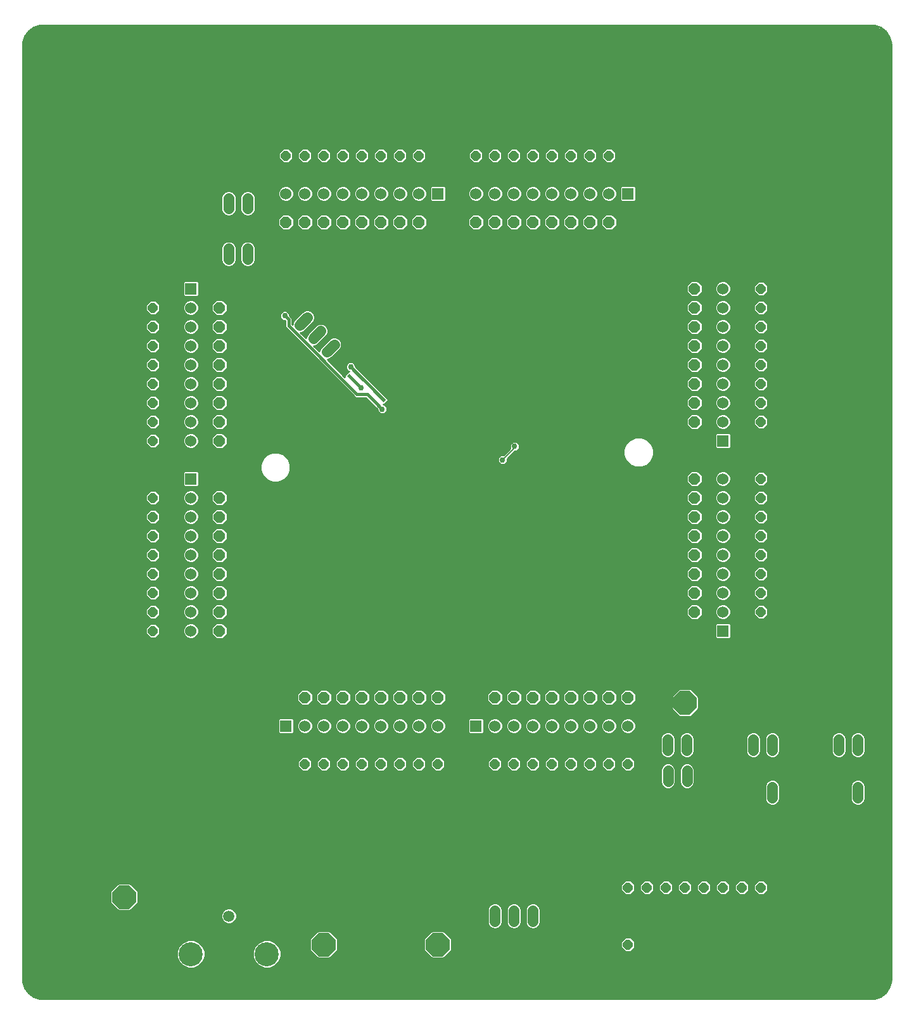
<source format=gbl>
G75*
%MOIN*%
%OFA0B0*%
%FSLAX25Y25*%
%IPPOS*%
%LPD*%
%AMOC8*
5,1,8,0,0,1.08239X$1,22.5*
%
%ADD10C,0.12661*%
%ADD11C,0.05937*%
%ADD12R,0.06000X0.06000*%
%ADD13C,0.06000*%
%ADD14C,0.05600*%
%ADD15OC8,0.05150*%
%ADD16OC8,0.06000*%
%ADD17OC8,0.12400*%
%ADD18C,0.25000*%
%ADD19R,0.07874X0.01772*%
%ADD20C,0.01000*%
%ADD21C,0.03562*%
%ADD22C,0.02972*%
%ADD23C,0.00600*%
%ADD24C,0.01600*%
D10*
X0261500Y0141500D03*
X0301500Y0141500D03*
D11*
X0291500Y0161500D03*
X0281500Y0161500D03*
D12*
X0311500Y0261500D03*
X0411500Y0261500D03*
X0541500Y0311500D03*
X0541500Y0411500D03*
X0491500Y0541500D03*
X0391500Y0541500D03*
X0261500Y0491500D03*
X0261500Y0391500D03*
D13*
X0261500Y0381500D03*
X0261500Y0371500D03*
X0261500Y0361500D03*
X0261500Y0351500D03*
X0261500Y0341500D03*
X0261500Y0331500D03*
X0261500Y0321500D03*
X0261500Y0311500D03*
X0321500Y0261500D03*
X0331500Y0261500D03*
X0341500Y0261500D03*
X0351500Y0261500D03*
X0361500Y0261500D03*
X0371500Y0261500D03*
X0381500Y0261500D03*
X0391500Y0261500D03*
X0421500Y0261500D03*
X0431500Y0261500D03*
X0441500Y0261500D03*
X0451500Y0261500D03*
X0461500Y0261500D03*
X0471500Y0261500D03*
X0481500Y0261500D03*
X0491500Y0261500D03*
X0541500Y0321500D03*
X0541500Y0331500D03*
X0541500Y0341500D03*
X0541500Y0351500D03*
X0541500Y0361500D03*
X0541500Y0371500D03*
X0541500Y0381500D03*
X0541500Y0391500D03*
X0541500Y0421500D03*
X0541500Y0431500D03*
X0541500Y0441500D03*
X0541500Y0451500D03*
X0541500Y0461500D03*
X0541500Y0471500D03*
X0541500Y0481500D03*
X0541500Y0491500D03*
X0481500Y0541500D03*
X0471500Y0541500D03*
X0461500Y0541500D03*
X0451500Y0541500D03*
X0441500Y0541500D03*
X0431500Y0541500D03*
X0421500Y0541500D03*
X0411500Y0541500D03*
X0381500Y0541500D03*
X0371500Y0541500D03*
X0361500Y0541500D03*
X0351500Y0541500D03*
X0341500Y0541500D03*
X0331500Y0541500D03*
X0321500Y0541500D03*
X0311500Y0541500D03*
X0261500Y0481500D03*
X0261500Y0471500D03*
X0261500Y0461500D03*
X0261500Y0451500D03*
X0261500Y0441500D03*
X0261500Y0431500D03*
X0261500Y0421500D03*
X0261500Y0411500D03*
D14*
X0318811Y0472355D02*
X0322771Y0476315D01*
X0329842Y0469243D02*
X0325883Y0465284D01*
X0332954Y0458213D02*
X0336913Y0462172D01*
X0291421Y0506968D02*
X0291421Y0512568D01*
X0281421Y0512568D02*
X0281421Y0506968D01*
X0281421Y0533543D02*
X0281421Y0539143D01*
X0291421Y0539143D02*
X0291421Y0533543D01*
X0512500Y0254300D02*
X0512500Y0248700D01*
X0512563Y0237961D02*
X0512563Y0232361D01*
X0522563Y0232361D02*
X0522563Y0237961D01*
X0522500Y0248700D02*
X0522500Y0254300D01*
X0547500Y0254300D02*
X0547500Y0248700D01*
X0557500Y0248700D02*
X0557500Y0254300D01*
X0567500Y0254300D02*
X0567500Y0248700D01*
X0567500Y0229300D02*
X0567500Y0223700D01*
X0557500Y0223700D02*
X0557500Y0229300D01*
X0592500Y0248700D02*
X0592500Y0254300D01*
X0602500Y0254300D02*
X0602500Y0248700D01*
X0612500Y0248700D02*
X0612500Y0254300D01*
X0612500Y0229300D02*
X0612500Y0223700D01*
X0602500Y0223700D02*
X0602500Y0229300D01*
X0441500Y0164300D02*
X0441500Y0158700D01*
X0431500Y0158700D02*
X0431500Y0164300D01*
X0421500Y0164300D02*
X0421500Y0158700D01*
D15*
X0421500Y0211500D03*
X0431500Y0211500D03*
X0441500Y0211500D03*
X0451500Y0211500D03*
X0461500Y0211500D03*
X0471500Y0211500D03*
X0481500Y0211500D03*
X0491500Y0211500D03*
X0491500Y0241500D03*
X0481500Y0241500D03*
X0471500Y0241500D03*
X0461500Y0241500D03*
X0451500Y0241500D03*
X0441500Y0241500D03*
X0431500Y0241500D03*
X0421500Y0241500D03*
X0391500Y0241500D03*
X0381500Y0241500D03*
X0371500Y0241500D03*
X0361500Y0241500D03*
X0351500Y0241500D03*
X0341500Y0241500D03*
X0331500Y0241500D03*
X0321500Y0241500D03*
X0321500Y0211500D03*
X0331500Y0211500D03*
X0341500Y0211500D03*
X0351500Y0211500D03*
X0361500Y0211500D03*
X0371500Y0211500D03*
X0381500Y0211500D03*
X0391500Y0211500D03*
X0491500Y0176500D03*
X0501500Y0176500D03*
X0511500Y0176500D03*
X0521500Y0176500D03*
X0531500Y0176500D03*
X0541500Y0176500D03*
X0551500Y0176500D03*
X0561500Y0176500D03*
X0561500Y0146500D03*
X0491500Y0146500D03*
X0561500Y0321500D03*
X0561500Y0331500D03*
X0561500Y0341500D03*
X0561500Y0351500D03*
X0561500Y0361500D03*
X0561500Y0371500D03*
X0561500Y0381500D03*
X0561500Y0391500D03*
X0561500Y0421500D03*
X0561500Y0431500D03*
X0561500Y0441500D03*
X0561500Y0451500D03*
X0561500Y0461500D03*
X0561500Y0471500D03*
X0561500Y0481500D03*
X0561500Y0491500D03*
X0591500Y0491500D03*
X0591500Y0481500D03*
X0591500Y0471500D03*
X0591500Y0461500D03*
X0591500Y0451500D03*
X0591500Y0441500D03*
X0591500Y0431500D03*
X0591500Y0421500D03*
X0591500Y0391500D03*
X0591500Y0381500D03*
X0591500Y0371500D03*
X0591500Y0361500D03*
X0591500Y0351500D03*
X0591500Y0341500D03*
X0591500Y0331500D03*
X0591500Y0321500D03*
X0481500Y0561500D03*
X0471500Y0561500D03*
X0461500Y0561500D03*
X0451500Y0561500D03*
X0441500Y0561500D03*
X0431500Y0561500D03*
X0421500Y0561500D03*
X0411500Y0561500D03*
X0411500Y0591500D03*
X0421500Y0591500D03*
X0431500Y0591500D03*
X0441500Y0591500D03*
X0451500Y0591500D03*
X0461500Y0591500D03*
X0471500Y0591500D03*
X0481500Y0591500D03*
X0381500Y0591500D03*
X0371500Y0591500D03*
X0361500Y0591500D03*
X0351500Y0591500D03*
X0341500Y0591500D03*
X0331500Y0591500D03*
X0321500Y0591500D03*
X0311500Y0591500D03*
X0311500Y0561500D03*
X0321500Y0561500D03*
X0331500Y0561500D03*
X0341500Y0561500D03*
X0351500Y0561500D03*
X0361500Y0561500D03*
X0371500Y0561500D03*
X0381500Y0561500D03*
X0241500Y0481500D03*
X0241500Y0471500D03*
X0241500Y0461500D03*
X0241500Y0451500D03*
X0241500Y0441500D03*
X0241500Y0431500D03*
X0241500Y0421500D03*
X0241500Y0411500D03*
X0241500Y0381500D03*
X0241500Y0371500D03*
X0241500Y0361500D03*
X0241500Y0351500D03*
X0241500Y0341500D03*
X0241500Y0331500D03*
X0241500Y0321500D03*
X0241500Y0311500D03*
X0211500Y0311500D03*
X0211500Y0321500D03*
X0211500Y0331500D03*
X0211500Y0341500D03*
X0211500Y0351500D03*
X0211500Y0361500D03*
X0211500Y0371500D03*
X0211500Y0381500D03*
X0211500Y0411500D03*
X0211500Y0421500D03*
X0211500Y0431500D03*
X0211500Y0441500D03*
X0211500Y0451500D03*
X0211500Y0461500D03*
X0211500Y0471500D03*
X0211500Y0481500D03*
D16*
X0276500Y0481500D03*
X0276500Y0471500D03*
X0276500Y0461500D03*
X0276500Y0451500D03*
X0276500Y0441500D03*
X0276500Y0431500D03*
X0276500Y0421500D03*
X0276500Y0411500D03*
X0276500Y0391500D03*
X0276500Y0381500D03*
X0276500Y0371500D03*
X0276500Y0361500D03*
X0276500Y0351500D03*
X0276500Y0341500D03*
X0276500Y0331500D03*
X0276500Y0321500D03*
X0276500Y0311500D03*
X0311500Y0276500D03*
X0321500Y0276500D03*
X0331500Y0276500D03*
X0341500Y0276500D03*
X0351500Y0276500D03*
X0361500Y0276500D03*
X0371500Y0276500D03*
X0381500Y0276500D03*
X0391500Y0276500D03*
X0411500Y0276500D03*
X0421500Y0276500D03*
X0431500Y0276500D03*
X0441500Y0276500D03*
X0451500Y0276500D03*
X0461500Y0276500D03*
X0471500Y0276500D03*
X0481500Y0276500D03*
X0491500Y0276500D03*
X0526500Y0311500D03*
X0526500Y0321500D03*
X0526500Y0331500D03*
X0526500Y0341500D03*
X0526500Y0351500D03*
X0526500Y0361500D03*
X0526500Y0371500D03*
X0526500Y0381500D03*
X0526500Y0391500D03*
X0526500Y0411500D03*
X0526500Y0421500D03*
X0526500Y0431500D03*
X0526500Y0441500D03*
X0526500Y0451500D03*
X0526500Y0461500D03*
X0526500Y0471500D03*
X0526500Y0481500D03*
X0526500Y0491500D03*
X0491500Y0526500D03*
X0481500Y0526500D03*
X0471500Y0526500D03*
X0461500Y0526500D03*
X0451500Y0526500D03*
X0441500Y0526500D03*
X0431500Y0526500D03*
X0421500Y0526500D03*
X0411500Y0526500D03*
X0391500Y0526500D03*
X0381500Y0526500D03*
X0371500Y0526500D03*
X0361500Y0526500D03*
X0351500Y0526500D03*
X0341500Y0526500D03*
X0331500Y0526500D03*
X0321500Y0526500D03*
X0311500Y0526500D03*
X0276500Y0491500D03*
D17*
X0247957Y0535358D03*
X0333059Y0399531D03*
X0469941Y0403469D03*
X0521547Y0273744D03*
X0608500Y0186500D03*
X0391500Y0146500D03*
X0331500Y0146500D03*
X0226500Y0151500D03*
X0226500Y0171500D03*
X0555043Y0535358D03*
D18*
X0611500Y0611500D03*
X0191500Y0611500D03*
X0191500Y0136500D03*
X0611500Y0136500D03*
D19*
G36*
X0360139Y0428982D02*
X0354572Y0434549D01*
X0355825Y0435802D01*
X0361392Y0430235D01*
X0360139Y0428982D01*
G37*
G36*
X0362923Y0431765D02*
X0357356Y0437332D01*
X0358609Y0438585D01*
X0364176Y0433018D01*
X0362923Y0431765D01*
G37*
G36*
X0351899Y0442789D02*
X0346332Y0448356D01*
X0347585Y0449609D01*
X0353152Y0444042D01*
X0351899Y0442789D01*
G37*
G36*
X0349115Y0440005D02*
X0343548Y0445572D01*
X0344801Y0446825D01*
X0350368Y0441258D01*
X0349115Y0440005D01*
G37*
D20*
X0173127Y0126698D02*
X0174124Y0123630D01*
X0176020Y0121020D01*
X0178630Y0119124D01*
X0181698Y0118127D01*
X0183311Y0118000D01*
X0619689Y0118000D01*
X0621302Y0118127D01*
X0624370Y0119124D01*
X0626980Y0121020D01*
X0628876Y0123630D01*
X0629873Y0126698D01*
X0630000Y0128311D01*
X0630000Y0619689D01*
X0629873Y0621302D01*
X0628876Y0624370D01*
X0626980Y0626980D01*
X0624370Y0628876D01*
X0621302Y0629873D01*
X0619689Y0630000D01*
X0183932Y0630000D01*
X0183311Y0630000D01*
X0181698Y0629873D01*
X0178630Y0628876D01*
X0176020Y0626980D01*
X0174124Y0624370D01*
X0173127Y0621302D01*
X0173000Y0619689D01*
X0173000Y0128311D01*
X0173127Y0126698D01*
X0173110Y0126909D02*
X0629890Y0126909D01*
X0629968Y0127908D02*
X0173032Y0127908D01*
X0173000Y0128906D02*
X0630000Y0128906D01*
X0630000Y0129905D02*
X0173000Y0129905D01*
X0173000Y0130903D02*
X0630000Y0130903D01*
X0630000Y0131902D02*
X0173000Y0131902D01*
X0173000Y0132900D02*
X0630000Y0132900D01*
X0630000Y0133899D02*
X0173000Y0133899D01*
X0173000Y0134897D02*
X0258023Y0134897D01*
X0257291Y0135201D02*
X0260022Y0134069D01*
X0262978Y0134069D01*
X0265709Y0135201D01*
X0267799Y0137291D01*
X0268931Y0140022D01*
X0268931Y0142978D01*
X0267799Y0145709D01*
X0265709Y0147799D01*
X0262978Y0148931D01*
X0260022Y0148931D01*
X0257291Y0147799D01*
X0255201Y0145709D01*
X0254069Y0142978D01*
X0254069Y0140022D01*
X0255201Y0137291D01*
X0257291Y0135201D01*
X0256595Y0135896D02*
X0173000Y0135896D01*
X0173000Y0136895D02*
X0255597Y0136895D01*
X0254951Y0137893D02*
X0173000Y0137893D01*
X0173000Y0138892D02*
X0254538Y0138892D01*
X0254124Y0139890D02*
X0173000Y0139890D01*
X0173000Y0140889D02*
X0254069Y0140889D01*
X0254069Y0141887D02*
X0173000Y0141887D01*
X0173000Y0142886D02*
X0254069Y0142886D01*
X0254445Y0143884D02*
X0173000Y0143884D01*
X0173000Y0144883D02*
X0254858Y0144883D01*
X0255373Y0145881D02*
X0173000Y0145881D01*
X0173000Y0146880D02*
X0256371Y0146880D01*
X0257481Y0147878D02*
X0173000Y0147878D01*
X0173000Y0148877D02*
X0259891Y0148877D01*
X0263109Y0148877D02*
X0299891Y0148877D01*
X0300022Y0148931D02*
X0297291Y0147799D01*
X0295201Y0145709D01*
X0294069Y0142978D01*
X0294069Y0140022D01*
X0295201Y0137291D01*
X0297291Y0135201D01*
X0300022Y0134069D01*
X0302978Y0134069D01*
X0305709Y0135201D01*
X0307799Y0137291D01*
X0308931Y0140022D01*
X0308931Y0142978D01*
X0307799Y0145709D01*
X0305709Y0147799D01*
X0302978Y0148931D01*
X0300022Y0148931D01*
X0297481Y0147878D02*
X0265519Y0147878D01*
X0266629Y0146880D02*
X0296371Y0146880D01*
X0295373Y0145881D02*
X0267627Y0145881D01*
X0268142Y0144883D02*
X0294858Y0144883D01*
X0294445Y0143884D02*
X0268555Y0143884D01*
X0268931Y0142886D02*
X0294069Y0142886D01*
X0294069Y0141887D02*
X0268931Y0141887D01*
X0268931Y0140889D02*
X0294069Y0140889D01*
X0294124Y0139890D02*
X0268876Y0139890D01*
X0268462Y0138892D02*
X0294538Y0138892D01*
X0294951Y0137893D02*
X0268049Y0137893D01*
X0267403Y0136895D02*
X0295597Y0136895D01*
X0296595Y0135896D02*
X0266405Y0135896D01*
X0264977Y0134897D02*
X0298023Y0134897D01*
X0304977Y0134897D02*
X0630000Y0134897D01*
X0630000Y0135896D02*
X0306405Y0135896D01*
X0307403Y0136895D02*
X0630000Y0136895D01*
X0630000Y0137893D02*
X0308049Y0137893D01*
X0308462Y0138892D02*
X0630000Y0138892D01*
X0630000Y0139890D02*
X0395214Y0139890D01*
X0394524Y0139200D02*
X0398800Y0143476D01*
X0398800Y0149524D01*
X0394524Y0153800D01*
X0388476Y0153800D01*
X0384200Y0149524D01*
X0384200Y0143476D01*
X0388476Y0139200D01*
X0394524Y0139200D01*
X0396212Y0140889D02*
X0630000Y0140889D01*
X0630000Y0141887D02*
X0397211Y0141887D01*
X0398209Y0142886D02*
X0489917Y0142886D01*
X0489978Y0142825D02*
X0493022Y0142825D01*
X0495175Y0144978D01*
X0495175Y0148022D01*
X0493022Y0150175D01*
X0489978Y0150175D01*
X0487825Y0148022D01*
X0487825Y0144978D01*
X0489978Y0142825D01*
X0488919Y0143884D02*
X0398800Y0143884D01*
X0398800Y0144883D02*
X0487920Y0144883D01*
X0487825Y0145881D02*
X0398800Y0145881D01*
X0398800Y0146880D02*
X0487825Y0146880D01*
X0487825Y0147878D02*
X0398800Y0147878D01*
X0398800Y0148877D02*
X0488680Y0148877D01*
X0489678Y0149875D02*
X0398449Y0149875D01*
X0397450Y0150874D02*
X0630000Y0150874D01*
X0630000Y0151872D02*
X0396452Y0151872D01*
X0395453Y0152871D02*
X0630000Y0152871D01*
X0630000Y0153869D02*
X0173000Y0153869D01*
X0173000Y0152871D02*
X0327547Y0152871D01*
X0328476Y0153800D02*
X0324200Y0149524D01*
X0324200Y0143476D01*
X0328476Y0139200D01*
X0334524Y0139200D01*
X0338800Y0143476D01*
X0338800Y0149524D01*
X0334524Y0153800D01*
X0328476Y0153800D01*
X0326548Y0151872D02*
X0173000Y0151872D01*
X0173000Y0150874D02*
X0325550Y0150874D01*
X0324551Y0149875D02*
X0173000Y0149875D01*
X0173000Y0154868D02*
X0420561Y0154868D01*
X0420724Y0154800D02*
X0422276Y0154800D01*
X0423709Y0155394D01*
X0424806Y0156491D01*
X0425400Y0157924D01*
X0425400Y0165076D01*
X0424806Y0166509D01*
X0423709Y0167606D01*
X0422276Y0168200D01*
X0420724Y0168200D01*
X0419291Y0167606D01*
X0418194Y0166509D01*
X0417600Y0165076D01*
X0417600Y0157924D01*
X0418194Y0156491D01*
X0419291Y0155394D01*
X0420724Y0154800D01*
X0422439Y0154868D02*
X0430561Y0154868D01*
X0430724Y0154800D02*
X0432276Y0154800D01*
X0433709Y0155394D01*
X0434806Y0156491D01*
X0435400Y0157924D01*
X0435400Y0165076D01*
X0434806Y0166509D01*
X0433709Y0167606D01*
X0432276Y0168200D01*
X0430724Y0168200D01*
X0429291Y0167606D01*
X0428194Y0166509D01*
X0427600Y0165076D01*
X0427600Y0157924D01*
X0428194Y0156491D01*
X0429291Y0155394D01*
X0430724Y0154800D01*
X0432439Y0154868D02*
X0440561Y0154868D01*
X0440724Y0154800D02*
X0442276Y0154800D01*
X0443709Y0155394D01*
X0444806Y0156491D01*
X0445400Y0157924D01*
X0445400Y0165076D01*
X0444806Y0166509D01*
X0443709Y0167606D01*
X0442276Y0168200D01*
X0440724Y0168200D01*
X0439291Y0167606D01*
X0438194Y0166509D01*
X0437600Y0165076D01*
X0437600Y0157924D01*
X0438194Y0156491D01*
X0439291Y0155394D01*
X0440724Y0154800D01*
X0442439Y0154868D02*
X0630000Y0154868D01*
X0630000Y0155866D02*
X0444182Y0155866D01*
X0444961Y0156865D02*
X0630000Y0156865D01*
X0630000Y0157863D02*
X0445375Y0157863D01*
X0445400Y0158862D02*
X0630000Y0158862D01*
X0630000Y0159860D02*
X0445400Y0159860D01*
X0445400Y0160859D02*
X0630000Y0160859D01*
X0630000Y0161857D02*
X0445400Y0161857D01*
X0445400Y0162856D02*
X0630000Y0162856D01*
X0630000Y0163854D02*
X0445400Y0163854D01*
X0445400Y0164853D02*
X0630000Y0164853D01*
X0630000Y0165851D02*
X0445079Y0165851D01*
X0444466Y0166850D02*
X0630000Y0166850D01*
X0630000Y0167848D02*
X0443125Y0167848D01*
X0439875Y0167848D02*
X0433125Y0167848D01*
X0434466Y0166850D02*
X0438534Y0166850D01*
X0437921Y0165851D02*
X0435079Y0165851D01*
X0435400Y0164853D02*
X0437600Y0164853D01*
X0437600Y0163854D02*
X0435400Y0163854D01*
X0435400Y0162856D02*
X0437600Y0162856D01*
X0437600Y0161857D02*
X0435400Y0161857D01*
X0435400Y0160859D02*
X0437600Y0160859D01*
X0437600Y0159860D02*
X0435400Y0159860D01*
X0435400Y0158862D02*
X0437600Y0158862D01*
X0437625Y0157863D02*
X0435375Y0157863D01*
X0434961Y0156865D02*
X0438039Y0156865D01*
X0438818Y0155866D02*
X0434182Y0155866D01*
X0428818Y0155866D02*
X0424182Y0155866D01*
X0424961Y0156865D02*
X0428039Y0156865D01*
X0427625Y0157863D02*
X0425375Y0157863D01*
X0425400Y0158862D02*
X0427600Y0158862D01*
X0427600Y0159860D02*
X0425400Y0159860D01*
X0425400Y0160859D02*
X0427600Y0160859D01*
X0427600Y0161857D02*
X0425400Y0161857D01*
X0425400Y0162856D02*
X0427600Y0162856D01*
X0427600Y0163854D02*
X0425400Y0163854D01*
X0425400Y0164853D02*
X0427600Y0164853D01*
X0427921Y0165851D02*
X0425079Y0165851D01*
X0424466Y0166850D02*
X0428534Y0166850D01*
X0429875Y0167848D02*
X0423125Y0167848D01*
X0419875Y0167848D02*
X0233172Y0167848D01*
X0233800Y0168476D02*
X0229524Y0164200D01*
X0223476Y0164200D01*
X0219200Y0168476D01*
X0219200Y0174524D01*
X0223476Y0178800D01*
X0229524Y0178800D01*
X0233800Y0174524D01*
X0233800Y0168476D01*
X0233800Y0168847D02*
X0630000Y0168847D01*
X0630000Y0169845D02*
X0233800Y0169845D01*
X0233800Y0170844D02*
X0630000Y0170844D01*
X0630000Y0171842D02*
X0233800Y0171842D01*
X0233800Y0172841D02*
X0489962Y0172841D01*
X0489978Y0172825D02*
X0493022Y0172825D01*
X0495175Y0174978D01*
X0495175Y0178022D01*
X0493022Y0180175D01*
X0489978Y0180175D01*
X0487825Y0178022D01*
X0487825Y0174978D01*
X0489978Y0172825D01*
X0488964Y0173839D02*
X0233800Y0173839D01*
X0233486Y0174838D02*
X0487965Y0174838D01*
X0487825Y0175836D02*
X0232487Y0175836D01*
X0231489Y0176835D02*
X0487825Y0176835D01*
X0487825Y0177833D02*
X0230490Y0177833D01*
X0222510Y0177833D02*
X0173000Y0177833D01*
X0173000Y0176835D02*
X0221511Y0176835D01*
X0220513Y0175836D02*
X0173000Y0175836D01*
X0173000Y0174838D02*
X0219514Y0174838D01*
X0219200Y0173839D02*
X0173000Y0173839D01*
X0173000Y0172841D02*
X0219200Y0172841D01*
X0219200Y0171842D02*
X0173000Y0171842D01*
X0173000Y0170844D02*
X0219200Y0170844D01*
X0219200Y0169845D02*
X0173000Y0169845D01*
X0173000Y0168847D02*
X0219200Y0168847D01*
X0219828Y0167848D02*
X0173000Y0167848D01*
X0173000Y0166850D02*
X0220826Y0166850D01*
X0221825Y0165851D02*
X0173000Y0165851D01*
X0173000Y0164853D02*
X0222823Y0164853D01*
X0230177Y0164853D02*
X0279099Y0164853D01*
X0279195Y0164949D02*
X0278051Y0163805D01*
X0277431Y0162309D01*
X0277431Y0160691D01*
X0278051Y0159195D01*
X0279195Y0158051D01*
X0280691Y0157431D01*
X0282309Y0157431D01*
X0283805Y0158051D01*
X0284949Y0159195D01*
X0285568Y0160691D01*
X0285568Y0162309D01*
X0284949Y0163805D01*
X0283805Y0164949D01*
X0282309Y0165568D01*
X0280691Y0165568D01*
X0279195Y0164949D01*
X0278101Y0163854D02*
X0173000Y0163854D01*
X0173000Y0162856D02*
X0277658Y0162856D01*
X0277431Y0161857D02*
X0173000Y0161857D01*
X0173000Y0160859D02*
X0277431Y0160859D01*
X0277775Y0159860D02*
X0173000Y0159860D01*
X0173000Y0158862D02*
X0278385Y0158862D01*
X0279648Y0157863D02*
X0173000Y0157863D01*
X0173000Y0156865D02*
X0418039Y0156865D01*
X0417625Y0157863D02*
X0283352Y0157863D01*
X0284615Y0158862D02*
X0417600Y0158862D01*
X0417600Y0159860D02*
X0285224Y0159860D01*
X0285568Y0160859D02*
X0417600Y0160859D01*
X0417600Y0161857D02*
X0285568Y0161857D01*
X0285342Y0162856D02*
X0417600Y0162856D01*
X0417600Y0163854D02*
X0284899Y0163854D01*
X0283901Y0164853D02*
X0417600Y0164853D01*
X0417921Y0165851D02*
X0231175Y0165851D01*
X0232174Y0166850D02*
X0418534Y0166850D01*
X0418818Y0155866D02*
X0173000Y0155866D01*
X0173000Y0178832D02*
X0488635Y0178832D01*
X0489634Y0179830D02*
X0173000Y0179830D01*
X0173000Y0180829D02*
X0630000Y0180829D01*
X0630000Y0181828D02*
X0173000Y0181828D01*
X0173000Y0182826D02*
X0630000Y0182826D01*
X0630000Y0183825D02*
X0173000Y0183825D01*
X0173000Y0184823D02*
X0630000Y0184823D01*
X0630000Y0185822D02*
X0173000Y0185822D01*
X0173000Y0186820D02*
X0630000Y0186820D01*
X0630000Y0187819D02*
X0173000Y0187819D01*
X0173000Y0188817D02*
X0630000Y0188817D01*
X0630000Y0189816D02*
X0173000Y0189816D01*
X0173000Y0190814D02*
X0630000Y0190814D01*
X0630000Y0191813D02*
X0173000Y0191813D01*
X0173000Y0192811D02*
X0630000Y0192811D01*
X0630000Y0193810D02*
X0173000Y0193810D01*
X0173000Y0194808D02*
X0630000Y0194808D01*
X0630000Y0195807D02*
X0173000Y0195807D01*
X0173000Y0196805D02*
X0630000Y0196805D01*
X0630000Y0197804D02*
X0173000Y0197804D01*
X0173000Y0198802D02*
X0630000Y0198802D01*
X0630000Y0199801D02*
X0173000Y0199801D01*
X0173000Y0200799D02*
X0630000Y0200799D01*
X0630000Y0201798D02*
X0173000Y0201798D01*
X0173000Y0202796D02*
X0630000Y0202796D01*
X0630000Y0203795D02*
X0173000Y0203795D01*
X0173000Y0204793D02*
X0630000Y0204793D01*
X0630000Y0205792D02*
X0173000Y0205792D01*
X0173000Y0206790D02*
X0630000Y0206790D01*
X0630000Y0207789D02*
X0173000Y0207789D01*
X0173000Y0208787D02*
X0630000Y0208787D01*
X0630000Y0209786D02*
X0173000Y0209786D01*
X0173000Y0210784D02*
X0630000Y0210784D01*
X0630000Y0211783D02*
X0173000Y0211783D01*
X0173000Y0212781D02*
X0630000Y0212781D01*
X0630000Y0213780D02*
X0173000Y0213780D01*
X0173000Y0214778D02*
X0630000Y0214778D01*
X0630000Y0215777D02*
X0173000Y0215777D01*
X0173000Y0216775D02*
X0630000Y0216775D01*
X0630000Y0217774D02*
X0173000Y0217774D01*
X0173000Y0218772D02*
X0630000Y0218772D01*
X0630000Y0219771D02*
X0173000Y0219771D01*
X0173000Y0220769D02*
X0564915Y0220769D01*
X0565291Y0220394D02*
X0566724Y0219800D01*
X0568276Y0219800D01*
X0569709Y0220394D01*
X0570806Y0221491D01*
X0571400Y0222924D01*
X0571400Y0230076D01*
X0570806Y0231509D01*
X0569709Y0232606D01*
X0568276Y0233200D01*
X0566724Y0233200D01*
X0565291Y0232606D01*
X0564194Y0231509D01*
X0563600Y0230076D01*
X0563600Y0222924D01*
X0564194Y0221491D01*
X0565291Y0220394D01*
X0564079Y0221768D02*
X0173000Y0221768D01*
X0173000Y0222766D02*
X0563665Y0222766D01*
X0563600Y0223765D02*
X0173000Y0223765D01*
X0173000Y0224763D02*
X0563600Y0224763D01*
X0563600Y0225762D02*
X0173000Y0225762D01*
X0173000Y0226761D02*
X0563600Y0226761D01*
X0563600Y0227759D02*
X0173000Y0227759D01*
X0173000Y0228758D02*
X0511072Y0228758D01*
X0511787Y0228461D02*
X0513339Y0228461D01*
X0514772Y0229055D01*
X0515869Y0230152D01*
X0516463Y0231586D01*
X0516463Y0238737D01*
X0515869Y0240171D01*
X0514772Y0241268D01*
X0513339Y0241861D01*
X0511787Y0241861D01*
X0510354Y0241268D01*
X0509257Y0240171D01*
X0508663Y0238737D01*
X0508663Y0231586D01*
X0509257Y0230152D01*
X0510354Y0229055D01*
X0511787Y0228461D01*
X0514054Y0228758D02*
X0521072Y0228758D01*
X0521787Y0228461D02*
X0523339Y0228461D01*
X0524772Y0229055D01*
X0525869Y0230152D01*
X0526463Y0231586D01*
X0526463Y0238737D01*
X0525869Y0240171D01*
X0524772Y0241268D01*
X0523339Y0241861D01*
X0521787Y0241861D01*
X0520354Y0241268D01*
X0519257Y0240171D01*
X0518663Y0238737D01*
X0518663Y0231586D01*
X0519257Y0230152D01*
X0520354Y0229055D01*
X0521787Y0228461D01*
X0524054Y0228758D02*
X0563600Y0228758D01*
X0563600Y0229756D02*
X0525473Y0229756D01*
X0526119Y0230755D02*
X0563881Y0230755D01*
X0564438Y0231753D02*
X0526463Y0231753D01*
X0526463Y0232752D02*
X0565642Y0232752D01*
X0569358Y0232752D02*
X0610642Y0232752D01*
X0610291Y0232606D02*
X0609194Y0231509D01*
X0608600Y0230076D01*
X0608600Y0222924D01*
X0609194Y0221491D01*
X0610291Y0220394D01*
X0611724Y0219800D01*
X0613276Y0219800D01*
X0614709Y0220394D01*
X0615806Y0221491D01*
X0616400Y0222924D01*
X0616400Y0230076D01*
X0615806Y0231509D01*
X0614709Y0232606D01*
X0613276Y0233200D01*
X0611724Y0233200D01*
X0610291Y0232606D01*
X0609438Y0231753D02*
X0570562Y0231753D01*
X0571119Y0230755D02*
X0608881Y0230755D01*
X0608600Y0229756D02*
X0571400Y0229756D01*
X0571400Y0228758D02*
X0608600Y0228758D01*
X0608600Y0227759D02*
X0571400Y0227759D01*
X0571400Y0226761D02*
X0608600Y0226761D01*
X0608600Y0225762D02*
X0571400Y0225762D01*
X0571400Y0224763D02*
X0608600Y0224763D01*
X0608600Y0223765D02*
X0571400Y0223765D01*
X0571335Y0222766D02*
X0608665Y0222766D01*
X0609079Y0221768D02*
X0570921Y0221768D01*
X0570085Y0220769D02*
X0609915Y0220769D01*
X0615085Y0220769D02*
X0630000Y0220769D01*
X0630000Y0221768D02*
X0615921Y0221768D01*
X0616335Y0222766D02*
X0630000Y0222766D01*
X0630000Y0223765D02*
X0616400Y0223765D01*
X0616400Y0224763D02*
X0630000Y0224763D01*
X0630000Y0225762D02*
X0616400Y0225762D01*
X0616400Y0226761D02*
X0630000Y0226761D01*
X0630000Y0227759D02*
X0616400Y0227759D01*
X0616400Y0228758D02*
X0630000Y0228758D01*
X0630000Y0229756D02*
X0616400Y0229756D01*
X0616119Y0230755D02*
X0630000Y0230755D01*
X0630000Y0231753D02*
X0615562Y0231753D01*
X0614358Y0232752D02*
X0630000Y0232752D01*
X0630000Y0233750D02*
X0526463Y0233750D01*
X0526463Y0234749D02*
X0630000Y0234749D01*
X0630000Y0235747D02*
X0526463Y0235747D01*
X0526463Y0236746D02*
X0630000Y0236746D01*
X0630000Y0237744D02*
X0526463Y0237744D01*
X0526461Y0238743D02*
X0630000Y0238743D01*
X0630000Y0239741D02*
X0526047Y0239741D01*
X0525300Y0240740D02*
X0630000Y0240740D01*
X0630000Y0241738D02*
X0523636Y0241738D01*
X0521490Y0241738D02*
X0513636Y0241738D01*
X0515300Y0240740D02*
X0519826Y0240740D01*
X0519079Y0239741D02*
X0516047Y0239741D01*
X0516461Y0238743D02*
X0518665Y0238743D01*
X0518663Y0237744D02*
X0516463Y0237744D01*
X0516463Y0236746D02*
X0518663Y0236746D01*
X0518663Y0235747D02*
X0516463Y0235747D01*
X0516463Y0234749D02*
X0518663Y0234749D01*
X0518663Y0233750D02*
X0516463Y0233750D01*
X0516463Y0232752D02*
X0518663Y0232752D01*
X0518663Y0231753D02*
X0516463Y0231753D01*
X0516119Y0230755D02*
X0519007Y0230755D01*
X0519653Y0229756D02*
X0515473Y0229756D01*
X0509653Y0229756D02*
X0173000Y0229756D01*
X0173000Y0230755D02*
X0509007Y0230755D01*
X0508663Y0231753D02*
X0173000Y0231753D01*
X0173000Y0232752D02*
X0508663Y0232752D01*
X0508663Y0233750D02*
X0173000Y0233750D01*
X0173000Y0234749D02*
X0508663Y0234749D01*
X0508663Y0235747D02*
X0173000Y0235747D01*
X0173000Y0236746D02*
X0508663Y0236746D01*
X0508663Y0237744D02*
X0173000Y0237744D01*
X0173000Y0238743D02*
X0319060Y0238743D01*
X0319978Y0237825D02*
X0323022Y0237825D01*
X0325175Y0239978D01*
X0325175Y0243022D01*
X0323022Y0245175D01*
X0319978Y0245175D01*
X0317825Y0243022D01*
X0317825Y0239978D01*
X0319978Y0237825D01*
X0318062Y0239741D02*
X0173000Y0239741D01*
X0173000Y0240740D02*
X0317825Y0240740D01*
X0317825Y0241738D02*
X0173000Y0241738D01*
X0173000Y0242737D02*
X0317825Y0242737D01*
X0318538Y0243735D02*
X0173000Y0243735D01*
X0173000Y0244734D02*
X0319537Y0244734D01*
X0323463Y0244734D02*
X0329537Y0244734D01*
X0329978Y0245175D02*
X0327825Y0243022D01*
X0327825Y0239978D01*
X0329978Y0237825D01*
X0333022Y0237825D01*
X0335175Y0239978D01*
X0335175Y0243022D01*
X0333022Y0245175D01*
X0329978Y0245175D01*
X0328538Y0243735D02*
X0324462Y0243735D01*
X0325175Y0242737D02*
X0327825Y0242737D01*
X0327825Y0241738D02*
X0325175Y0241738D01*
X0325175Y0240740D02*
X0327825Y0240740D01*
X0328062Y0239741D02*
X0324938Y0239741D01*
X0323940Y0238743D02*
X0329060Y0238743D01*
X0333940Y0238743D02*
X0339060Y0238743D01*
X0339978Y0237825D02*
X0343022Y0237825D01*
X0345175Y0239978D01*
X0345175Y0243022D01*
X0343022Y0245175D01*
X0339978Y0245175D01*
X0337825Y0243022D01*
X0337825Y0239978D01*
X0339978Y0237825D01*
X0338062Y0239741D02*
X0334938Y0239741D01*
X0335175Y0240740D02*
X0337825Y0240740D01*
X0337825Y0241738D02*
X0335175Y0241738D01*
X0335175Y0242737D02*
X0337825Y0242737D01*
X0338538Y0243735D02*
X0334462Y0243735D01*
X0333463Y0244734D02*
X0339537Y0244734D01*
X0343463Y0244734D02*
X0349537Y0244734D01*
X0349978Y0245175D02*
X0347825Y0243022D01*
X0347825Y0239978D01*
X0349978Y0237825D01*
X0353022Y0237825D01*
X0355175Y0239978D01*
X0355175Y0243022D01*
X0353022Y0245175D01*
X0349978Y0245175D01*
X0348538Y0243735D02*
X0344462Y0243735D01*
X0345175Y0242737D02*
X0347825Y0242737D01*
X0347825Y0241738D02*
X0345175Y0241738D01*
X0345175Y0240740D02*
X0347825Y0240740D01*
X0348062Y0239741D02*
X0344938Y0239741D01*
X0343940Y0238743D02*
X0349060Y0238743D01*
X0353940Y0238743D02*
X0359060Y0238743D01*
X0359978Y0237825D02*
X0363022Y0237825D01*
X0365175Y0239978D01*
X0365175Y0243022D01*
X0363022Y0245175D01*
X0359978Y0245175D01*
X0357825Y0243022D01*
X0357825Y0239978D01*
X0359978Y0237825D01*
X0358062Y0239741D02*
X0354938Y0239741D01*
X0355175Y0240740D02*
X0357825Y0240740D01*
X0357825Y0241738D02*
X0355175Y0241738D01*
X0355175Y0242737D02*
X0357825Y0242737D01*
X0358538Y0243735D02*
X0354462Y0243735D01*
X0353463Y0244734D02*
X0359537Y0244734D01*
X0363463Y0244734D02*
X0369537Y0244734D01*
X0369978Y0245175D02*
X0367825Y0243022D01*
X0367825Y0239978D01*
X0369978Y0237825D01*
X0373022Y0237825D01*
X0375175Y0239978D01*
X0375175Y0243022D01*
X0373022Y0245175D01*
X0369978Y0245175D01*
X0368538Y0243735D02*
X0364462Y0243735D01*
X0365175Y0242737D02*
X0367825Y0242737D01*
X0367825Y0241738D02*
X0365175Y0241738D01*
X0365175Y0240740D02*
X0367825Y0240740D01*
X0368062Y0239741D02*
X0364938Y0239741D01*
X0363940Y0238743D02*
X0369060Y0238743D01*
X0373940Y0238743D02*
X0379060Y0238743D01*
X0379978Y0237825D02*
X0383022Y0237825D01*
X0385175Y0239978D01*
X0385175Y0243022D01*
X0383022Y0245175D01*
X0379978Y0245175D01*
X0377825Y0243022D01*
X0377825Y0239978D01*
X0379978Y0237825D01*
X0378062Y0239741D02*
X0374938Y0239741D01*
X0375175Y0240740D02*
X0377825Y0240740D01*
X0377825Y0241738D02*
X0375175Y0241738D01*
X0375175Y0242737D02*
X0377825Y0242737D01*
X0378538Y0243735D02*
X0374462Y0243735D01*
X0373463Y0244734D02*
X0379537Y0244734D01*
X0383463Y0244734D02*
X0389537Y0244734D01*
X0389978Y0245175D02*
X0387825Y0243022D01*
X0387825Y0239978D01*
X0389978Y0237825D01*
X0393022Y0237825D01*
X0395175Y0239978D01*
X0395175Y0243022D01*
X0393022Y0245175D01*
X0389978Y0245175D01*
X0388538Y0243735D02*
X0384462Y0243735D01*
X0385175Y0242737D02*
X0387825Y0242737D01*
X0387825Y0241738D02*
X0385175Y0241738D01*
X0385175Y0240740D02*
X0387825Y0240740D01*
X0388062Y0239741D02*
X0384938Y0239741D01*
X0383940Y0238743D02*
X0389060Y0238743D01*
X0393940Y0238743D02*
X0419060Y0238743D01*
X0419978Y0237825D02*
X0423022Y0237825D01*
X0425175Y0239978D01*
X0425175Y0243022D01*
X0423022Y0245175D01*
X0419978Y0245175D01*
X0417825Y0243022D01*
X0417825Y0239978D01*
X0419978Y0237825D01*
X0418062Y0239741D02*
X0394938Y0239741D01*
X0395175Y0240740D02*
X0417825Y0240740D01*
X0417825Y0241738D02*
X0395175Y0241738D01*
X0395175Y0242737D02*
X0417825Y0242737D01*
X0418538Y0243735D02*
X0394462Y0243735D01*
X0393463Y0244734D02*
X0419537Y0244734D01*
X0423463Y0244734D02*
X0429537Y0244734D01*
X0429978Y0245175D02*
X0427825Y0243022D01*
X0427825Y0239978D01*
X0429978Y0237825D01*
X0433022Y0237825D01*
X0435175Y0239978D01*
X0435175Y0243022D01*
X0433022Y0245175D01*
X0429978Y0245175D01*
X0428538Y0243735D02*
X0424462Y0243735D01*
X0425175Y0242737D02*
X0427825Y0242737D01*
X0427825Y0241738D02*
X0425175Y0241738D01*
X0425175Y0240740D02*
X0427825Y0240740D01*
X0428062Y0239741D02*
X0424938Y0239741D01*
X0423940Y0238743D02*
X0429060Y0238743D01*
X0433940Y0238743D02*
X0439060Y0238743D01*
X0439978Y0237825D02*
X0443022Y0237825D01*
X0445175Y0239978D01*
X0445175Y0243022D01*
X0443022Y0245175D01*
X0439978Y0245175D01*
X0437825Y0243022D01*
X0437825Y0239978D01*
X0439978Y0237825D01*
X0438062Y0239741D02*
X0434938Y0239741D01*
X0435175Y0240740D02*
X0437825Y0240740D01*
X0437825Y0241738D02*
X0435175Y0241738D01*
X0435175Y0242737D02*
X0437825Y0242737D01*
X0438538Y0243735D02*
X0434462Y0243735D01*
X0433463Y0244734D02*
X0439537Y0244734D01*
X0443463Y0244734D02*
X0449537Y0244734D01*
X0449978Y0245175D02*
X0447825Y0243022D01*
X0447825Y0239978D01*
X0449978Y0237825D01*
X0453022Y0237825D01*
X0455175Y0239978D01*
X0455175Y0243022D01*
X0453022Y0245175D01*
X0449978Y0245175D01*
X0448538Y0243735D02*
X0444462Y0243735D01*
X0445175Y0242737D02*
X0447825Y0242737D01*
X0447825Y0241738D02*
X0445175Y0241738D01*
X0445175Y0240740D02*
X0447825Y0240740D01*
X0448062Y0239741D02*
X0444938Y0239741D01*
X0443940Y0238743D02*
X0449060Y0238743D01*
X0453940Y0238743D02*
X0459060Y0238743D01*
X0459978Y0237825D02*
X0463022Y0237825D01*
X0465175Y0239978D01*
X0465175Y0243022D01*
X0463022Y0245175D01*
X0459978Y0245175D01*
X0457825Y0243022D01*
X0457825Y0239978D01*
X0459978Y0237825D01*
X0458062Y0239741D02*
X0454938Y0239741D01*
X0455175Y0240740D02*
X0457825Y0240740D01*
X0457825Y0241738D02*
X0455175Y0241738D01*
X0455175Y0242737D02*
X0457825Y0242737D01*
X0458538Y0243735D02*
X0454462Y0243735D01*
X0453463Y0244734D02*
X0459537Y0244734D01*
X0463463Y0244734D02*
X0469537Y0244734D01*
X0469978Y0245175D02*
X0467825Y0243022D01*
X0467825Y0239978D01*
X0469978Y0237825D01*
X0473022Y0237825D01*
X0475175Y0239978D01*
X0475175Y0243022D01*
X0473022Y0245175D01*
X0469978Y0245175D01*
X0468538Y0243735D02*
X0464462Y0243735D01*
X0465175Y0242737D02*
X0467825Y0242737D01*
X0467825Y0241738D02*
X0465175Y0241738D01*
X0465175Y0240740D02*
X0467825Y0240740D01*
X0468062Y0239741D02*
X0464938Y0239741D01*
X0463940Y0238743D02*
X0469060Y0238743D01*
X0473940Y0238743D02*
X0479060Y0238743D01*
X0479978Y0237825D02*
X0483022Y0237825D01*
X0485175Y0239978D01*
X0485175Y0243022D01*
X0483022Y0245175D01*
X0479978Y0245175D01*
X0477825Y0243022D01*
X0477825Y0239978D01*
X0479978Y0237825D01*
X0478062Y0239741D02*
X0474938Y0239741D01*
X0475175Y0240740D02*
X0477825Y0240740D01*
X0477825Y0241738D02*
X0475175Y0241738D01*
X0475175Y0242737D02*
X0477825Y0242737D01*
X0478538Y0243735D02*
X0474462Y0243735D01*
X0473463Y0244734D02*
X0479537Y0244734D01*
X0483463Y0244734D02*
X0489537Y0244734D01*
X0489978Y0245175D02*
X0487825Y0243022D01*
X0487825Y0239978D01*
X0489978Y0237825D01*
X0493022Y0237825D01*
X0495175Y0239978D01*
X0495175Y0243022D01*
X0493022Y0245175D01*
X0489978Y0245175D01*
X0488538Y0243735D02*
X0484462Y0243735D01*
X0485175Y0242737D02*
X0487825Y0242737D01*
X0487825Y0241738D02*
X0485175Y0241738D01*
X0485175Y0240740D02*
X0487825Y0240740D01*
X0488062Y0239741D02*
X0484938Y0239741D01*
X0483940Y0238743D02*
X0489060Y0238743D01*
X0493940Y0238743D02*
X0508665Y0238743D01*
X0509079Y0239741D02*
X0494938Y0239741D01*
X0495175Y0240740D02*
X0509826Y0240740D01*
X0511490Y0241738D02*
X0495175Y0241738D01*
X0495175Y0242737D02*
X0630000Y0242737D01*
X0630000Y0243735D02*
X0494462Y0243735D01*
X0493463Y0244734D02*
X0630000Y0244734D01*
X0630000Y0245732D02*
X0615048Y0245732D01*
X0614709Y0245394D02*
X0615806Y0246491D01*
X0616400Y0247924D01*
X0616400Y0255076D01*
X0615806Y0256509D01*
X0614709Y0257606D01*
X0613276Y0258200D01*
X0611724Y0258200D01*
X0610291Y0257606D01*
X0609194Y0256509D01*
X0608600Y0255076D01*
X0608600Y0247924D01*
X0609194Y0246491D01*
X0610291Y0245394D01*
X0611724Y0244800D01*
X0613276Y0244800D01*
X0614709Y0245394D01*
X0615906Y0246731D02*
X0630000Y0246731D01*
X0630000Y0247729D02*
X0616319Y0247729D01*
X0616400Y0248728D02*
X0630000Y0248728D01*
X0630000Y0249726D02*
X0616400Y0249726D01*
X0616400Y0250725D02*
X0630000Y0250725D01*
X0630000Y0251723D02*
X0616400Y0251723D01*
X0616400Y0252722D02*
X0630000Y0252722D01*
X0630000Y0253720D02*
X0616400Y0253720D01*
X0616400Y0254719D02*
X0630000Y0254719D01*
X0630000Y0255717D02*
X0616134Y0255717D01*
X0615600Y0256716D02*
X0630000Y0256716D01*
X0630000Y0257714D02*
X0614448Y0257714D01*
X0610552Y0257714D02*
X0604448Y0257714D01*
X0604709Y0257606D02*
X0603276Y0258200D01*
X0601724Y0258200D01*
X0600291Y0257606D01*
X0599194Y0256509D01*
X0598600Y0255076D01*
X0598600Y0247924D01*
X0599194Y0246491D01*
X0600291Y0245394D01*
X0601724Y0244800D01*
X0603276Y0244800D01*
X0604709Y0245394D01*
X0605806Y0246491D01*
X0606400Y0247924D01*
X0606400Y0255076D01*
X0605806Y0256509D01*
X0604709Y0257606D01*
X0605600Y0256716D02*
X0609400Y0256716D01*
X0608866Y0255717D02*
X0606134Y0255717D01*
X0606400Y0254719D02*
X0608600Y0254719D01*
X0608600Y0253720D02*
X0606400Y0253720D01*
X0606400Y0252722D02*
X0608600Y0252722D01*
X0608600Y0251723D02*
X0606400Y0251723D01*
X0606400Y0250725D02*
X0608600Y0250725D01*
X0608600Y0249726D02*
X0606400Y0249726D01*
X0606400Y0248728D02*
X0608600Y0248728D01*
X0608681Y0247729D02*
X0606319Y0247729D01*
X0605906Y0246731D02*
X0609094Y0246731D01*
X0609952Y0245732D02*
X0605048Y0245732D01*
X0599952Y0245732D02*
X0570048Y0245732D01*
X0569709Y0245394D02*
X0570806Y0246491D01*
X0571400Y0247924D01*
X0571400Y0255076D01*
X0570806Y0256509D01*
X0569709Y0257606D01*
X0568276Y0258200D01*
X0566724Y0258200D01*
X0565291Y0257606D01*
X0564194Y0256509D01*
X0563600Y0255076D01*
X0563600Y0247924D01*
X0564194Y0246491D01*
X0565291Y0245394D01*
X0566724Y0244800D01*
X0568276Y0244800D01*
X0569709Y0245394D01*
X0570906Y0246731D02*
X0599094Y0246731D01*
X0598681Y0247729D02*
X0571319Y0247729D01*
X0571400Y0248728D02*
X0598600Y0248728D01*
X0598600Y0249726D02*
X0571400Y0249726D01*
X0571400Y0250725D02*
X0598600Y0250725D01*
X0598600Y0251723D02*
X0571400Y0251723D01*
X0571400Y0252722D02*
X0598600Y0252722D01*
X0598600Y0253720D02*
X0571400Y0253720D01*
X0571400Y0254719D02*
X0598600Y0254719D01*
X0598866Y0255717D02*
X0571134Y0255717D01*
X0570600Y0256716D02*
X0599400Y0256716D01*
X0600552Y0257714D02*
X0569448Y0257714D01*
X0565552Y0257714D02*
X0559448Y0257714D01*
X0559709Y0257606D02*
X0558276Y0258200D01*
X0556724Y0258200D01*
X0555291Y0257606D01*
X0554194Y0256509D01*
X0553600Y0255076D01*
X0553600Y0247924D01*
X0554194Y0246491D01*
X0555291Y0245394D01*
X0556724Y0244800D01*
X0558276Y0244800D01*
X0559709Y0245394D01*
X0560806Y0246491D01*
X0561400Y0247924D01*
X0561400Y0255076D01*
X0560806Y0256509D01*
X0559709Y0257606D01*
X0560600Y0256716D02*
X0564400Y0256716D01*
X0563866Y0255717D02*
X0561134Y0255717D01*
X0561400Y0254719D02*
X0563600Y0254719D01*
X0563600Y0253720D02*
X0561400Y0253720D01*
X0561400Y0252722D02*
X0563600Y0252722D01*
X0563600Y0251723D02*
X0561400Y0251723D01*
X0561400Y0250725D02*
X0563600Y0250725D01*
X0563600Y0249726D02*
X0561400Y0249726D01*
X0561400Y0248728D02*
X0563600Y0248728D01*
X0563681Y0247729D02*
X0561319Y0247729D01*
X0560906Y0246731D02*
X0564094Y0246731D01*
X0564952Y0245732D02*
X0560048Y0245732D01*
X0554952Y0245732D02*
X0525048Y0245732D01*
X0524709Y0245394D02*
X0525806Y0246491D01*
X0526400Y0247924D01*
X0526400Y0255076D01*
X0525806Y0256509D01*
X0524709Y0257606D01*
X0523276Y0258200D01*
X0521724Y0258200D01*
X0520291Y0257606D01*
X0519194Y0256509D01*
X0518600Y0255076D01*
X0518600Y0247924D01*
X0519194Y0246491D01*
X0520291Y0245394D01*
X0521724Y0244800D01*
X0523276Y0244800D01*
X0524709Y0245394D01*
X0525906Y0246731D02*
X0554094Y0246731D01*
X0553681Y0247729D02*
X0526319Y0247729D01*
X0526400Y0248728D02*
X0553600Y0248728D01*
X0553600Y0249726D02*
X0526400Y0249726D01*
X0526400Y0250725D02*
X0553600Y0250725D01*
X0553600Y0251723D02*
X0526400Y0251723D01*
X0526400Y0252722D02*
X0553600Y0252722D01*
X0553600Y0253720D02*
X0526400Y0253720D01*
X0526400Y0254719D02*
X0553600Y0254719D01*
X0553866Y0255717D02*
X0526134Y0255717D01*
X0525600Y0256716D02*
X0554400Y0256716D01*
X0555552Y0257714D02*
X0524448Y0257714D01*
X0520552Y0257714D02*
X0514448Y0257714D01*
X0514709Y0257606D02*
X0513276Y0258200D01*
X0511724Y0258200D01*
X0510291Y0257606D01*
X0509194Y0256509D01*
X0508600Y0255076D01*
X0508600Y0247924D01*
X0509194Y0246491D01*
X0510291Y0245394D01*
X0511724Y0244800D01*
X0513276Y0244800D01*
X0514709Y0245394D01*
X0515806Y0246491D01*
X0516400Y0247924D01*
X0516400Y0255076D01*
X0515806Y0256509D01*
X0514709Y0257606D01*
X0515600Y0256716D02*
X0519400Y0256716D01*
X0518866Y0255717D02*
X0516134Y0255717D01*
X0516400Y0254719D02*
X0518600Y0254719D01*
X0518600Y0253720D02*
X0516400Y0253720D01*
X0516400Y0252722D02*
X0518600Y0252722D01*
X0518600Y0251723D02*
X0516400Y0251723D01*
X0516400Y0250725D02*
X0518600Y0250725D01*
X0518600Y0249726D02*
X0516400Y0249726D01*
X0516400Y0248728D02*
X0518600Y0248728D01*
X0518681Y0247729D02*
X0516319Y0247729D01*
X0515906Y0246731D02*
X0519094Y0246731D01*
X0519952Y0245732D02*
X0515048Y0245732D01*
X0509952Y0245732D02*
X0173000Y0245732D01*
X0173000Y0246731D02*
X0509094Y0246731D01*
X0508681Y0247729D02*
X0173000Y0247729D01*
X0173000Y0248728D02*
X0508600Y0248728D01*
X0508600Y0249726D02*
X0173000Y0249726D01*
X0173000Y0250725D02*
X0508600Y0250725D01*
X0508600Y0251723D02*
X0173000Y0251723D01*
X0173000Y0252722D02*
X0508600Y0252722D01*
X0508600Y0253720D02*
X0173000Y0253720D01*
X0173000Y0254719D02*
X0508600Y0254719D01*
X0508866Y0255717D02*
X0173000Y0255717D01*
X0173000Y0256716D02*
X0509400Y0256716D01*
X0510552Y0257714D02*
X0493074Y0257714D01*
X0493822Y0258024D02*
X0494976Y0259178D01*
X0495600Y0260684D01*
X0495600Y0262316D01*
X0494976Y0263822D01*
X0493822Y0264976D01*
X0492316Y0265600D01*
X0490684Y0265600D01*
X0489178Y0264976D01*
X0488024Y0263822D01*
X0487400Y0262316D01*
X0487400Y0260684D01*
X0488024Y0259178D01*
X0489178Y0258024D01*
X0490684Y0257400D01*
X0492316Y0257400D01*
X0493822Y0258024D01*
X0494511Y0258713D02*
X0630000Y0258713D01*
X0630000Y0259711D02*
X0495197Y0259711D01*
X0495600Y0260710D02*
X0630000Y0260710D01*
X0630000Y0261708D02*
X0495600Y0261708D01*
X0495438Y0262707D02*
X0630000Y0262707D01*
X0630000Y0263705D02*
X0495024Y0263705D01*
X0494094Y0264704D02*
X0630000Y0264704D01*
X0630000Y0265702D02*
X0173000Y0265702D01*
X0173000Y0264704D02*
X0307400Y0264704D01*
X0307400Y0264956D02*
X0307400Y0258044D01*
X0308044Y0257400D01*
X0314956Y0257400D01*
X0315600Y0258044D01*
X0315600Y0264956D01*
X0314956Y0265600D01*
X0308044Y0265600D01*
X0307400Y0264956D01*
X0307400Y0263705D02*
X0173000Y0263705D01*
X0173000Y0262707D02*
X0307400Y0262707D01*
X0307400Y0261708D02*
X0173000Y0261708D01*
X0173000Y0260710D02*
X0307400Y0260710D01*
X0307400Y0259711D02*
X0173000Y0259711D01*
X0173000Y0258713D02*
X0307400Y0258713D01*
X0307730Y0257714D02*
X0173000Y0257714D01*
X0173000Y0266701D02*
X0518267Y0266701D01*
X0518523Y0266444D02*
X0524571Y0266444D01*
X0528847Y0270720D01*
X0528847Y0276768D01*
X0524571Y0281044D01*
X0518523Y0281044D01*
X0514247Y0276768D01*
X0514247Y0270720D01*
X0518523Y0266444D01*
X0517268Y0267699D02*
X0173000Y0267699D01*
X0173000Y0268698D02*
X0516270Y0268698D01*
X0515271Y0269697D02*
X0173000Y0269697D01*
X0173000Y0270695D02*
X0514273Y0270695D01*
X0514247Y0271694D02*
X0173000Y0271694D01*
X0173000Y0272692D02*
X0319510Y0272692D01*
X0319802Y0272400D02*
X0323198Y0272400D01*
X0325600Y0274802D01*
X0325600Y0278198D01*
X0323198Y0280600D01*
X0319802Y0280600D01*
X0317400Y0278198D01*
X0317400Y0274802D01*
X0319802Y0272400D01*
X0318511Y0273691D02*
X0173000Y0273691D01*
X0173000Y0274689D02*
X0317513Y0274689D01*
X0317400Y0275688D02*
X0173000Y0275688D01*
X0173000Y0276686D02*
X0317400Y0276686D01*
X0317400Y0277685D02*
X0173000Y0277685D01*
X0173000Y0278683D02*
X0317885Y0278683D01*
X0318883Y0279682D02*
X0173000Y0279682D01*
X0173000Y0280680D02*
X0518160Y0280680D01*
X0517161Y0279682D02*
X0494117Y0279682D01*
X0493198Y0280600D02*
X0489802Y0280600D01*
X0487400Y0278198D01*
X0487400Y0274802D01*
X0489802Y0272400D01*
X0493198Y0272400D01*
X0495600Y0274802D01*
X0495600Y0278198D01*
X0493198Y0280600D01*
X0495115Y0278683D02*
X0516163Y0278683D01*
X0515164Y0277685D02*
X0495600Y0277685D01*
X0495600Y0276686D02*
X0514247Y0276686D01*
X0514247Y0275688D02*
X0495600Y0275688D01*
X0495487Y0274689D02*
X0514247Y0274689D01*
X0514247Y0273691D02*
X0494489Y0273691D01*
X0493490Y0272692D02*
X0514247Y0272692D01*
X0524828Y0266701D02*
X0630000Y0266701D01*
X0630000Y0267699D02*
X0525826Y0267699D01*
X0526825Y0268698D02*
X0630000Y0268698D01*
X0630000Y0269697D02*
X0527823Y0269697D01*
X0528822Y0270695D02*
X0630000Y0270695D01*
X0630000Y0271694D02*
X0528847Y0271694D01*
X0528847Y0272692D02*
X0630000Y0272692D01*
X0630000Y0273691D02*
X0528847Y0273691D01*
X0528847Y0274689D02*
X0630000Y0274689D01*
X0630000Y0275688D02*
X0528847Y0275688D01*
X0528847Y0276686D02*
X0630000Y0276686D01*
X0630000Y0277685D02*
X0527930Y0277685D01*
X0526932Y0278683D02*
X0630000Y0278683D01*
X0630000Y0279682D02*
X0525933Y0279682D01*
X0524935Y0280680D02*
X0630000Y0280680D01*
X0630000Y0281679D02*
X0173000Y0281679D01*
X0173000Y0282677D02*
X0630000Y0282677D01*
X0630000Y0283676D02*
X0173000Y0283676D01*
X0173000Y0284674D02*
X0630000Y0284674D01*
X0630000Y0285673D02*
X0173000Y0285673D01*
X0173000Y0286671D02*
X0630000Y0286671D01*
X0630000Y0287670D02*
X0173000Y0287670D01*
X0173000Y0288668D02*
X0630000Y0288668D01*
X0630000Y0289667D02*
X0173000Y0289667D01*
X0173000Y0290665D02*
X0630000Y0290665D01*
X0630000Y0291664D02*
X0173000Y0291664D01*
X0173000Y0292662D02*
X0630000Y0292662D01*
X0630000Y0293661D02*
X0173000Y0293661D01*
X0173000Y0294659D02*
X0630000Y0294659D01*
X0630000Y0295658D02*
X0173000Y0295658D01*
X0173000Y0296656D02*
X0630000Y0296656D01*
X0630000Y0297655D02*
X0173000Y0297655D01*
X0173000Y0298653D02*
X0630000Y0298653D01*
X0630000Y0299652D02*
X0173000Y0299652D01*
X0173000Y0300650D02*
X0630000Y0300650D01*
X0630000Y0301649D02*
X0173000Y0301649D01*
X0173000Y0302647D02*
X0630000Y0302647D01*
X0630000Y0303646D02*
X0173000Y0303646D01*
X0173000Y0304644D02*
X0630000Y0304644D01*
X0630000Y0305643D02*
X0173000Y0305643D01*
X0173000Y0306641D02*
X0630000Y0306641D01*
X0630000Y0307640D02*
X0545196Y0307640D01*
X0544956Y0307400D02*
X0545600Y0308044D01*
X0545600Y0314956D01*
X0544956Y0315600D01*
X0538044Y0315600D01*
X0537400Y0314956D01*
X0537400Y0308044D01*
X0538044Y0307400D01*
X0544956Y0307400D01*
X0545600Y0308638D02*
X0630000Y0308638D01*
X0630000Y0309637D02*
X0545600Y0309637D01*
X0545600Y0310635D02*
X0630000Y0310635D01*
X0630000Y0311634D02*
X0545600Y0311634D01*
X0545600Y0312632D02*
X0630000Y0312632D01*
X0630000Y0313631D02*
X0545600Y0313631D01*
X0545600Y0314630D02*
X0630000Y0314630D01*
X0630000Y0315628D02*
X0173000Y0315628D01*
X0173000Y0314630D02*
X0239433Y0314630D01*
X0239978Y0315175D02*
X0237825Y0313022D01*
X0237825Y0309978D01*
X0239978Y0307825D01*
X0243022Y0307825D01*
X0245175Y0309978D01*
X0245175Y0313022D01*
X0243022Y0315175D01*
X0239978Y0315175D01*
X0238434Y0313631D02*
X0173000Y0313631D01*
X0173000Y0312632D02*
X0237825Y0312632D01*
X0237825Y0311634D02*
X0173000Y0311634D01*
X0173000Y0310635D02*
X0237825Y0310635D01*
X0238166Y0309637D02*
X0173000Y0309637D01*
X0173000Y0308638D02*
X0239165Y0308638D01*
X0243835Y0308638D02*
X0258563Y0308638D01*
X0258024Y0309178D02*
X0259178Y0308024D01*
X0260684Y0307400D01*
X0262316Y0307400D01*
X0263822Y0308024D01*
X0264976Y0309178D01*
X0265600Y0310684D01*
X0265600Y0312316D01*
X0264976Y0313822D01*
X0263822Y0314976D01*
X0262316Y0315600D01*
X0260684Y0315600D01*
X0259178Y0314976D01*
X0258024Y0313822D01*
X0257400Y0312316D01*
X0257400Y0310684D01*
X0258024Y0309178D01*
X0257834Y0309637D02*
X0244834Y0309637D01*
X0245175Y0310635D02*
X0257420Y0310635D01*
X0257400Y0311634D02*
X0245175Y0311634D01*
X0245175Y0312632D02*
X0257531Y0312632D01*
X0257945Y0313631D02*
X0244566Y0313631D01*
X0243567Y0314630D02*
X0258831Y0314630D01*
X0260141Y0317625D02*
X0173000Y0317625D01*
X0173000Y0316627D02*
X0630000Y0316627D01*
X0630000Y0317625D02*
X0542859Y0317625D01*
X0542316Y0317400D02*
X0543822Y0318024D01*
X0544976Y0319178D01*
X0545600Y0320684D01*
X0545600Y0322316D01*
X0544976Y0323822D01*
X0543822Y0324976D01*
X0542316Y0325600D01*
X0540684Y0325600D01*
X0539178Y0324976D01*
X0538024Y0323822D01*
X0537400Y0322316D01*
X0537400Y0320684D01*
X0538024Y0319178D01*
X0539178Y0318024D01*
X0540684Y0317400D01*
X0542316Y0317400D01*
X0540141Y0317625D02*
X0528423Y0317625D01*
X0528198Y0317400D02*
X0530600Y0319802D01*
X0530600Y0323198D01*
X0528198Y0325600D01*
X0524802Y0325600D01*
X0522400Y0323198D01*
X0522400Y0319802D01*
X0524802Y0317400D01*
X0528198Y0317400D01*
X0529422Y0318624D02*
X0538578Y0318624D01*
X0537840Y0319622D02*
X0530420Y0319622D01*
X0530600Y0320621D02*
X0537426Y0320621D01*
X0537400Y0321619D02*
X0530600Y0321619D01*
X0530600Y0322618D02*
X0537525Y0322618D01*
X0537939Y0323616D02*
X0530182Y0323616D01*
X0529184Y0324615D02*
X0538816Y0324615D01*
X0540177Y0327610D02*
X0528408Y0327610D01*
X0528198Y0327400D02*
X0530600Y0329802D01*
X0530600Y0333198D01*
X0528198Y0335600D01*
X0524802Y0335600D01*
X0522400Y0333198D01*
X0522400Y0329802D01*
X0524802Y0327400D01*
X0528198Y0327400D01*
X0529407Y0328609D02*
X0538593Y0328609D01*
X0538024Y0329178D02*
X0539178Y0328024D01*
X0540684Y0327400D01*
X0542316Y0327400D01*
X0543822Y0328024D01*
X0544976Y0329178D01*
X0545600Y0330684D01*
X0545600Y0332316D01*
X0544976Y0333822D01*
X0543822Y0334976D01*
X0542316Y0335600D01*
X0540684Y0335600D01*
X0539178Y0334976D01*
X0538024Y0333822D01*
X0537400Y0332316D01*
X0537400Y0330684D01*
X0538024Y0329178D01*
X0537846Y0329607D02*
X0530405Y0329607D01*
X0530600Y0330606D02*
X0537433Y0330606D01*
X0537400Y0331604D02*
X0530600Y0331604D01*
X0530600Y0332603D02*
X0537519Y0332603D01*
X0537933Y0333601D02*
X0530197Y0333601D01*
X0529199Y0334600D02*
X0538801Y0334600D01*
X0540680Y0335598D02*
X0528200Y0335598D01*
X0528198Y0337400D02*
X0530600Y0339802D01*
X0530600Y0343198D01*
X0528198Y0345600D01*
X0524802Y0345600D01*
X0522400Y0343198D01*
X0522400Y0339802D01*
X0524802Y0337400D01*
X0528198Y0337400D01*
X0528394Y0337595D02*
X0540213Y0337595D01*
X0540684Y0337400D02*
X0542316Y0337400D01*
X0543822Y0338024D01*
X0544976Y0339178D01*
X0545600Y0340684D01*
X0545600Y0342316D01*
X0544976Y0343822D01*
X0543822Y0344976D01*
X0542316Y0345600D01*
X0540684Y0345600D01*
X0539178Y0344976D01*
X0538024Y0343822D01*
X0537400Y0342316D01*
X0537400Y0340684D01*
X0538024Y0339178D01*
X0539178Y0338024D01*
X0540684Y0337400D01*
X0542787Y0337595D02*
X0630000Y0337595D01*
X0630000Y0336597D02*
X0173000Y0336597D01*
X0173000Y0337595D02*
X0260213Y0337595D01*
X0260684Y0337400D02*
X0262316Y0337400D01*
X0263822Y0338024D01*
X0264976Y0339178D01*
X0265600Y0340684D01*
X0265600Y0342316D01*
X0264976Y0343822D01*
X0263822Y0344976D01*
X0262316Y0345600D01*
X0260684Y0345600D01*
X0259178Y0344976D01*
X0258024Y0343822D01*
X0257400Y0342316D01*
X0257400Y0340684D01*
X0258024Y0339178D01*
X0259178Y0338024D01*
X0260684Y0337400D01*
X0260684Y0335600D02*
X0259178Y0334976D01*
X0258024Y0333822D01*
X0257400Y0332316D01*
X0257400Y0330684D01*
X0258024Y0329178D01*
X0259178Y0328024D01*
X0260684Y0327400D01*
X0262316Y0327400D01*
X0263822Y0328024D01*
X0264976Y0329178D01*
X0265600Y0330684D01*
X0265600Y0332316D01*
X0264976Y0333822D01*
X0263822Y0334976D01*
X0262316Y0335600D01*
X0260684Y0335600D01*
X0260680Y0335598D02*
X0173000Y0335598D01*
X0173000Y0334600D02*
X0239403Y0334600D01*
X0239978Y0335175D02*
X0237825Y0333022D01*
X0237825Y0329978D01*
X0239978Y0327825D01*
X0243022Y0327825D01*
X0245175Y0329978D01*
X0245175Y0333022D01*
X0243022Y0335175D01*
X0239978Y0335175D01*
X0238404Y0333601D02*
X0173000Y0333601D01*
X0173000Y0332603D02*
X0237825Y0332603D01*
X0237825Y0331604D02*
X0173000Y0331604D01*
X0173000Y0330606D02*
X0237825Y0330606D01*
X0238196Y0329607D02*
X0173000Y0329607D01*
X0173000Y0328609D02*
X0239194Y0328609D01*
X0239978Y0325175D02*
X0237825Y0323022D01*
X0237825Y0319978D01*
X0239978Y0317825D01*
X0243022Y0317825D01*
X0245175Y0319978D01*
X0245175Y0323022D01*
X0243022Y0325175D01*
X0239978Y0325175D01*
X0239418Y0324615D02*
X0173000Y0324615D01*
X0173000Y0325613D02*
X0630000Y0325613D01*
X0630000Y0324615D02*
X0563582Y0324615D01*
X0563022Y0325175D02*
X0559978Y0325175D01*
X0557825Y0323022D01*
X0557825Y0319978D01*
X0559978Y0317825D01*
X0563022Y0317825D01*
X0565175Y0319978D01*
X0565175Y0323022D01*
X0563022Y0325175D01*
X0564581Y0323616D02*
X0630000Y0323616D01*
X0630000Y0322618D02*
X0565175Y0322618D01*
X0565175Y0321619D02*
X0630000Y0321619D01*
X0630000Y0320621D02*
X0565175Y0320621D01*
X0564819Y0319622D02*
X0630000Y0319622D01*
X0630000Y0318624D02*
X0563821Y0318624D01*
X0559179Y0318624D02*
X0544422Y0318624D01*
X0545160Y0319622D02*
X0558181Y0319622D01*
X0557825Y0320621D02*
X0545574Y0320621D01*
X0545600Y0321619D02*
X0557825Y0321619D01*
X0557825Y0322618D02*
X0545475Y0322618D01*
X0545061Y0323616D02*
X0558419Y0323616D01*
X0559418Y0324615D02*
X0544184Y0324615D01*
X0542823Y0327610D02*
X0630000Y0327610D01*
X0630000Y0326612D02*
X0173000Y0326612D01*
X0173000Y0327610D02*
X0260177Y0327610D01*
X0258593Y0328609D02*
X0243806Y0328609D01*
X0244804Y0329607D02*
X0257846Y0329607D01*
X0257433Y0330606D02*
X0245175Y0330606D01*
X0245175Y0331604D02*
X0257400Y0331604D01*
X0257519Y0332603D02*
X0245175Y0332603D01*
X0244596Y0333601D02*
X0257933Y0333601D01*
X0258801Y0334600D02*
X0243597Y0334600D01*
X0243022Y0337825D02*
X0239978Y0337825D01*
X0237825Y0339978D01*
X0237825Y0343022D01*
X0239978Y0345175D01*
X0243022Y0345175D01*
X0245175Y0343022D01*
X0245175Y0339978D01*
X0243022Y0337825D01*
X0243791Y0338594D02*
X0258608Y0338594D01*
X0257852Y0339592D02*
X0244789Y0339592D01*
X0245175Y0340591D02*
X0257439Y0340591D01*
X0257400Y0341589D02*
X0245175Y0341589D01*
X0245175Y0342588D02*
X0257513Y0342588D01*
X0257926Y0343586D02*
X0244611Y0343586D01*
X0243612Y0344585D02*
X0258787Y0344585D01*
X0260644Y0345583D02*
X0173000Y0345583D01*
X0173000Y0344585D02*
X0239388Y0344585D01*
X0238389Y0343586D02*
X0173000Y0343586D01*
X0173000Y0342588D02*
X0237825Y0342588D01*
X0237825Y0341589D02*
X0173000Y0341589D01*
X0173000Y0340591D02*
X0237825Y0340591D01*
X0238211Y0339592D02*
X0173000Y0339592D01*
X0173000Y0338594D02*
X0239209Y0338594D01*
X0239978Y0347825D02*
X0243022Y0347825D01*
X0245175Y0349978D01*
X0245175Y0353022D01*
X0243022Y0355175D01*
X0239978Y0355175D01*
X0237825Y0353022D01*
X0237825Y0349978D01*
X0239978Y0347825D01*
X0239224Y0348579D02*
X0173000Y0348579D01*
X0173000Y0349577D02*
X0238226Y0349577D01*
X0237825Y0350576D02*
X0173000Y0350576D01*
X0173000Y0351574D02*
X0237825Y0351574D01*
X0237825Y0352573D02*
X0173000Y0352573D01*
X0173000Y0353571D02*
X0238375Y0353571D01*
X0239373Y0354570D02*
X0173000Y0354570D01*
X0173000Y0355568D02*
X0260608Y0355568D01*
X0260684Y0355600D02*
X0259178Y0354976D01*
X0258024Y0353822D01*
X0257400Y0352316D01*
X0257400Y0350684D01*
X0258024Y0349178D01*
X0259178Y0348024D01*
X0260684Y0347400D01*
X0262316Y0347400D01*
X0263822Y0348024D01*
X0264976Y0349178D01*
X0265600Y0350684D01*
X0265600Y0352316D01*
X0264976Y0353822D01*
X0263822Y0354976D01*
X0262316Y0355600D01*
X0260684Y0355600D01*
X0262392Y0355568D02*
X0274770Y0355568D01*
X0274802Y0355600D02*
X0272400Y0353198D01*
X0272400Y0349802D01*
X0274802Y0347400D01*
X0278198Y0347400D01*
X0280600Y0349802D01*
X0280600Y0353198D01*
X0278198Y0355600D01*
X0274802Y0355600D01*
X0273772Y0354570D02*
X0264228Y0354570D01*
X0265080Y0353571D02*
X0272773Y0353571D01*
X0272400Y0352573D02*
X0265493Y0352573D01*
X0265600Y0351574D02*
X0272400Y0351574D01*
X0272400Y0350576D02*
X0265555Y0350576D01*
X0265141Y0349577D02*
X0272624Y0349577D01*
X0273623Y0348579D02*
X0264377Y0348579D01*
X0262751Y0347580D02*
X0274621Y0347580D01*
X0274802Y0345600D02*
X0272400Y0343198D01*
X0272400Y0339802D01*
X0274802Y0337400D01*
X0278198Y0337400D01*
X0280600Y0339802D01*
X0280600Y0343198D01*
X0278198Y0345600D01*
X0274802Y0345600D01*
X0274785Y0345583D02*
X0262356Y0345583D01*
X0264213Y0344585D02*
X0273787Y0344585D01*
X0272788Y0343586D02*
X0265074Y0343586D01*
X0265487Y0342588D02*
X0272400Y0342588D01*
X0272400Y0341589D02*
X0265600Y0341589D01*
X0265561Y0340591D02*
X0272400Y0340591D01*
X0272609Y0339592D02*
X0265148Y0339592D01*
X0264392Y0338594D02*
X0273608Y0338594D01*
X0274606Y0337595D02*
X0262787Y0337595D01*
X0262320Y0335598D02*
X0274800Y0335598D01*
X0274802Y0335600D02*
X0272400Y0333198D01*
X0272400Y0329802D01*
X0274802Y0327400D01*
X0278198Y0327400D01*
X0280600Y0329802D01*
X0280600Y0333198D01*
X0278198Y0335600D01*
X0274802Y0335600D01*
X0273801Y0334600D02*
X0264199Y0334600D01*
X0265067Y0333601D02*
X0272803Y0333601D01*
X0272400Y0332603D02*
X0265481Y0332603D01*
X0265600Y0331604D02*
X0272400Y0331604D01*
X0272400Y0330606D02*
X0265567Y0330606D01*
X0265154Y0329607D02*
X0272595Y0329607D01*
X0273593Y0328609D02*
X0264407Y0328609D01*
X0262823Y0327610D02*
X0274592Y0327610D01*
X0274802Y0325600D02*
X0272400Y0323198D01*
X0272400Y0319802D01*
X0274802Y0317400D01*
X0278198Y0317400D01*
X0280600Y0319802D01*
X0280600Y0323198D01*
X0278198Y0325600D01*
X0274802Y0325600D01*
X0273816Y0324615D02*
X0264184Y0324615D01*
X0263822Y0324976D02*
X0262316Y0325600D01*
X0260684Y0325600D01*
X0259178Y0324976D01*
X0258024Y0323822D01*
X0257400Y0322316D01*
X0257400Y0320684D01*
X0258024Y0319178D01*
X0259178Y0318024D01*
X0260684Y0317400D01*
X0262316Y0317400D01*
X0263822Y0318024D01*
X0264976Y0319178D01*
X0265600Y0320684D01*
X0265600Y0322316D01*
X0264976Y0323822D01*
X0263822Y0324976D01*
X0265061Y0323616D02*
X0272818Y0323616D01*
X0272400Y0322618D02*
X0265475Y0322618D01*
X0265600Y0321619D02*
X0272400Y0321619D01*
X0272400Y0320621D02*
X0265574Y0320621D01*
X0265160Y0319622D02*
X0272580Y0319622D01*
X0273578Y0318624D02*
X0264422Y0318624D01*
X0262859Y0317625D02*
X0274577Y0317625D01*
X0274802Y0315600D02*
X0272400Y0313198D01*
X0272400Y0309802D01*
X0274802Y0307400D01*
X0278198Y0307400D01*
X0280600Y0309802D01*
X0280600Y0313198D01*
X0278198Y0315600D01*
X0274802Y0315600D01*
X0273831Y0314630D02*
X0264169Y0314630D01*
X0265055Y0313631D02*
X0272833Y0313631D01*
X0272400Y0312632D02*
X0265469Y0312632D01*
X0265600Y0311634D02*
X0272400Y0311634D01*
X0272400Y0310635D02*
X0265580Y0310635D01*
X0265166Y0309637D02*
X0272565Y0309637D01*
X0273563Y0308638D02*
X0264437Y0308638D01*
X0262895Y0307640D02*
X0274562Y0307640D01*
X0278438Y0307640D02*
X0537804Y0307640D01*
X0537400Y0308638D02*
X0279437Y0308638D01*
X0280435Y0309637D02*
X0537400Y0309637D01*
X0537400Y0310635D02*
X0280600Y0310635D01*
X0280600Y0311634D02*
X0537400Y0311634D01*
X0537400Y0312632D02*
X0280600Y0312632D01*
X0280167Y0313631D02*
X0537400Y0313631D01*
X0537400Y0314630D02*
X0279169Y0314630D01*
X0278423Y0317625D02*
X0524577Y0317625D01*
X0523578Y0318624D02*
X0279422Y0318624D01*
X0280420Y0319622D02*
X0522580Y0319622D01*
X0522400Y0320621D02*
X0280600Y0320621D01*
X0280600Y0321619D02*
X0522400Y0321619D01*
X0522400Y0322618D02*
X0280600Y0322618D01*
X0280182Y0323616D02*
X0522818Y0323616D01*
X0523816Y0324615D02*
X0279184Y0324615D01*
X0278408Y0327610D02*
X0524592Y0327610D01*
X0523593Y0328609D02*
X0279407Y0328609D01*
X0280405Y0329607D02*
X0522595Y0329607D01*
X0522400Y0330606D02*
X0280600Y0330606D01*
X0280600Y0331604D02*
X0522400Y0331604D01*
X0522400Y0332603D02*
X0280600Y0332603D01*
X0280197Y0333601D02*
X0522803Y0333601D01*
X0523801Y0334600D02*
X0279199Y0334600D01*
X0278200Y0335598D02*
X0524800Y0335598D01*
X0524606Y0337595D02*
X0278394Y0337595D01*
X0279392Y0338594D02*
X0523608Y0338594D01*
X0522609Y0339592D02*
X0280391Y0339592D01*
X0280600Y0340591D02*
X0522400Y0340591D01*
X0522400Y0341589D02*
X0280600Y0341589D01*
X0280600Y0342588D02*
X0522400Y0342588D01*
X0522788Y0343586D02*
X0280212Y0343586D01*
X0279213Y0344585D02*
X0523787Y0344585D01*
X0524785Y0345583D02*
X0278215Y0345583D01*
X0278379Y0347580D02*
X0524621Y0347580D01*
X0524802Y0347400D02*
X0528198Y0347400D01*
X0530600Y0349802D01*
X0530600Y0353198D01*
X0528198Y0355600D01*
X0524802Y0355600D01*
X0522400Y0353198D01*
X0522400Y0349802D01*
X0524802Y0347400D01*
X0523623Y0348579D02*
X0279377Y0348579D01*
X0280376Y0349577D02*
X0522624Y0349577D01*
X0522400Y0350576D02*
X0280600Y0350576D01*
X0280600Y0351574D02*
X0522400Y0351574D01*
X0522400Y0352573D02*
X0280600Y0352573D01*
X0280227Y0353571D02*
X0522773Y0353571D01*
X0523772Y0354570D02*
X0279228Y0354570D01*
X0278230Y0355568D02*
X0524770Y0355568D01*
X0524802Y0357400D02*
X0528198Y0357400D01*
X0530600Y0359802D01*
X0530600Y0363198D01*
X0528198Y0365600D01*
X0524802Y0365600D01*
X0522400Y0363198D01*
X0522400Y0359802D01*
X0524802Y0357400D01*
X0524636Y0357566D02*
X0278364Y0357566D01*
X0278198Y0357400D02*
X0280600Y0359802D01*
X0280600Y0363198D01*
X0278198Y0365600D01*
X0274802Y0365600D01*
X0272400Y0363198D01*
X0272400Y0359802D01*
X0274802Y0357400D01*
X0278198Y0357400D01*
X0279362Y0358564D02*
X0523638Y0358564D01*
X0522639Y0359563D02*
X0280361Y0359563D01*
X0280600Y0360561D02*
X0522400Y0360561D01*
X0522400Y0361560D02*
X0280600Y0361560D01*
X0280600Y0362558D02*
X0522400Y0362558D01*
X0522758Y0363557D02*
X0280242Y0363557D01*
X0279243Y0364555D02*
X0523757Y0364555D01*
X0524755Y0365554D02*
X0278245Y0365554D01*
X0278198Y0367400D02*
X0280600Y0369802D01*
X0280600Y0373198D01*
X0278198Y0375600D01*
X0274802Y0375600D01*
X0272400Y0373198D01*
X0272400Y0369802D01*
X0274802Y0367400D01*
X0278198Y0367400D01*
X0278349Y0367551D02*
X0524651Y0367551D01*
X0524802Y0367400D02*
X0528198Y0367400D01*
X0530600Y0369802D01*
X0530600Y0373198D01*
X0528198Y0375600D01*
X0524802Y0375600D01*
X0522400Y0373198D01*
X0522400Y0369802D01*
X0524802Y0367400D01*
X0523653Y0368549D02*
X0279347Y0368549D01*
X0280346Y0369548D02*
X0522654Y0369548D01*
X0522400Y0370546D02*
X0280600Y0370546D01*
X0280600Y0371545D02*
X0522400Y0371545D01*
X0522400Y0372543D02*
X0280600Y0372543D01*
X0280257Y0373542D02*
X0522743Y0373542D01*
X0523742Y0374540D02*
X0279258Y0374540D01*
X0278260Y0375539D02*
X0524740Y0375539D01*
X0524802Y0377400D02*
X0528198Y0377400D01*
X0530600Y0379802D01*
X0530600Y0383198D01*
X0528198Y0385600D01*
X0524802Y0385600D01*
X0522400Y0383198D01*
X0522400Y0379802D01*
X0524802Y0377400D01*
X0524666Y0377536D02*
X0278334Y0377536D01*
X0278198Y0377400D02*
X0280600Y0379802D01*
X0280600Y0383198D01*
X0278198Y0385600D01*
X0274802Y0385600D01*
X0272400Y0383198D01*
X0272400Y0379802D01*
X0274802Y0377400D01*
X0278198Y0377400D01*
X0279333Y0378534D02*
X0523667Y0378534D01*
X0522669Y0379533D02*
X0280331Y0379533D01*
X0280600Y0380531D02*
X0522400Y0380531D01*
X0522400Y0381530D02*
X0280600Y0381530D01*
X0280600Y0382528D02*
X0522400Y0382528D01*
X0522729Y0383527D02*
X0280271Y0383527D01*
X0279273Y0384525D02*
X0523727Y0384525D01*
X0524726Y0385524D02*
X0278274Y0385524D01*
X0274726Y0385524D02*
X0262499Y0385524D01*
X0262316Y0385600D02*
X0260684Y0385600D01*
X0259178Y0384976D01*
X0258024Y0383822D01*
X0257400Y0382316D01*
X0257400Y0380684D01*
X0258024Y0379178D01*
X0259178Y0378024D01*
X0260684Y0377400D01*
X0262316Y0377400D01*
X0263822Y0378024D01*
X0264976Y0379178D01*
X0265600Y0380684D01*
X0265600Y0382316D01*
X0264976Y0383822D01*
X0263822Y0384976D01*
X0262316Y0385600D01*
X0260501Y0385524D02*
X0173000Y0385524D01*
X0173000Y0386522D02*
X0630000Y0386522D01*
X0630000Y0385524D02*
X0542499Y0385524D01*
X0542316Y0385600D02*
X0540684Y0385600D01*
X0539178Y0384976D01*
X0538024Y0383822D01*
X0537400Y0382316D01*
X0537400Y0380684D01*
X0538024Y0379178D01*
X0539178Y0378024D01*
X0540684Y0377400D01*
X0542316Y0377400D01*
X0543822Y0378024D01*
X0544976Y0379178D01*
X0545600Y0380684D01*
X0545600Y0382316D01*
X0544976Y0383822D01*
X0543822Y0384976D01*
X0542316Y0385600D01*
X0542316Y0387400D02*
X0543822Y0388024D01*
X0544976Y0389178D01*
X0545600Y0390684D01*
X0545600Y0392316D01*
X0544976Y0393822D01*
X0543822Y0394976D01*
X0542316Y0395600D01*
X0540684Y0395600D01*
X0539178Y0394976D01*
X0538024Y0393822D01*
X0537400Y0392316D01*
X0537400Y0390684D01*
X0538024Y0389178D01*
X0539178Y0388024D01*
X0540684Y0387400D01*
X0542316Y0387400D01*
X0542607Y0387521D02*
X0630000Y0387521D01*
X0630000Y0388519D02*
X0563716Y0388519D01*
X0563022Y0387825D02*
X0565175Y0389978D01*
X0565175Y0393022D01*
X0563022Y0395175D01*
X0559978Y0395175D01*
X0557825Y0393022D01*
X0557825Y0389978D01*
X0559978Y0387825D01*
X0563022Y0387825D01*
X0564715Y0389518D02*
X0630000Y0389518D01*
X0630000Y0390516D02*
X0565175Y0390516D01*
X0565175Y0391515D02*
X0630000Y0391515D01*
X0630000Y0392513D02*
X0565175Y0392513D01*
X0564685Y0393512D02*
X0630000Y0393512D01*
X0630000Y0394510D02*
X0563687Y0394510D01*
X0559313Y0394510D02*
X0544288Y0394510D01*
X0545104Y0393512D02*
X0558315Y0393512D01*
X0557825Y0392513D02*
X0545518Y0392513D01*
X0545600Y0391515D02*
X0557825Y0391515D01*
X0557825Y0390516D02*
X0545530Y0390516D01*
X0545117Y0389518D02*
X0558285Y0389518D01*
X0559284Y0388519D02*
X0544318Y0388519D01*
X0544273Y0384525D02*
X0559328Y0384525D01*
X0559978Y0385175D02*
X0557825Y0383022D01*
X0557825Y0379978D01*
X0559978Y0377825D01*
X0563022Y0377825D01*
X0565175Y0379978D01*
X0565175Y0383022D01*
X0563022Y0385175D01*
X0559978Y0385175D01*
X0558330Y0383527D02*
X0545098Y0383527D01*
X0545512Y0382528D02*
X0557825Y0382528D01*
X0557825Y0381530D02*
X0545600Y0381530D01*
X0545537Y0380531D02*
X0557825Y0380531D01*
X0558270Y0379533D02*
X0545123Y0379533D01*
X0544333Y0378534D02*
X0559269Y0378534D01*
X0559978Y0375175D02*
X0557825Y0373022D01*
X0557825Y0369978D01*
X0559978Y0367825D01*
X0563022Y0367825D01*
X0565175Y0369978D01*
X0565175Y0373022D01*
X0563022Y0375175D01*
X0559978Y0375175D01*
X0559343Y0374540D02*
X0544258Y0374540D01*
X0543822Y0374976D02*
X0542316Y0375600D01*
X0540684Y0375600D01*
X0539178Y0374976D01*
X0538024Y0373822D01*
X0537400Y0372316D01*
X0537400Y0370684D01*
X0538024Y0369178D01*
X0539178Y0368024D01*
X0540684Y0367400D01*
X0542316Y0367400D01*
X0543822Y0368024D01*
X0544976Y0369178D01*
X0545600Y0370684D01*
X0545600Y0372316D01*
X0544976Y0373822D01*
X0543822Y0374976D01*
X0542463Y0375539D02*
X0630000Y0375539D01*
X0630000Y0376537D02*
X0173000Y0376537D01*
X0173000Y0375539D02*
X0260537Y0375539D01*
X0260684Y0375600D02*
X0259178Y0374976D01*
X0258024Y0373822D01*
X0257400Y0372316D01*
X0257400Y0370684D01*
X0258024Y0369178D01*
X0259178Y0368024D01*
X0260684Y0367400D01*
X0262316Y0367400D01*
X0263822Y0368024D01*
X0264976Y0369178D01*
X0265600Y0370684D01*
X0265600Y0372316D01*
X0264976Y0373822D01*
X0263822Y0374976D01*
X0262316Y0375600D01*
X0260684Y0375600D01*
X0262463Y0375539D02*
X0274740Y0375539D01*
X0273742Y0374540D02*
X0264258Y0374540D01*
X0265092Y0373542D02*
X0272743Y0373542D01*
X0272400Y0372543D02*
X0265506Y0372543D01*
X0265600Y0371545D02*
X0272400Y0371545D01*
X0272400Y0370546D02*
X0265543Y0370546D01*
X0265129Y0369548D02*
X0272654Y0369548D01*
X0273653Y0368549D02*
X0264347Y0368549D01*
X0262679Y0367551D02*
X0274651Y0367551D01*
X0274755Y0365554D02*
X0262428Y0365554D01*
X0262316Y0365600D02*
X0260684Y0365600D01*
X0259178Y0364976D01*
X0258024Y0363822D01*
X0257400Y0362316D01*
X0257400Y0360684D01*
X0258024Y0359178D01*
X0259178Y0358024D01*
X0260684Y0357400D01*
X0262316Y0357400D01*
X0263822Y0358024D01*
X0264976Y0359178D01*
X0265600Y0360684D01*
X0265600Y0362316D01*
X0264976Y0363822D01*
X0263822Y0364976D01*
X0262316Y0365600D01*
X0260572Y0365554D02*
X0173000Y0365554D01*
X0173000Y0366552D02*
X0630000Y0366552D01*
X0630000Y0365554D02*
X0542428Y0365554D01*
X0542316Y0365600D02*
X0540684Y0365600D01*
X0539178Y0364976D01*
X0538024Y0363822D01*
X0537400Y0362316D01*
X0537400Y0360684D01*
X0538024Y0359178D01*
X0539178Y0358024D01*
X0540684Y0357400D01*
X0542316Y0357400D01*
X0543822Y0358024D01*
X0544976Y0359178D01*
X0545600Y0360684D01*
X0545600Y0362316D01*
X0544976Y0363822D01*
X0543822Y0364976D01*
X0542316Y0365600D01*
X0540572Y0365554D02*
X0528245Y0365554D01*
X0529243Y0364555D02*
X0538757Y0364555D01*
X0537914Y0363557D02*
X0530242Y0363557D01*
X0530600Y0362558D02*
X0537500Y0362558D01*
X0537400Y0361560D02*
X0530600Y0361560D01*
X0530600Y0360561D02*
X0537451Y0360561D01*
X0537865Y0359563D02*
X0530361Y0359563D01*
X0529362Y0358564D02*
X0538638Y0358564D01*
X0540285Y0357566D02*
X0528364Y0357566D01*
X0528230Y0355568D02*
X0540608Y0355568D01*
X0540684Y0355600D02*
X0539178Y0354976D01*
X0538024Y0353822D01*
X0537400Y0352316D01*
X0537400Y0350684D01*
X0538024Y0349178D01*
X0539178Y0348024D01*
X0540684Y0347400D01*
X0542316Y0347400D01*
X0543822Y0348024D01*
X0544976Y0349178D01*
X0545600Y0350684D01*
X0545600Y0352316D01*
X0544976Y0353822D01*
X0543822Y0354976D01*
X0542316Y0355600D01*
X0540684Y0355600D01*
X0542392Y0355568D02*
X0630000Y0355568D01*
X0630000Y0354570D02*
X0563627Y0354570D01*
X0563022Y0355175D02*
X0559978Y0355175D01*
X0557825Y0353022D01*
X0557825Y0349978D01*
X0559978Y0347825D01*
X0563022Y0347825D01*
X0565175Y0349978D01*
X0565175Y0353022D01*
X0563022Y0355175D01*
X0564625Y0353571D02*
X0630000Y0353571D01*
X0630000Y0352573D02*
X0565175Y0352573D01*
X0565175Y0351574D02*
X0630000Y0351574D01*
X0630000Y0350576D02*
X0565175Y0350576D01*
X0564774Y0349577D02*
X0630000Y0349577D01*
X0630000Y0348579D02*
X0563776Y0348579D01*
X0563022Y0345175D02*
X0559978Y0345175D01*
X0557825Y0343022D01*
X0557825Y0339978D01*
X0559978Y0337825D01*
X0563022Y0337825D01*
X0565175Y0339978D01*
X0565175Y0343022D01*
X0563022Y0345175D01*
X0563612Y0344585D02*
X0630000Y0344585D01*
X0630000Y0345583D02*
X0542356Y0345583D01*
X0540644Y0345583D02*
X0528215Y0345583D01*
X0529213Y0344585D02*
X0538787Y0344585D01*
X0537926Y0343586D02*
X0530212Y0343586D01*
X0530600Y0342588D02*
X0537513Y0342588D01*
X0537400Y0341589D02*
X0530600Y0341589D01*
X0530600Y0340591D02*
X0537439Y0340591D01*
X0537852Y0339592D02*
X0530391Y0339592D01*
X0529392Y0338594D02*
X0538608Y0338594D01*
X0542320Y0335598D02*
X0630000Y0335598D01*
X0630000Y0334600D02*
X0563597Y0334600D01*
X0563022Y0335175D02*
X0559978Y0335175D01*
X0557825Y0333022D01*
X0557825Y0329978D01*
X0559978Y0327825D01*
X0563022Y0327825D01*
X0565175Y0329978D01*
X0565175Y0333022D01*
X0563022Y0335175D01*
X0564596Y0333601D02*
X0630000Y0333601D01*
X0630000Y0332603D02*
X0565175Y0332603D01*
X0565175Y0331604D02*
X0630000Y0331604D01*
X0630000Y0330606D02*
X0565175Y0330606D01*
X0564804Y0329607D02*
X0630000Y0329607D01*
X0630000Y0328609D02*
X0563806Y0328609D01*
X0559194Y0328609D02*
X0544407Y0328609D01*
X0545154Y0329607D02*
X0558196Y0329607D01*
X0557825Y0330606D02*
X0545567Y0330606D01*
X0545600Y0331604D02*
X0557825Y0331604D01*
X0557825Y0332603D02*
X0545481Y0332603D01*
X0545067Y0333601D02*
X0558404Y0333601D01*
X0559403Y0334600D02*
X0544199Y0334600D01*
X0544392Y0338594D02*
X0559209Y0338594D01*
X0558211Y0339592D02*
X0545148Y0339592D01*
X0545561Y0340591D02*
X0557825Y0340591D01*
X0557825Y0341589D02*
X0545600Y0341589D01*
X0545487Y0342588D02*
X0557825Y0342588D01*
X0558389Y0343586D02*
X0545074Y0343586D01*
X0544213Y0344585D02*
X0559388Y0344585D01*
X0559224Y0348579D02*
X0544377Y0348579D01*
X0545141Y0349577D02*
X0558226Y0349577D01*
X0557825Y0350576D02*
X0545555Y0350576D01*
X0545600Y0351574D02*
X0557825Y0351574D01*
X0557825Y0352573D02*
X0545493Y0352573D01*
X0545080Y0353571D02*
X0558375Y0353571D01*
X0559373Y0354570D02*
X0544228Y0354570D01*
X0542715Y0357566D02*
X0630000Y0357566D01*
X0630000Y0358564D02*
X0563761Y0358564D01*
X0563022Y0357825D02*
X0565175Y0359978D01*
X0565175Y0363022D01*
X0563022Y0365175D01*
X0559978Y0365175D01*
X0557825Y0363022D01*
X0557825Y0359978D01*
X0559978Y0357825D01*
X0563022Y0357825D01*
X0564759Y0359563D02*
X0630000Y0359563D01*
X0630000Y0360561D02*
X0565175Y0360561D01*
X0565175Y0361560D02*
X0630000Y0361560D01*
X0630000Y0362558D02*
X0565175Y0362558D01*
X0564640Y0363557D02*
X0630000Y0363557D01*
X0630000Y0364555D02*
X0563642Y0364555D01*
X0563746Y0368549D02*
X0630000Y0368549D01*
X0630000Y0367551D02*
X0542679Y0367551D01*
X0544347Y0368549D02*
X0559254Y0368549D01*
X0558255Y0369548D02*
X0545129Y0369548D01*
X0545543Y0370546D02*
X0557825Y0370546D01*
X0557825Y0371545D02*
X0545600Y0371545D01*
X0545506Y0372543D02*
X0557825Y0372543D01*
X0558345Y0373542D02*
X0545092Y0373542D01*
X0542643Y0377536D02*
X0630000Y0377536D01*
X0630000Y0378534D02*
X0563731Y0378534D01*
X0564730Y0379533D02*
X0630000Y0379533D01*
X0630000Y0380531D02*
X0565175Y0380531D01*
X0565175Y0381530D02*
X0630000Y0381530D01*
X0630000Y0382528D02*
X0565175Y0382528D01*
X0564670Y0383527D02*
X0630000Y0383527D01*
X0630000Y0384525D02*
X0563672Y0384525D01*
X0563657Y0374540D02*
X0630000Y0374540D01*
X0630000Y0373542D02*
X0564655Y0373542D01*
X0565175Y0372543D02*
X0630000Y0372543D01*
X0630000Y0371545D02*
X0565175Y0371545D01*
X0565175Y0370546D02*
X0630000Y0370546D01*
X0630000Y0369548D02*
X0564745Y0369548D01*
X0559358Y0364555D02*
X0544243Y0364555D01*
X0545086Y0363557D02*
X0558360Y0363557D01*
X0557825Y0362558D02*
X0545500Y0362558D01*
X0545600Y0361560D02*
X0557825Y0361560D01*
X0557825Y0360561D02*
X0545549Y0360561D01*
X0545135Y0359563D02*
X0558241Y0359563D01*
X0559239Y0358564D02*
X0544362Y0358564D01*
X0538772Y0354570D02*
X0529228Y0354570D01*
X0530227Y0353571D02*
X0537920Y0353571D01*
X0537507Y0352573D02*
X0530600Y0352573D01*
X0530600Y0351574D02*
X0537400Y0351574D01*
X0537445Y0350576D02*
X0530600Y0350576D01*
X0530376Y0349577D02*
X0537859Y0349577D01*
X0538623Y0348579D02*
X0529377Y0348579D01*
X0528379Y0347580D02*
X0540249Y0347580D01*
X0542751Y0347580D02*
X0630000Y0347580D01*
X0630000Y0346582D02*
X0173000Y0346582D01*
X0173000Y0347580D02*
X0260249Y0347580D01*
X0258623Y0348579D02*
X0243776Y0348579D01*
X0244774Y0349577D02*
X0257859Y0349577D01*
X0257445Y0350576D02*
X0245175Y0350576D01*
X0245175Y0351574D02*
X0257400Y0351574D01*
X0257507Y0352573D02*
X0245175Y0352573D01*
X0244625Y0353571D02*
X0257920Y0353571D01*
X0258772Y0354570D02*
X0243627Y0354570D01*
X0243022Y0357825D02*
X0245175Y0359978D01*
X0245175Y0363022D01*
X0243022Y0365175D01*
X0239978Y0365175D01*
X0237825Y0363022D01*
X0237825Y0359978D01*
X0239978Y0357825D01*
X0243022Y0357825D01*
X0243761Y0358564D02*
X0258638Y0358564D01*
X0257865Y0359563D02*
X0244759Y0359563D01*
X0245175Y0360561D02*
X0257451Y0360561D01*
X0257400Y0361560D02*
X0245175Y0361560D01*
X0245175Y0362558D02*
X0257500Y0362558D01*
X0257914Y0363557D02*
X0244640Y0363557D01*
X0243642Y0364555D02*
X0258757Y0364555D01*
X0260321Y0367551D02*
X0173000Y0367551D01*
X0173000Y0368549D02*
X0239254Y0368549D01*
X0239978Y0367825D02*
X0243022Y0367825D01*
X0245175Y0369978D01*
X0245175Y0373022D01*
X0243022Y0375175D01*
X0239978Y0375175D01*
X0237825Y0373022D01*
X0237825Y0369978D01*
X0239978Y0367825D01*
X0238255Y0369548D02*
X0173000Y0369548D01*
X0173000Y0370546D02*
X0237825Y0370546D01*
X0237825Y0371545D02*
X0173000Y0371545D01*
X0173000Y0372543D02*
X0237825Y0372543D01*
X0238345Y0373542D02*
X0173000Y0373542D01*
X0173000Y0374540D02*
X0239343Y0374540D01*
X0239978Y0377825D02*
X0243022Y0377825D01*
X0245175Y0379978D01*
X0245175Y0383022D01*
X0243022Y0385175D01*
X0239978Y0385175D01*
X0237825Y0383022D01*
X0237825Y0379978D01*
X0239978Y0377825D01*
X0239269Y0378534D02*
X0173000Y0378534D01*
X0173000Y0377536D02*
X0260357Y0377536D01*
X0258667Y0378534D02*
X0243731Y0378534D01*
X0244730Y0379533D02*
X0257877Y0379533D01*
X0257463Y0380531D02*
X0245175Y0380531D01*
X0245175Y0381530D02*
X0257400Y0381530D01*
X0257488Y0382528D02*
X0245175Y0382528D01*
X0244670Y0383527D02*
X0257902Y0383527D01*
X0258727Y0384525D02*
X0243672Y0384525D01*
X0239328Y0384525D02*
X0173000Y0384525D01*
X0173000Y0383527D02*
X0238330Y0383527D01*
X0237825Y0382528D02*
X0173000Y0382528D01*
X0173000Y0381530D02*
X0237825Y0381530D01*
X0237825Y0380531D02*
X0173000Y0380531D01*
X0173000Y0379533D02*
X0238270Y0379533D01*
X0243657Y0374540D02*
X0258742Y0374540D01*
X0257908Y0373542D02*
X0244655Y0373542D01*
X0245175Y0372543D02*
X0257494Y0372543D01*
X0257400Y0371545D02*
X0245175Y0371545D01*
X0245175Y0370546D02*
X0257457Y0370546D01*
X0257871Y0369548D02*
X0244745Y0369548D01*
X0243746Y0368549D02*
X0258653Y0368549D01*
X0264243Y0364555D02*
X0273757Y0364555D01*
X0272758Y0363557D02*
X0265086Y0363557D01*
X0265500Y0362558D02*
X0272400Y0362558D01*
X0272400Y0361560D02*
X0265600Y0361560D01*
X0265549Y0360561D02*
X0272400Y0360561D01*
X0272639Y0359563D02*
X0265135Y0359563D01*
X0264362Y0358564D02*
X0273638Y0358564D01*
X0274636Y0357566D02*
X0262715Y0357566D01*
X0260285Y0357566D02*
X0173000Y0357566D01*
X0173000Y0358564D02*
X0239239Y0358564D01*
X0238241Y0359563D02*
X0173000Y0359563D01*
X0173000Y0360561D02*
X0237825Y0360561D01*
X0237825Y0361560D02*
X0173000Y0361560D01*
X0173000Y0362558D02*
X0237825Y0362558D01*
X0238360Y0363557D02*
X0173000Y0363557D01*
X0173000Y0364555D02*
X0239358Y0364555D01*
X0262643Y0377536D02*
X0274666Y0377536D01*
X0273667Y0378534D02*
X0264333Y0378534D01*
X0265123Y0379533D02*
X0272669Y0379533D01*
X0272400Y0380531D02*
X0265537Y0380531D01*
X0265600Y0381530D02*
X0272400Y0381530D01*
X0272400Y0382528D02*
X0265512Y0382528D01*
X0265098Y0383527D02*
X0272729Y0383527D01*
X0273727Y0384525D02*
X0264273Y0384525D01*
X0264956Y0387400D02*
X0265600Y0388044D01*
X0265600Y0394956D01*
X0264956Y0395600D01*
X0258044Y0395600D01*
X0257400Y0394956D01*
X0257400Y0388044D01*
X0258044Y0387400D01*
X0264956Y0387400D01*
X0265076Y0387521D02*
X0524681Y0387521D01*
X0524802Y0387400D02*
X0528198Y0387400D01*
X0530600Y0389802D01*
X0530600Y0393198D01*
X0528198Y0395600D01*
X0524802Y0395600D01*
X0522400Y0393198D01*
X0522400Y0389802D01*
X0524802Y0387400D01*
X0523682Y0388519D02*
X0265600Y0388519D01*
X0265600Y0389518D02*
X0522684Y0389518D01*
X0522400Y0390516D02*
X0309638Y0390516D01*
X0310430Y0390845D02*
X0312659Y0393074D01*
X0313866Y0395987D01*
X0313866Y0399139D01*
X0312659Y0402052D01*
X0310430Y0404281D01*
X0307517Y0405488D01*
X0304365Y0405488D01*
X0301452Y0404281D01*
X0299222Y0402052D01*
X0298016Y0399139D01*
X0298016Y0395987D01*
X0299222Y0393074D01*
X0301452Y0390845D01*
X0304365Y0389638D01*
X0307517Y0389638D01*
X0310430Y0390845D01*
X0311100Y0391515D02*
X0522400Y0391515D01*
X0522400Y0392513D02*
X0312099Y0392513D01*
X0312841Y0393512D02*
X0522714Y0393512D01*
X0523712Y0394510D02*
X0313254Y0394510D01*
X0313668Y0395509D02*
X0524711Y0395509D01*
X0528289Y0395509D02*
X0540465Y0395509D01*
X0538712Y0394510D02*
X0529288Y0394510D01*
X0530286Y0393512D02*
X0537896Y0393512D01*
X0537482Y0392513D02*
X0530600Y0392513D01*
X0530600Y0391515D02*
X0537400Y0391515D01*
X0537470Y0390516D02*
X0530600Y0390516D01*
X0530316Y0389518D02*
X0537883Y0389518D01*
X0538682Y0388519D02*
X0529318Y0388519D01*
X0528319Y0387521D02*
X0540393Y0387521D01*
X0540501Y0385524D02*
X0528274Y0385524D01*
X0529273Y0384525D02*
X0538727Y0384525D01*
X0537902Y0383527D02*
X0530271Y0383527D01*
X0530600Y0382528D02*
X0537488Y0382528D01*
X0537400Y0381530D02*
X0530600Y0381530D01*
X0530600Y0380531D02*
X0537463Y0380531D01*
X0537877Y0379533D02*
X0530331Y0379533D01*
X0529333Y0378534D02*
X0538667Y0378534D01*
X0540357Y0377536D02*
X0528334Y0377536D01*
X0528260Y0375539D02*
X0540537Y0375539D01*
X0538742Y0374540D02*
X0529258Y0374540D01*
X0530257Y0373542D02*
X0537908Y0373542D01*
X0537494Y0372543D02*
X0530600Y0372543D01*
X0530600Y0371545D02*
X0537400Y0371545D01*
X0537457Y0370546D02*
X0530600Y0370546D01*
X0530346Y0369548D02*
X0537871Y0369548D01*
X0538653Y0368549D02*
X0529347Y0368549D01*
X0528349Y0367551D02*
X0540321Y0367551D01*
X0564611Y0343586D02*
X0630000Y0343586D01*
X0630000Y0342588D02*
X0565175Y0342588D01*
X0565175Y0341589D02*
X0630000Y0341589D01*
X0630000Y0340591D02*
X0565175Y0340591D01*
X0564789Y0339592D02*
X0630000Y0339592D01*
X0630000Y0338594D02*
X0563791Y0338594D01*
X0542535Y0395509D02*
X0630000Y0395509D01*
X0630000Y0396507D02*
X0313866Y0396507D01*
X0313866Y0397506D02*
X0630000Y0397506D01*
X0630000Y0398504D02*
X0501031Y0398504D01*
X0501548Y0398719D02*
X0503778Y0400948D01*
X0504984Y0403861D01*
X0504984Y0407013D01*
X0503778Y0409926D01*
X0501548Y0412155D01*
X0498635Y0413362D01*
X0495483Y0413362D01*
X0492570Y0412155D01*
X0490341Y0409926D01*
X0489134Y0407013D01*
X0489134Y0403861D01*
X0490341Y0400948D01*
X0492570Y0398719D01*
X0495483Y0397512D01*
X0498635Y0397512D01*
X0501548Y0398719D01*
X0502333Y0399503D02*
X0630000Y0399503D01*
X0630000Y0400501D02*
X0503331Y0400501D01*
X0504006Y0401500D02*
X0630000Y0401500D01*
X0630000Y0402499D02*
X0504420Y0402499D01*
X0504833Y0403497D02*
X0630000Y0403497D01*
X0630000Y0404496D02*
X0504984Y0404496D01*
X0504984Y0405494D02*
X0630000Y0405494D01*
X0630000Y0406493D02*
X0504984Y0406493D01*
X0504786Y0407491D02*
X0537953Y0407491D01*
X0538044Y0407400D02*
X0537400Y0408044D01*
X0537400Y0414956D01*
X0538044Y0415600D01*
X0544956Y0415600D01*
X0545600Y0414956D01*
X0545600Y0408044D01*
X0544956Y0407400D01*
X0538044Y0407400D01*
X0537400Y0408490D02*
X0504373Y0408490D01*
X0503959Y0409488D02*
X0537400Y0409488D01*
X0537400Y0410487D02*
X0503217Y0410487D01*
X0502219Y0411485D02*
X0537400Y0411485D01*
X0537400Y0412484D02*
X0500756Y0412484D01*
X0493362Y0412484D02*
X0280600Y0412484D01*
X0280600Y0413198D02*
X0278198Y0415600D01*
X0274802Y0415600D01*
X0272400Y0413198D01*
X0272400Y0409802D01*
X0274802Y0407400D01*
X0278198Y0407400D01*
X0280600Y0409802D01*
X0280600Y0413198D01*
X0280316Y0413482D02*
X0537400Y0413482D01*
X0537400Y0414481D02*
X0279318Y0414481D01*
X0278319Y0415479D02*
X0537924Y0415479D01*
X0539178Y0418024D02*
X0540684Y0417400D01*
X0542316Y0417400D01*
X0543822Y0418024D01*
X0544976Y0419178D01*
X0545600Y0420684D01*
X0545600Y0422316D01*
X0544976Y0423822D01*
X0543822Y0424976D01*
X0542316Y0425600D01*
X0540684Y0425600D01*
X0539178Y0424976D01*
X0538024Y0423822D01*
X0537400Y0422316D01*
X0537400Y0420684D01*
X0538024Y0419178D01*
X0539178Y0418024D01*
X0538727Y0418475D02*
X0529273Y0418475D01*
X0530271Y0419473D02*
X0537902Y0419473D01*
X0537488Y0420472D02*
X0530600Y0420472D01*
X0530600Y0419802D02*
X0528198Y0417400D01*
X0524802Y0417400D01*
X0522400Y0419802D01*
X0522400Y0423198D01*
X0524802Y0425600D01*
X0528198Y0425600D01*
X0530600Y0423198D01*
X0530600Y0419802D01*
X0530600Y0421470D02*
X0537400Y0421470D01*
X0537463Y0422469D02*
X0530600Y0422469D01*
X0530331Y0423467D02*
X0537877Y0423467D01*
X0538667Y0424466D02*
X0529332Y0424466D01*
X0528334Y0425464D02*
X0540357Y0425464D01*
X0540684Y0427400D02*
X0542316Y0427400D01*
X0543822Y0428024D01*
X0544976Y0429178D01*
X0545600Y0430684D01*
X0545600Y0432316D01*
X0544976Y0433822D01*
X0543822Y0434976D01*
X0542316Y0435600D01*
X0540684Y0435600D01*
X0539178Y0434976D01*
X0538024Y0433822D01*
X0537400Y0432316D01*
X0537400Y0430684D01*
X0538024Y0429178D01*
X0539178Y0428024D01*
X0540684Y0427400D01*
X0540536Y0427461D02*
X0528260Y0427461D01*
X0528198Y0427400D02*
X0530600Y0429802D01*
X0530600Y0433198D01*
X0528198Y0435600D01*
X0524802Y0435600D01*
X0522400Y0433198D01*
X0522400Y0429802D01*
X0524802Y0427400D01*
X0528198Y0427400D01*
X0529258Y0428460D02*
X0538742Y0428460D01*
X0537908Y0429458D02*
X0530257Y0429458D01*
X0530600Y0430457D02*
X0537494Y0430457D01*
X0537400Y0431455D02*
X0530600Y0431455D01*
X0530600Y0432454D02*
X0537457Y0432454D01*
X0537871Y0433452D02*
X0530346Y0433452D01*
X0529347Y0434451D02*
X0538653Y0434451D01*
X0540321Y0435449D02*
X0528349Y0435449D01*
X0528198Y0437400D02*
X0530600Y0439802D01*
X0530600Y0443198D01*
X0528198Y0445600D01*
X0524802Y0445600D01*
X0522400Y0443198D01*
X0522400Y0439802D01*
X0524802Y0437400D01*
X0528198Y0437400D01*
X0528245Y0437446D02*
X0540572Y0437446D01*
X0540684Y0437400D02*
X0542316Y0437400D01*
X0543822Y0438024D01*
X0544976Y0439178D01*
X0545600Y0440684D01*
X0545600Y0442316D01*
X0544976Y0443822D01*
X0543822Y0444976D01*
X0542316Y0445600D01*
X0540684Y0445600D01*
X0539178Y0444976D01*
X0538024Y0443822D01*
X0537400Y0442316D01*
X0537400Y0440684D01*
X0538024Y0439178D01*
X0539178Y0438024D01*
X0540684Y0437400D01*
X0542428Y0437446D02*
X0630000Y0437446D01*
X0630000Y0436448D02*
X0362302Y0436448D01*
X0363300Y0435449D02*
X0524651Y0435449D01*
X0523653Y0434451D02*
X0364299Y0434451D01*
X0365276Y0433474D02*
X0359064Y0439686D01*
X0358943Y0439686D01*
X0354253Y0444376D01*
X0354253Y0444497D01*
X0348180Y0450569D01*
X0348180Y0450833D01*
X0347787Y0451784D01*
X0347059Y0452511D01*
X0346109Y0452905D01*
X0345080Y0452905D01*
X0344130Y0452511D01*
X0343402Y0451784D01*
X0343009Y0450833D01*
X0343009Y0449805D01*
X0343402Y0448854D01*
X0344130Y0448127D01*
X0344616Y0447925D01*
X0344345Y0447925D01*
X0342448Y0446028D01*
X0342448Y0445129D01*
X0333264Y0454313D01*
X0333729Y0454313D01*
X0335163Y0454906D01*
X0340220Y0459963D01*
X0340813Y0461397D01*
X0340813Y0462948D01*
X0340220Y0464382D01*
X0339123Y0465479D01*
X0337689Y0466072D01*
X0336138Y0466072D01*
X0334704Y0465479D01*
X0329647Y0460422D01*
X0329054Y0458988D01*
X0329054Y0458523D01*
X0326193Y0461384D01*
X0326658Y0461384D01*
X0328092Y0461977D01*
X0333149Y0467034D01*
X0333742Y0468468D01*
X0333742Y0470019D01*
X0333149Y0471453D01*
X0332051Y0472550D01*
X0330618Y0473143D01*
X0329067Y0473143D01*
X0327633Y0472550D01*
X0322576Y0467493D01*
X0321983Y0466059D01*
X0321983Y0465594D01*
X0319122Y0468455D01*
X0319587Y0468455D01*
X0321021Y0469048D01*
X0326077Y0474105D01*
X0326671Y0475539D01*
X0326671Y0477090D01*
X0326077Y0478524D01*
X0324980Y0479621D01*
X0323547Y0480215D01*
X0321995Y0480215D01*
X0320562Y0479621D01*
X0315505Y0474564D01*
X0314911Y0473130D01*
X0314911Y0472665D01*
X0314817Y0472759D01*
X0314817Y0476106D01*
X0313535Y0477389D01*
X0313535Y0477802D01*
X0313141Y0478752D01*
X0312414Y0479480D01*
X0311463Y0479873D01*
X0310434Y0479873D01*
X0309484Y0479480D01*
X0308757Y0478752D01*
X0308363Y0477802D01*
X0308363Y0476773D01*
X0308757Y0475823D01*
X0309484Y0475095D01*
X0310434Y0474702D01*
X0310848Y0474702D01*
X0311017Y0474532D01*
X0311017Y0472759D01*
X0311017Y0471185D01*
X0346969Y0435234D01*
X0348082Y0434121D01*
X0353472Y0434121D01*
X0353472Y0434093D01*
X0359616Y0427949D01*
X0359616Y0427633D01*
X0360010Y0426682D01*
X0360737Y0425955D01*
X0361688Y0425561D01*
X0362716Y0425561D01*
X0363667Y0425955D01*
X0364394Y0426682D01*
X0364788Y0427633D01*
X0364788Y0428661D01*
X0364394Y0429612D01*
X0363667Y0430339D01*
X0362879Y0430665D01*
X0363379Y0430665D01*
X0365276Y0432562D01*
X0365276Y0433474D01*
X0365276Y0433452D02*
X0522654Y0433452D01*
X0522400Y0432454D02*
X0365168Y0432454D01*
X0364169Y0431455D02*
X0522400Y0431455D01*
X0522400Y0430457D02*
X0363382Y0430457D01*
X0364458Y0429458D02*
X0522743Y0429458D01*
X0523742Y0428460D02*
X0364788Y0428460D01*
X0364717Y0427461D02*
X0524740Y0427461D01*
X0524666Y0425464D02*
X0278334Y0425464D01*
X0278198Y0425600D02*
X0280600Y0423198D01*
X0280600Y0419802D01*
X0278198Y0417400D01*
X0274802Y0417400D01*
X0272400Y0419802D01*
X0272400Y0423198D01*
X0274802Y0425600D01*
X0278198Y0425600D01*
X0279332Y0424466D02*
X0523667Y0424466D01*
X0522669Y0423467D02*
X0280331Y0423467D01*
X0280600Y0422469D02*
X0522400Y0422469D01*
X0522400Y0421470D02*
X0280600Y0421470D01*
X0280600Y0420472D02*
X0522400Y0420472D01*
X0522729Y0419473D02*
X0280271Y0419473D01*
X0279273Y0418475D02*
X0523727Y0418475D01*
X0524726Y0417476D02*
X0278274Y0417476D01*
X0274726Y0417476D02*
X0262499Y0417476D01*
X0262316Y0417400D02*
X0263822Y0418024D01*
X0264976Y0419178D01*
X0265600Y0420684D01*
X0265600Y0422316D01*
X0264976Y0423822D01*
X0263822Y0424976D01*
X0262316Y0425600D01*
X0260684Y0425600D01*
X0259178Y0424976D01*
X0258024Y0423822D01*
X0257400Y0422316D01*
X0257400Y0420684D01*
X0258024Y0419178D01*
X0259178Y0418024D01*
X0260684Y0417400D01*
X0262316Y0417400D01*
X0262316Y0415600D02*
X0260684Y0415600D01*
X0259178Y0414976D01*
X0258024Y0413822D01*
X0257400Y0412316D01*
X0257400Y0410684D01*
X0258024Y0409178D01*
X0259178Y0408024D01*
X0260684Y0407400D01*
X0262316Y0407400D01*
X0263822Y0408024D01*
X0264976Y0409178D01*
X0265600Y0410684D01*
X0265600Y0412316D01*
X0264976Y0413822D01*
X0263822Y0414976D01*
X0262316Y0415600D01*
X0262607Y0415479D02*
X0274681Y0415479D01*
X0273682Y0414481D02*
X0264318Y0414481D01*
X0265117Y0413482D02*
X0272684Y0413482D01*
X0272400Y0412484D02*
X0265530Y0412484D01*
X0265600Y0411485D02*
X0272400Y0411485D01*
X0272400Y0410487D02*
X0265518Y0410487D01*
X0265104Y0409488D02*
X0272714Y0409488D01*
X0273712Y0408490D02*
X0264288Y0408490D01*
X0262535Y0407491D02*
X0274711Y0407491D01*
X0278289Y0407491D02*
X0429470Y0407491D01*
X0429487Y0407451D02*
X0426095Y0404059D01*
X0426030Y0404086D01*
X0425001Y0404086D01*
X0424051Y0403692D01*
X0423324Y0402965D01*
X0422930Y0402014D01*
X0422930Y0400986D01*
X0423324Y0400035D01*
X0424051Y0399308D01*
X0425001Y0398914D01*
X0426030Y0398914D01*
X0426980Y0399308D01*
X0427708Y0400035D01*
X0428102Y0400986D01*
X0428102Y0402014D01*
X0428075Y0402079D01*
X0431996Y0406001D01*
X0432329Y0406001D01*
X0433280Y0406394D01*
X0434007Y0407122D01*
X0434401Y0408072D01*
X0434401Y0409101D01*
X0434007Y0410051D01*
X0433280Y0410779D01*
X0432329Y0411172D01*
X0431301Y0411172D01*
X0430350Y0410779D01*
X0429623Y0410051D01*
X0429229Y0409101D01*
X0429229Y0408072D01*
X0429487Y0407451D01*
X0429229Y0408490D02*
X0279288Y0408490D01*
X0280286Y0409488D02*
X0429389Y0409488D01*
X0430058Y0410487D02*
X0280600Y0410487D01*
X0280600Y0411485D02*
X0491900Y0411485D01*
X0490901Y0410487D02*
X0433572Y0410487D01*
X0434240Y0409488D02*
X0490159Y0409488D01*
X0489746Y0408490D02*
X0434401Y0408490D01*
X0434160Y0407491D02*
X0489332Y0407491D01*
X0489134Y0406493D02*
X0433378Y0406493D01*
X0431490Y0405494D02*
X0489134Y0405494D01*
X0489134Y0404496D02*
X0430491Y0404496D01*
X0429493Y0403497D02*
X0489285Y0403497D01*
X0489698Y0402499D02*
X0428494Y0402499D01*
X0428102Y0401500D02*
X0490112Y0401500D01*
X0490787Y0400501D02*
X0427901Y0400501D01*
X0427176Y0399503D02*
X0491785Y0399503D01*
X0493087Y0398504D02*
X0313866Y0398504D01*
X0313715Y0399503D02*
X0423856Y0399503D01*
X0423130Y0400501D02*
X0313302Y0400501D01*
X0312888Y0401500D02*
X0422930Y0401500D01*
X0423130Y0402499D02*
X0312213Y0402499D01*
X0311215Y0403497D02*
X0423856Y0403497D01*
X0426531Y0404496D02*
X0309913Y0404496D01*
X0301969Y0404496D02*
X0173000Y0404496D01*
X0173000Y0405494D02*
X0427530Y0405494D01*
X0428528Y0406493D02*
X0173000Y0406493D01*
X0173000Y0407491D02*
X0260465Y0407491D01*
X0258712Y0408490D02*
X0243687Y0408490D01*
X0243022Y0407825D02*
X0245175Y0409978D01*
X0245175Y0413022D01*
X0243022Y0415175D01*
X0239978Y0415175D01*
X0237825Y0413022D01*
X0237825Y0409978D01*
X0239978Y0407825D01*
X0243022Y0407825D01*
X0244685Y0409488D02*
X0257896Y0409488D01*
X0257482Y0410487D02*
X0245175Y0410487D01*
X0245175Y0411485D02*
X0257400Y0411485D01*
X0257470Y0412484D02*
X0245175Y0412484D01*
X0244715Y0413482D02*
X0257883Y0413482D01*
X0258682Y0414481D02*
X0243716Y0414481D01*
X0243022Y0417825D02*
X0239978Y0417825D01*
X0237825Y0419978D01*
X0237825Y0423022D01*
X0239978Y0425175D01*
X0243022Y0425175D01*
X0245175Y0423022D01*
X0245175Y0419978D01*
X0243022Y0417825D01*
X0243672Y0418475D02*
X0258727Y0418475D01*
X0257902Y0419473D02*
X0244670Y0419473D01*
X0245175Y0420472D02*
X0257488Y0420472D01*
X0257400Y0421470D02*
X0245175Y0421470D01*
X0245175Y0422469D02*
X0257463Y0422469D01*
X0257877Y0423467D02*
X0244730Y0423467D01*
X0243731Y0424466D02*
X0258667Y0424466D01*
X0260357Y0425464D02*
X0173000Y0425464D01*
X0173000Y0424466D02*
X0239269Y0424466D01*
X0238270Y0423467D02*
X0173000Y0423467D01*
X0173000Y0422469D02*
X0237825Y0422469D01*
X0237825Y0421470D02*
X0173000Y0421470D01*
X0173000Y0420472D02*
X0237825Y0420472D01*
X0238330Y0419473D02*
X0173000Y0419473D01*
X0173000Y0418475D02*
X0239328Y0418475D01*
X0239284Y0414481D02*
X0173000Y0414481D01*
X0173000Y0415479D02*
X0260393Y0415479D01*
X0260501Y0417476D02*
X0173000Y0417476D01*
X0173000Y0416478D02*
X0630000Y0416478D01*
X0630000Y0417476D02*
X0542499Y0417476D01*
X0540501Y0417476D02*
X0528274Y0417476D01*
X0544273Y0418475D02*
X0559328Y0418475D01*
X0559978Y0417825D02*
X0563022Y0417825D01*
X0565175Y0419978D01*
X0565175Y0423022D01*
X0563022Y0425175D01*
X0559978Y0425175D01*
X0557825Y0423022D01*
X0557825Y0419978D01*
X0559978Y0417825D01*
X0558330Y0419473D02*
X0545098Y0419473D01*
X0545512Y0420472D02*
X0557825Y0420472D01*
X0557825Y0421470D02*
X0545600Y0421470D01*
X0545537Y0422469D02*
X0557825Y0422469D01*
X0558270Y0423467D02*
X0545123Y0423467D01*
X0544332Y0424466D02*
X0559269Y0424466D01*
X0559978Y0427825D02*
X0563022Y0427825D01*
X0565175Y0429978D01*
X0565175Y0433022D01*
X0563022Y0435175D01*
X0559978Y0435175D01*
X0557825Y0433022D01*
X0557825Y0429978D01*
X0559978Y0427825D01*
X0559343Y0428460D02*
X0544258Y0428460D01*
X0545092Y0429458D02*
X0558345Y0429458D01*
X0557825Y0430457D02*
X0545506Y0430457D01*
X0545600Y0431455D02*
X0557825Y0431455D01*
X0557825Y0432454D02*
X0545543Y0432454D01*
X0545129Y0433452D02*
X0558255Y0433452D01*
X0559254Y0434451D02*
X0544347Y0434451D01*
X0542679Y0435449D02*
X0630000Y0435449D01*
X0630000Y0434451D02*
X0563746Y0434451D01*
X0564745Y0433452D02*
X0630000Y0433452D01*
X0630000Y0432454D02*
X0565175Y0432454D01*
X0565175Y0431455D02*
X0630000Y0431455D01*
X0630000Y0430457D02*
X0565175Y0430457D01*
X0564655Y0429458D02*
X0630000Y0429458D01*
X0630000Y0428460D02*
X0563657Y0428460D01*
X0563731Y0424466D02*
X0630000Y0424466D01*
X0630000Y0425464D02*
X0542643Y0425464D01*
X0542464Y0427461D02*
X0630000Y0427461D01*
X0630000Y0426463D02*
X0364175Y0426463D01*
X0360229Y0426463D02*
X0173000Y0426463D01*
X0173000Y0427461D02*
X0260536Y0427461D01*
X0260684Y0427400D02*
X0262316Y0427400D01*
X0263822Y0428024D01*
X0264976Y0429178D01*
X0265600Y0430684D01*
X0265600Y0432316D01*
X0264976Y0433822D01*
X0263822Y0434976D01*
X0262316Y0435600D01*
X0260684Y0435600D01*
X0259178Y0434976D01*
X0258024Y0433822D01*
X0257400Y0432316D01*
X0257400Y0430684D01*
X0258024Y0429178D01*
X0259178Y0428024D01*
X0260684Y0427400D01*
X0262464Y0427461D02*
X0274740Y0427461D01*
X0274802Y0427400D02*
X0278198Y0427400D01*
X0280600Y0429802D01*
X0280600Y0433198D01*
X0278198Y0435600D01*
X0274802Y0435600D01*
X0272400Y0433198D01*
X0272400Y0429802D01*
X0274802Y0427400D01*
X0273742Y0428460D02*
X0264258Y0428460D01*
X0265092Y0429458D02*
X0272743Y0429458D01*
X0272400Y0430457D02*
X0265506Y0430457D01*
X0265600Y0431455D02*
X0272400Y0431455D01*
X0272400Y0432454D02*
X0265543Y0432454D01*
X0265129Y0433452D02*
X0272654Y0433452D01*
X0273653Y0434451D02*
X0264347Y0434451D01*
X0262679Y0435449D02*
X0274651Y0435449D01*
X0274802Y0437400D02*
X0278198Y0437400D01*
X0280600Y0439802D01*
X0280600Y0443198D01*
X0278198Y0445600D01*
X0274802Y0445600D01*
X0272400Y0443198D01*
X0272400Y0439802D01*
X0274802Y0437400D01*
X0274755Y0437446D02*
X0262428Y0437446D01*
X0262316Y0437400D02*
X0263822Y0438024D01*
X0264976Y0439178D01*
X0265600Y0440684D01*
X0265600Y0442316D01*
X0264976Y0443822D01*
X0263822Y0444976D01*
X0262316Y0445600D01*
X0260684Y0445600D01*
X0259178Y0444976D01*
X0258024Y0443822D01*
X0257400Y0442316D01*
X0257400Y0440684D01*
X0258024Y0439178D01*
X0259178Y0438024D01*
X0260684Y0437400D01*
X0262316Y0437400D01*
X0260572Y0437446D02*
X0173000Y0437446D01*
X0173000Y0436448D02*
X0345755Y0436448D01*
X0346753Y0435449D02*
X0278349Y0435449D01*
X0279347Y0434451D02*
X0347752Y0434451D01*
X0344756Y0437446D02*
X0278245Y0437446D01*
X0279243Y0438445D02*
X0343758Y0438445D01*
X0342759Y0439443D02*
X0280242Y0439443D01*
X0280600Y0440442D02*
X0341761Y0440442D01*
X0340762Y0441440D02*
X0280600Y0441440D01*
X0280600Y0442439D02*
X0339764Y0442439D01*
X0338765Y0443437D02*
X0280361Y0443437D01*
X0279362Y0444436D02*
X0337767Y0444436D01*
X0336768Y0445434D02*
X0278364Y0445434D01*
X0278198Y0447400D02*
X0280600Y0449802D01*
X0280600Y0453198D01*
X0278198Y0455600D01*
X0274802Y0455600D01*
X0272400Y0453198D01*
X0272400Y0449802D01*
X0274802Y0447400D01*
X0278198Y0447400D01*
X0278230Y0447432D02*
X0334771Y0447432D01*
X0333773Y0448430D02*
X0279228Y0448430D01*
X0280227Y0449429D02*
X0332774Y0449429D01*
X0331776Y0450427D02*
X0280600Y0450427D01*
X0280600Y0451426D02*
X0330777Y0451426D01*
X0329779Y0452424D02*
X0280600Y0452424D01*
X0280376Y0453423D02*
X0328780Y0453423D01*
X0327782Y0454421D02*
X0279377Y0454421D01*
X0278379Y0455420D02*
X0326783Y0455420D01*
X0325785Y0456418D02*
X0173000Y0456418D01*
X0173000Y0455420D02*
X0260249Y0455420D01*
X0260684Y0455600D02*
X0259178Y0454976D01*
X0258024Y0453822D01*
X0257400Y0452316D01*
X0257400Y0450684D01*
X0258024Y0449178D01*
X0259178Y0448024D01*
X0260684Y0447400D01*
X0262316Y0447400D01*
X0263822Y0448024D01*
X0264976Y0449178D01*
X0265600Y0450684D01*
X0265600Y0452316D01*
X0264976Y0453822D01*
X0263822Y0454976D01*
X0262316Y0455600D01*
X0260684Y0455600D01*
X0260684Y0457400D02*
X0262316Y0457400D01*
X0263822Y0458024D01*
X0264976Y0459178D01*
X0265600Y0460684D01*
X0265600Y0462316D01*
X0264976Y0463822D01*
X0263822Y0464976D01*
X0262316Y0465600D01*
X0260684Y0465600D01*
X0259178Y0464976D01*
X0258024Y0463822D01*
X0257400Y0462316D01*
X0257400Y0460684D01*
X0258024Y0459178D01*
X0259178Y0458024D01*
X0260684Y0457400D01*
X0260644Y0457417D02*
X0173000Y0457417D01*
X0173000Y0458415D02*
X0239388Y0458415D01*
X0239978Y0457825D02*
X0243022Y0457825D01*
X0245175Y0459978D01*
X0245175Y0463022D01*
X0243022Y0465175D01*
X0239978Y0465175D01*
X0237825Y0463022D01*
X0237825Y0459978D01*
X0239978Y0457825D01*
X0238389Y0459414D02*
X0173000Y0459414D01*
X0173000Y0460412D02*
X0237825Y0460412D01*
X0237825Y0461411D02*
X0173000Y0461411D01*
X0173000Y0462409D02*
X0237825Y0462409D01*
X0238211Y0463408D02*
X0173000Y0463408D01*
X0173000Y0464406D02*
X0239209Y0464406D01*
X0239978Y0467825D02*
X0243022Y0467825D01*
X0245175Y0469978D01*
X0245175Y0473022D01*
X0243022Y0475175D01*
X0239978Y0475175D01*
X0237825Y0473022D01*
X0237825Y0469978D01*
X0239978Y0467825D01*
X0239403Y0468400D02*
X0173000Y0468400D01*
X0173000Y0467402D02*
X0260680Y0467402D01*
X0260684Y0467400D02*
X0262316Y0467400D01*
X0263822Y0468024D01*
X0264976Y0469178D01*
X0265600Y0470684D01*
X0265600Y0472316D01*
X0264976Y0473822D01*
X0263822Y0474976D01*
X0262316Y0475600D01*
X0260684Y0475600D01*
X0259178Y0474976D01*
X0258024Y0473822D01*
X0257400Y0472316D01*
X0257400Y0470684D01*
X0258024Y0469178D01*
X0259178Y0468024D01*
X0260684Y0467400D01*
X0262320Y0467402D02*
X0274800Y0467402D01*
X0274802Y0467400D02*
X0278198Y0467400D01*
X0280600Y0469802D01*
X0280600Y0473198D01*
X0278198Y0475600D01*
X0274802Y0475600D01*
X0272400Y0473198D01*
X0272400Y0469802D01*
X0274802Y0467400D01*
X0273801Y0468400D02*
X0264199Y0468400D01*
X0265067Y0469399D02*
X0272803Y0469399D01*
X0272400Y0470397D02*
X0265481Y0470397D01*
X0265600Y0471396D02*
X0272400Y0471396D01*
X0272400Y0472394D02*
X0265567Y0472394D01*
X0265154Y0473393D02*
X0272595Y0473393D01*
X0273593Y0474391D02*
X0264407Y0474391D01*
X0262823Y0475390D02*
X0274592Y0475390D01*
X0274802Y0477400D02*
X0278198Y0477400D01*
X0280600Y0479802D01*
X0280600Y0483198D01*
X0278198Y0485600D01*
X0274802Y0485600D01*
X0272400Y0483198D01*
X0272400Y0479802D01*
X0274802Y0477400D01*
X0273816Y0478385D02*
X0264184Y0478385D01*
X0263822Y0478024D02*
X0264976Y0479178D01*
X0265600Y0480684D01*
X0265600Y0482316D01*
X0264976Y0483822D01*
X0263822Y0484976D01*
X0262316Y0485600D01*
X0260684Y0485600D01*
X0259178Y0484976D01*
X0258024Y0483822D01*
X0257400Y0482316D01*
X0257400Y0480684D01*
X0258024Y0479178D01*
X0259178Y0478024D01*
X0260684Y0477400D01*
X0262316Y0477400D01*
X0263822Y0478024D01*
X0265061Y0479384D02*
X0272818Y0479384D01*
X0272400Y0480382D02*
X0265475Y0480382D01*
X0265600Y0481381D02*
X0272400Y0481381D01*
X0272400Y0482379D02*
X0265574Y0482379D01*
X0265160Y0483378D02*
X0272580Y0483378D01*
X0273578Y0484376D02*
X0264422Y0484376D01*
X0262859Y0485375D02*
X0274577Y0485375D01*
X0278423Y0485375D02*
X0524577Y0485375D01*
X0524802Y0485600D02*
X0522400Y0483198D01*
X0522400Y0479802D01*
X0524802Y0477400D01*
X0528198Y0477400D01*
X0530600Y0479802D01*
X0530600Y0483198D01*
X0528198Y0485600D01*
X0524802Y0485600D01*
X0523578Y0484376D02*
X0279422Y0484376D01*
X0280420Y0483378D02*
X0522580Y0483378D01*
X0522400Y0482379D02*
X0280600Y0482379D01*
X0280600Y0481381D02*
X0522400Y0481381D01*
X0522400Y0480382D02*
X0280600Y0480382D01*
X0280182Y0479384D02*
X0309388Y0479384D01*
X0308605Y0478385D02*
X0279184Y0478385D01*
X0278408Y0475390D02*
X0309189Y0475390D01*
X0308522Y0476388D02*
X0173000Y0476388D01*
X0173000Y0475390D02*
X0260177Y0475390D01*
X0258593Y0474391D02*
X0243806Y0474391D01*
X0244804Y0473393D02*
X0257846Y0473393D01*
X0257433Y0472394D02*
X0245175Y0472394D01*
X0245175Y0471396D02*
X0257400Y0471396D01*
X0257519Y0470397D02*
X0245175Y0470397D01*
X0244596Y0469399D02*
X0257933Y0469399D01*
X0258801Y0468400D02*
X0243597Y0468400D01*
X0243791Y0464406D02*
X0258608Y0464406D01*
X0257852Y0463408D02*
X0244789Y0463408D01*
X0245175Y0462409D02*
X0257439Y0462409D01*
X0257400Y0461411D02*
X0245175Y0461411D01*
X0245175Y0460412D02*
X0257513Y0460412D01*
X0257926Y0459414D02*
X0244611Y0459414D01*
X0243612Y0458415D02*
X0258787Y0458415D01*
X0262356Y0457417D02*
X0274785Y0457417D01*
X0274802Y0457400D02*
X0278198Y0457400D01*
X0280600Y0459802D01*
X0280600Y0463198D01*
X0278198Y0465600D01*
X0274802Y0465600D01*
X0272400Y0463198D01*
X0272400Y0459802D01*
X0274802Y0457400D01*
X0273787Y0458415D02*
X0264213Y0458415D01*
X0265074Y0459414D02*
X0272788Y0459414D01*
X0272400Y0460412D02*
X0265487Y0460412D01*
X0265600Y0461411D02*
X0272400Y0461411D01*
X0272400Y0462409D02*
X0265561Y0462409D01*
X0265148Y0463408D02*
X0272609Y0463408D01*
X0273608Y0464406D02*
X0264392Y0464406D01*
X0262787Y0465405D02*
X0274606Y0465405D01*
X0278394Y0465405D02*
X0316798Y0465405D01*
X0315800Y0466403D02*
X0173000Y0466403D01*
X0173000Y0465405D02*
X0260213Y0465405D01*
X0262751Y0455420D02*
X0274621Y0455420D01*
X0273623Y0454421D02*
X0264377Y0454421D01*
X0265141Y0453423D02*
X0272624Y0453423D01*
X0272400Y0452424D02*
X0265555Y0452424D01*
X0265600Y0451426D02*
X0272400Y0451426D01*
X0272400Y0450427D02*
X0265493Y0450427D01*
X0265080Y0449429D02*
X0272773Y0449429D01*
X0273772Y0448430D02*
X0264228Y0448430D01*
X0262392Y0447432D02*
X0274770Y0447432D01*
X0274636Y0445434D02*
X0262715Y0445434D01*
X0264362Y0444436D02*
X0273638Y0444436D01*
X0272639Y0443437D02*
X0265135Y0443437D01*
X0265549Y0442439D02*
X0272400Y0442439D01*
X0272400Y0441440D02*
X0265600Y0441440D01*
X0265500Y0440442D02*
X0272400Y0440442D01*
X0272758Y0439443D02*
X0265086Y0439443D01*
X0264243Y0438445D02*
X0273757Y0438445D01*
X0280346Y0433452D02*
X0354113Y0433452D01*
X0355111Y0432454D02*
X0280600Y0432454D01*
X0280600Y0431455D02*
X0356110Y0431455D01*
X0357108Y0430457D02*
X0280600Y0430457D01*
X0280257Y0429458D02*
X0358107Y0429458D01*
X0359105Y0428460D02*
X0279258Y0428460D01*
X0278260Y0427461D02*
X0359687Y0427461D01*
X0361303Y0437446D02*
X0524755Y0437446D01*
X0523757Y0438445D02*
X0360305Y0438445D01*
X0359306Y0439443D02*
X0522758Y0439443D01*
X0522400Y0440442D02*
X0358186Y0440442D01*
X0357188Y0441440D02*
X0522400Y0441440D01*
X0522400Y0442439D02*
X0356189Y0442439D01*
X0355191Y0443437D02*
X0522639Y0443437D01*
X0523638Y0444436D02*
X0354253Y0444436D01*
X0353315Y0445434D02*
X0524636Y0445434D01*
X0524802Y0447400D02*
X0528198Y0447400D01*
X0530600Y0449802D01*
X0530600Y0453198D01*
X0528198Y0455600D01*
X0524802Y0455600D01*
X0522400Y0453198D01*
X0522400Y0449802D01*
X0524802Y0447400D01*
X0524770Y0447432D02*
X0351318Y0447432D01*
X0350320Y0448430D02*
X0523772Y0448430D01*
X0522773Y0449429D02*
X0349321Y0449429D01*
X0348323Y0450427D02*
X0522400Y0450427D01*
X0522400Y0451426D02*
X0347935Y0451426D01*
X0347146Y0452424D02*
X0522400Y0452424D01*
X0522624Y0453423D02*
X0334154Y0453423D01*
X0333991Y0454421D02*
X0523623Y0454421D01*
X0524621Y0455420D02*
X0335676Y0455420D01*
X0336675Y0456418D02*
X0630000Y0456418D01*
X0630000Y0455420D02*
X0542751Y0455420D01*
X0542316Y0455600D02*
X0540684Y0455600D01*
X0539178Y0454976D01*
X0538024Y0453822D01*
X0537400Y0452316D01*
X0537400Y0450684D01*
X0538024Y0449178D01*
X0539178Y0448024D01*
X0540684Y0447400D01*
X0542316Y0447400D01*
X0543822Y0448024D01*
X0544976Y0449178D01*
X0545600Y0450684D01*
X0545600Y0452316D01*
X0544976Y0453822D01*
X0543822Y0454976D01*
X0542316Y0455600D01*
X0542316Y0457400D02*
X0543822Y0458024D01*
X0544976Y0459178D01*
X0545600Y0460684D01*
X0545600Y0462316D01*
X0544976Y0463822D01*
X0543822Y0464976D01*
X0542316Y0465600D01*
X0540684Y0465600D01*
X0539178Y0464976D01*
X0538024Y0463822D01*
X0537400Y0462316D01*
X0537400Y0460684D01*
X0538024Y0459178D01*
X0539178Y0458024D01*
X0540684Y0457400D01*
X0542316Y0457400D01*
X0542356Y0457417D02*
X0630000Y0457417D01*
X0630000Y0458415D02*
X0563612Y0458415D01*
X0563022Y0457825D02*
X0565175Y0459978D01*
X0565175Y0463022D01*
X0563022Y0465175D01*
X0559978Y0465175D01*
X0557825Y0463022D01*
X0557825Y0459978D01*
X0559978Y0457825D01*
X0563022Y0457825D01*
X0564611Y0459414D02*
X0630000Y0459414D01*
X0630000Y0460412D02*
X0565175Y0460412D01*
X0565175Y0461411D02*
X0630000Y0461411D01*
X0630000Y0462409D02*
X0565175Y0462409D01*
X0564789Y0463408D02*
X0630000Y0463408D01*
X0630000Y0464406D02*
X0563791Y0464406D01*
X0563022Y0467825D02*
X0559978Y0467825D01*
X0557825Y0469978D01*
X0557825Y0473022D01*
X0559978Y0475175D01*
X0563022Y0475175D01*
X0565175Y0473022D01*
X0565175Y0469978D01*
X0563022Y0467825D01*
X0563597Y0468400D02*
X0630000Y0468400D01*
X0630000Y0467402D02*
X0542320Y0467402D01*
X0542316Y0467400D02*
X0543822Y0468024D01*
X0544976Y0469178D01*
X0545600Y0470684D01*
X0545600Y0472316D01*
X0544976Y0473822D01*
X0543822Y0474976D01*
X0542316Y0475600D01*
X0540684Y0475600D01*
X0539178Y0474976D01*
X0538024Y0473822D01*
X0537400Y0472316D01*
X0537400Y0470684D01*
X0538024Y0469178D01*
X0539178Y0468024D01*
X0540684Y0467400D01*
X0542316Y0467400D01*
X0540680Y0467402D02*
X0528200Y0467402D01*
X0528198Y0467400D02*
X0530600Y0469802D01*
X0530600Y0473198D01*
X0528198Y0475600D01*
X0524802Y0475600D01*
X0522400Y0473198D01*
X0522400Y0469802D01*
X0524802Y0467400D01*
X0528198Y0467400D01*
X0529199Y0468400D02*
X0538801Y0468400D01*
X0537933Y0469399D02*
X0530197Y0469399D01*
X0530600Y0470397D02*
X0537519Y0470397D01*
X0537400Y0471396D02*
X0530600Y0471396D01*
X0530600Y0472394D02*
X0537433Y0472394D01*
X0537846Y0473393D02*
X0530405Y0473393D01*
X0529407Y0474391D02*
X0538593Y0474391D01*
X0540177Y0475390D02*
X0528408Y0475390D01*
X0529184Y0478385D02*
X0538816Y0478385D01*
X0539178Y0478024D02*
X0540684Y0477400D01*
X0542316Y0477400D01*
X0543822Y0478024D01*
X0544976Y0479178D01*
X0545600Y0480684D01*
X0545600Y0482316D01*
X0544976Y0483822D01*
X0543822Y0484976D01*
X0542316Y0485600D01*
X0540684Y0485600D01*
X0539178Y0484976D01*
X0538024Y0483822D01*
X0537400Y0482316D01*
X0537400Y0480684D01*
X0538024Y0479178D01*
X0539178Y0478024D01*
X0537939Y0479384D02*
X0530182Y0479384D01*
X0530600Y0480382D02*
X0537525Y0480382D01*
X0537400Y0481381D02*
X0530600Y0481381D01*
X0530600Y0482379D02*
X0537426Y0482379D01*
X0537840Y0483378D02*
X0530420Y0483378D01*
X0529422Y0484376D02*
X0538578Y0484376D01*
X0540141Y0485375D02*
X0528423Y0485375D01*
X0528198Y0487400D02*
X0530600Y0489802D01*
X0530600Y0493198D01*
X0528198Y0495600D01*
X0524802Y0495600D01*
X0522400Y0493198D01*
X0522400Y0489802D01*
X0524802Y0487400D01*
X0528198Y0487400D01*
X0529169Y0488370D02*
X0538831Y0488370D01*
X0539178Y0488024D02*
X0540684Y0487400D01*
X0542316Y0487400D01*
X0543822Y0488024D01*
X0544976Y0489178D01*
X0545600Y0490684D01*
X0545600Y0492316D01*
X0544976Y0493822D01*
X0543822Y0494976D01*
X0542316Y0495600D01*
X0540684Y0495600D01*
X0539178Y0494976D01*
X0538024Y0493822D01*
X0537400Y0492316D01*
X0537400Y0490684D01*
X0538024Y0489178D01*
X0539178Y0488024D01*
X0537945Y0489369D02*
X0530167Y0489369D01*
X0530600Y0490368D02*
X0537531Y0490368D01*
X0537400Y0491366D02*
X0530600Y0491366D01*
X0530600Y0492365D02*
X0537420Y0492365D01*
X0537834Y0493363D02*
X0530435Y0493363D01*
X0529437Y0494362D02*
X0538563Y0494362D01*
X0540105Y0495360D02*
X0528438Y0495360D01*
X0524562Y0495360D02*
X0265196Y0495360D01*
X0264956Y0495600D02*
X0265600Y0494956D01*
X0265600Y0488044D01*
X0264956Y0487400D01*
X0258044Y0487400D01*
X0257400Y0488044D01*
X0257400Y0494956D01*
X0258044Y0495600D01*
X0264956Y0495600D01*
X0265600Y0494362D02*
X0523563Y0494362D01*
X0522565Y0493363D02*
X0265600Y0493363D01*
X0265600Y0492365D02*
X0522400Y0492365D01*
X0522400Y0491366D02*
X0265600Y0491366D01*
X0265600Y0490368D02*
X0522400Y0490368D01*
X0522833Y0489369D02*
X0265600Y0489369D01*
X0265600Y0488370D02*
X0523831Y0488370D01*
X0522818Y0479384D02*
X0325217Y0479384D01*
X0326135Y0478385D02*
X0523816Y0478385D01*
X0524592Y0475390D02*
X0326610Y0475390D01*
X0326671Y0476388D02*
X0630000Y0476388D01*
X0630000Y0475390D02*
X0542823Y0475390D01*
X0544407Y0474391D02*
X0559194Y0474391D01*
X0558196Y0473393D02*
X0545154Y0473393D01*
X0545567Y0472394D02*
X0557825Y0472394D01*
X0557825Y0471396D02*
X0545600Y0471396D01*
X0545481Y0470397D02*
X0557825Y0470397D01*
X0558404Y0469399D02*
X0545067Y0469399D01*
X0544199Y0468400D02*
X0559403Y0468400D01*
X0559209Y0464406D02*
X0544392Y0464406D01*
X0545148Y0463408D02*
X0558211Y0463408D01*
X0557825Y0462409D02*
X0545561Y0462409D01*
X0545600Y0461411D02*
X0557825Y0461411D01*
X0557825Y0460412D02*
X0545487Y0460412D01*
X0545074Y0459414D02*
X0558389Y0459414D01*
X0559388Y0458415D02*
X0544213Y0458415D01*
X0540644Y0457417D02*
X0528215Y0457417D01*
X0528198Y0457400D02*
X0530600Y0459802D01*
X0530600Y0463198D01*
X0528198Y0465600D01*
X0524802Y0465600D01*
X0522400Y0463198D01*
X0522400Y0459802D01*
X0524802Y0457400D01*
X0528198Y0457400D01*
X0529213Y0458415D02*
X0538787Y0458415D01*
X0537926Y0459414D02*
X0530212Y0459414D01*
X0530600Y0460412D02*
X0537513Y0460412D01*
X0537400Y0461411D02*
X0530600Y0461411D01*
X0530600Y0462409D02*
X0537439Y0462409D01*
X0537852Y0463408D02*
X0530391Y0463408D01*
X0529392Y0464406D02*
X0538608Y0464406D01*
X0540213Y0465405D02*
X0528394Y0465405D01*
X0524606Y0465405D02*
X0339196Y0465405D01*
X0340195Y0464406D02*
X0523608Y0464406D01*
X0522609Y0463408D02*
X0340623Y0463408D01*
X0340813Y0462409D02*
X0522400Y0462409D01*
X0522400Y0461411D02*
X0340813Y0461411D01*
X0340406Y0460412D02*
X0522400Y0460412D01*
X0522788Y0459414D02*
X0339670Y0459414D01*
X0338672Y0458415D02*
X0523787Y0458415D01*
X0524785Y0457417D02*
X0337673Y0457417D01*
X0335153Y0452424D02*
X0344043Y0452424D01*
X0343254Y0451426D02*
X0336151Y0451426D01*
X0337150Y0450427D02*
X0343009Y0450427D01*
X0343164Y0449429D02*
X0338148Y0449429D01*
X0339147Y0448430D02*
X0343826Y0448430D01*
X0343851Y0447432D02*
X0340145Y0447432D01*
X0341144Y0446433D02*
X0342853Y0446433D01*
X0342448Y0445434D02*
X0342142Y0445434D01*
X0335770Y0446433D02*
X0173000Y0446433D01*
X0173000Y0445434D02*
X0260285Y0445434D01*
X0258638Y0444436D02*
X0243761Y0444436D01*
X0243022Y0445175D02*
X0239978Y0445175D01*
X0237825Y0443022D01*
X0237825Y0439978D01*
X0239978Y0437825D01*
X0243022Y0437825D01*
X0245175Y0439978D01*
X0245175Y0443022D01*
X0243022Y0445175D01*
X0244759Y0443437D02*
X0257865Y0443437D01*
X0257451Y0442439D02*
X0245175Y0442439D01*
X0245175Y0441440D02*
X0257400Y0441440D01*
X0257500Y0440442D02*
X0245175Y0440442D01*
X0244640Y0439443D02*
X0257914Y0439443D01*
X0258757Y0438445D02*
X0243642Y0438445D01*
X0243022Y0435175D02*
X0239978Y0435175D01*
X0237825Y0433022D01*
X0237825Y0429978D01*
X0239978Y0427825D01*
X0243022Y0427825D01*
X0245175Y0429978D01*
X0245175Y0433022D01*
X0243022Y0435175D01*
X0243746Y0434451D02*
X0258653Y0434451D01*
X0257871Y0433452D02*
X0244745Y0433452D01*
X0245175Y0432454D02*
X0257457Y0432454D01*
X0257400Y0431455D02*
X0245175Y0431455D01*
X0245175Y0430457D02*
X0257494Y0430457D01*
X0257908Y0429458D02*
X0244655Y0429458D01*
X0243657Y0428460D02*
X0258742Y0428460D01*
X0262643Y0425464D02*
X0274666Y0425464D01*
X0273667Y0424466D02*
X0264332Y0424466D01*
X0265123Y0423467D02*
X0272669Y0423467D01*
X0272400Y0422469D02*
X0265537Y0422469D01*
X0265600Y0421470D02*
X0272400Y0421470D01*
X0272400Y0420472D02*
X0265512Y0420472D01*
X0265098Y0419473D02*
X0272729Y0419473D01*
X0273727Y0418475D02*
X0264273Y0418475D01*
X0260321Y0435449D02*
X0173000Y0435449D01*
X0173000Y0434451D02*
X0239254Y0434451D01*
X0238255Y0433452D02*
X0173000Y0433452D01*
X0173000Y0432454D02*
X0237825Y0432454D01*
X0237825Y0431455D02*
X0173000Y0431455D01*
X0173000Y0430457D02*
X0237825Y0430457D01*
X0238345Y0429458D02*
X0173000Y0429458D01*
X0173000Y0428460D02*
X0239343Y0428460D01*
X0239358Y0438445D02*
X0173000Y0438445D01*
X0173000Y0439443D02*
X0238360Y0439443D01*
X0237825Y0440442D02*
X0173000Y0440442D01*
X0173000Y0441440D02*
X0237825Y0441440D01*
X0237825Y0442439D02*
X0173000Y0442439D01*
X0173000Y0443437D02*
X0238241Y0443437D01*
X0239239Y0444436D02*
X0173000Y0444436D01*
X0173000Y0447432D02*
X0260608Y0447432D01*
X0258772Y0448430D02*
X0243627Y0448430D01*
X0243022Y0447825D02*
X0245175Y0449978D01*
X0245175Y0453022D01*
X0243022Y0455175D01*
X0239978Y0455175D01*
X0237825Y0453022D01*
X0237825Y0449978D01*
X0239978Y0447825D01*
X0243022Y0447825D01*
X0244625Y0449429D02*
X0257920Y0449429D01*
X0257507Y0450427D02*
X0245175Y0450427D01*
X0245175Y0451426D02*
X0257400Y0451426D01*
X0257445Y0452424D02*
X0245175Y0452424D01*
X0244774Y0453423D02*
X0257859Y0453423D01*
X0258623Y0454421D02*
X0243776Y0454421D01*
X0239224Y0454421D02*
X0173000Y0454421D01*
X0173000Y0453423D02*
X0238226Y0453423D01*
X0237825Y0452424D02*
X0173000Y0452424D01*
X0173000Y0451426D02*
X0237825Y0451426D01*
X0237825Y0450427D02*
X0173000Y0450427D01*
X0173000Y0449429D02*
X0238374Y0449429D01*
X0239373Y0448430D02*
X0173000Y0448430D01*
X0173000Y0469399D02*
X0238404Y0469399D01*
X0237825Y0470397D02*
X0173000Y0470397D01*
X0173000Y0471396D02*
X0237825Y0471396D01*
X0237825Y0472394D02*
X0173000Y0472394D01*
X0173000Y0473393D02*
X0238196Y0473393D01*
X0239194Y0474391D02*
X0173000Y0474391D01*
X0173000Y0477387D02*
X0308363Y0477387D01*
X0311017Y0474391D02*
X0279407Y0474391D01*
X0280405Y0473393D02*
X0311017Y0473393D01*
X0311017Y0472394D02*
X0280600Y0472394D01*
X0280600Y0471396D02*
X0311017Y0471396D01*
X0311805Y0470397D02*
X0280600Y0470397D01*
X0280197Y0469399D02*
X0312804Y0469399D01*
X0313802Y0468400D02*
X0279199Y0468400D01*
X0278200Y0467402D02*
X0314801Y0467402D01*
X0317797Y0464406D02*
X0279392Y0464406D01*
X0280391Y0463408D02*
X0318795Y0463408D01*
X0319794Y0462409D02*
X0280600Y0462409D01*
X0280600Y0461411D02*
X0320792Y0461411D01*
X0321791Y0460412D02*
X0280600Y0460412D01*
X0280212Y0459414D02*
X0322789Y0459414D01*
X0323788Y0458415D02*
X0279213Y0458415D01*
X0278215Y0457417D02*
X0324786Y0457417D01*
X0327165Y0460412D02*
X0329643Y0460412D01*
X0329230Y0459414D02*
X0328163Y0459414D01*
X0326723Y0461411D02*
X0330636Y0461411D01*
X0331635Y0462409D02*
X0328523Y0462409D01*
X0329522Y0463408D02*
X0332633Y0463408D01*
X0333632Y0464406D02*
X0330520Y0464406D01*
X0331519Y0465405D02*
X0334630Y0465405D01*
X0332517Y0466403D02*
X0630000Y0466403D01*
X0630000Y0465405D02*
X0542787Y0465405D01*
X0540249Y0455420D02*
X0528379Y0455420D01*
X0529377Y0454421D02*
X0538623Y0454421D01*
X0537859Y0453423D02*
X0530376Y0453423D01*
X0530600Y0452424D02*
X0537445Y0452424D01*
X0537400Y0451426D02*
X0530600Y0451426D01*
X0530600Y0450427D02*
X0537507Y0450427D01*
X0537920Y0449429D02*
X0530227Y0449429D01*
X0529228Y0448430D02*
X0538772Y0448430D01*
X0540608Y0447432D02*
X0528230Y0447432D01*
X0528364Y0445434D02*
X0540285Y0445434D01*
X0538638Y0444436D02*
X0529362Y0444436D01*
X0530361Y0443437D02*
X0537865Y0443437D01*
X0537451Y0442439D02*
X0530600Y0442439D01*
X0530600Y0441440D02*
X0537400Y0441440D01*
X0537500Y0440442D02*
X0530600Y0440442D01*
X0530242Y0439443D02*
X0537914Y0439443D01*
X0538757Y0438445D02*
X0529243Y0438445D01*
X0544243Y0438445D02*
X0559358Y0438445D01*
X0559978Y0437825D02*
X0563022Y0437825D01*
X0565175Y0439978D01*
X0565175Y0443022D01*
X0563022Y0445175D01*
X0559978Y0445175D01*
X0557825Y0443022D01*
X0557825Y0439978D01*
X0559978Y0437825D01*
X0558360Y0439443D02*
X0545086Y0439443D01*
X0545500Y0440442D02*
X0557825Y0440442D01*
X0557825Y0441440D02*
X0545600Y0441440D01*
X0545549Y0442439D02*
X0557825Y0442439D01*
X0558241Y0443437D02*
X0545135Y0443437D01*
X0544362Y0444436D02*
X0559239Y0444436D01*
X0559978Y0447825D02*
X0563022Y0447825D01*
X0565175Y0449978D01*
X0565175Y0453022D01*
X0563022Y0455175D01*
X0559978Y0455175D01*
X0557825Y0453022D01*
X0557825Y0449978D01*
X0559978Y0447825D01*
X0559373Y0448430D02*
X0544228Y0448430D01*
X0545080Y0449429D02*
X0558374Y0449429D01*
X0557825Y0450427D02*
X0545493Y0450427D01*
X0545600Y0451426D02*
X0557825Y0451426D01*
X0557825Y0452424D02*
X0545555Y0452424D01*
X0545141Y0453423D02*
X0558226Y0453423D01*
X0559224Y0454421D02*
X0544377Y0454421D01*
X0542392Y0447432D02*
X0630000Y0447432D01*
X0630000Y0448430D02*
X0563627Y0448430D01*
X0564625Y0449429D02*
X0630000Y0449429D01*
X0630000Y0450427D02*
X0565175Y0450427D01*
X0565175Y0451426D02*
X0630000Y0451426D01*
X0630000Y0452424D02*
X0565175Y0452424D01*
X0564774Y0453423D02*
X0630000Y0453423D01*
X0630000Y0454421D02*
X0563776Y0454421D01*
X0563761Y0444436D02*
X0630000Y0444436D01*
X0630000Y0445434D02*
X0542715Y0445434D01*
X0563642Y0438445D02*
X0630000Y0438445D01*
X0630000Y0439443D02*
X0564640Y0439443D01*
X0565175Y0440442D02*
X0630000Y0440442D01*
X0630000Y0441440D02*
X0565175Y0441440D01*
X0565175Y0442439D02*
X0630000Y0442439D01*
X0630000Y0443437D02*
X0564759Y0443437D01*
X0564730Y0423467D02*
X0630000Y0423467D01*
X0630000Y0422469D02*
X0565175Y0422469D01*
X0565175Y0421470D02*
X0630000Y0421470D01*
X0630000Y0420472D02*
X0565175Y0420472D01*
X0564670Y0419473D02*
X0630000Y0419473D01*
X0630000Y0418475D02*
X0563672Y0418475D01*
X0545600Y0414481D02*
X0630000Y0414481D01*
X0630000Y0415479D02*
X0545076Y0415479D01*
X0545600Y0413482D02*
X0630000Y0413482D01*
X0630000Y0412484D02*
X0545600Y0412484D01*
X0545600Y0411485D02*
X0630000Y0411485D01*
X0630000Y0410487D02*
X0545600Y0410487D01*
X0545600Y0409488D02*
X0630000Y0409488D01*
X0630000Y0408490D02*
X0545600Y0408490D01*
X0545047Y0407491D02*
X0630000Y0407491D01*
X0630000Y0446433D02*
X0352317Y0446433D01*
X0333301Y0467402D02*
X0524800Y0467402D01*
X0523801Y0468400D02*
X0333714Y0468400D01*
X0333742Y0469399D02*
X0522803Y0469399D01*
X0522400Y0470397D02*
X0333586Y0470397D01*
X0333172Y0471396D02*
X0522400Y0471396D01*
X0522400Y0472394D02*
X0332207Y0472394D01*
X0327478Y0472394D02*
X0324366Y0472394D01*
X0323368Y0471396D02*
X0326479Y0471396D01*
X0325481Y0470397D02*
X0322369Y0470397D01*
X0321371Y0469399D02*
X0324482Y0469399D01*
X0323484Y0468400D02*
X0319176Y0468400D01*
X0320175Y0467402D02*
X0322539Y0467402D01*
X0322125Y0466403D02*
X0321173Y0466403D01*
X0325365Y0473393D02*
X0522595Y0473393D01*
X0523593Y0474391D02*
X0326196Y0474391D01*
X0326548Y0477387D02*
X0630000Y0477387D01*
X0630000Y0478385D02*
X0563582Y0478385D01*
X0563022Y0477825D02*
X0565175Y0479978D01*
X0565175Y0483022D01*
X0563022Y0485175D01*
X0559978Y0485175D01*
X0557825Y0483022D01*
X0557825Y0479978D01*
X0559978Y0477825D01*
X0563022Y0477825D01*
X0564581Y0479384D02*
X0630000Y0479384D01*
X0630000Y0480382D02*
X0565175Y0480382D01*
X0565175Y0481381D02*
X0630000Y0481381D01*
X0630000Y0482379D02*
X0565175Y0482379D01*
X0564819Y0483378D02*
X0630000Y0483378D01*
X0630000Y0484376D02*
X0563820Y0484376D01*
X0563022Y0487825D02*
X0565175Y0489978D01*
X0565175Y0493022D01*
X0563022Y0495175D01*
X0559978Y0495175D01*
X0557825Y0493022D01*
X0557825Y0489978D01*
X0559978Y0487825D01*
X0563022Y0487825D01*
X0563567Y0488370D02*
X0630000Y0488370D01*
X0630000Y0487372D02*
X0173000Y0487372D01*
X0173000Y0488370D02*
X0257400Y0488370D01*
X0257400Y0489369D02*
X0173000Y0489369D01*
X0173000Y0490368D02*
X0257400Y0490368D01*
X0257400Y0491366D02*
X0173000Y0491366D01*
X0173000Y0492365D02*
X0257400Y0492365D01*
X0257400Y0493363D02*
X0173000Y0493363D01*
X0173000Y0494362D02*
X0257400Y0494362D01*
X0257804Y0495360D02*
X0173000Y0495360D01*
X0173000Y0496359D02*
X0630000Y0496359D01*
X0630000Y0497357D02*
X0173000Y0497357D01*
X0173000Y0498356D02*
X0630000Y0498356D01*
X0630000Y0499354D02*
X0173000Y0499354D01*
X0173000Y0500353D02*
X0630000Y0500353D01*
X0630000Y0501351D02*
X0173000Y0501351D01*
X0173000Y0502350D02*
X0630000Y0502350D01*
X0630000Y0503348D02*
X0292874Y0503348D01*
X0292197Y0503068D02*
X0293630Y0503661D01*
X0294728Y0504759D01*
X0295321Y0506192D01*
X0295321Y0513343D01*
X0294728Y0514777D01*
X0293630Y0515874D01*
X0292197Y0516468D01*
X0290645Y0516468D01*
X0289212Y0515874D01*
X0288115Y0514777D01*
X0287521Y0513343D01*
X0287521Y0506192D01*
X0288115Y0504759D01*
X0289212Y0503661D01*
X0290645Y0503068D01*
X0292197Y0503068D01*
X0289968Y0503348D02*
X0282874Y0503348D01*
X0282197Y0503068D02*
X0283630Y0503661D01*
X0284728Y0504759D01*
X0285321Y0506192D01*
X0285321Y0513343D01*
X0284728Y0514777D01*
X0283630Y0515874D01*
X0282197Y0516468D01*
X0280645Y0516468D01*
X0279212Y0515874D01*
X0278115Y0514777D01*
X0277521Y0513343D01*
X0277521Y0506192D01*
X0278115Y0504759D01*
X0279212Y0503661D01*
X0280645Y0503068D01*
X0282197Y0503068D01*
X0279968Y0503348D02*
X0173000Y0503348D01*
X0173000Y0504347D02*
X0278527Y0504347D01*
X0277872Y0505345D02*
X0173000Y0505345D01*
X0173000Y0506344D02*
X0277521Y0506344D01*
X0277521Y0507342D02*
X0173000Y0507342D01*
X0173000Y0508341D02*
X0277521Y0508341D01*
X0277521Y0509339D02*
X0173000Y0509339D01*
X0173000Y0510338D02*
X0277521Y0510338D01*
X0277521Y0511336D02*
X0173000Y0511336D01*
X0173000Y0512335D02*
X0277521Y0512335D01*
X0277521Y0513333D02*
X0173000Y0513333D01*
X0173000Y0514332D02*
X0277931Y0514332D01*
X0278668Y0515330D02*
X0173000Y0515330D01*
X0173000Y0516329D02*
X0280310Y0516329D01*
X0282532Y0516329D02*
X0290310Y0516329D01*
X0288668Y0515330D02*
X0284174Y0515330D01*
X0284912Y0514332D02*
X0287931Y0514332D01*
X0287521Y0513333D02*
X0285321Y0513333D01*
X0285321Y0512335D02*
X0287521Y0512335D01*
X0287521Y0511336D02*
X0285321Y0511336D01*
X0285321Y0510338D02*
X0287521Y0510338D01*
X0287521Y0509339D02*
X0285321Y0509339D01*
X0285321Y0508341D02*
X0287521Y0508341D01*
X0287521Y0507342D02*
X0285321Y0507342D01*
X0285321Y0506344D02*
X0287521Y0506344D01*
X0287872Y0505345D02*
X0284970Y0505345D01*
X0284316Y0504347D02*
X0288527Y0504347D01*
X0294316Y0504347D02*
X0630000Y0504347D01*
X0630000Y0505345D02*
X0294970Y0505345D01*
X0295321Y0506344D02*
X0630000Y0506344D01*
X0630000Y0507342D02*
X0295321Y0507342D01*
X0295321Y0508341D02*
X0630000Y0508341D01*
X0630000Y0509339D02*
X0295321Y0509339D01*
X0295321Y0510338D02*
X0630000Y0510338D01*
X0630000Y0511336D02*
X0295321Y0511336D01*
X0295321Y0512335D02*
X0630000Y0512335D01*
X0630000Y0513333D02*
X0295321Y0513333D01*
X0294912Y0514332D02*
X0630000Y0514332D01*
X0630000Y0515330D02*
X0294174Y0515330D01*
X0292532Y0516329D02*
X0630000Y0516329D01*
X0630000Y0517327D02*
X0173000Y0517327D01*
X0173000Y0518326D02*
X0630000Y0518326D01*
X0630000Y0519324D02*
X0173000Y0519324D01*
X0173000Y0520323D02*
X0630000Y0520323D01*
X0630000Y0521321D02*
X0173000Y0521321D01*
X0173000Y0522320D02*
X0630000Y0522320D01*
X0630000Y0523318D02*
X0484117Y0523318D01*
X0483198Y0522400D02*
X0485600Y0524802D01*
X0485600Y0528198D01*
X0483198Y0530600D01*
X0479802Y0530600D01*
X0477400Y0528198D01*
X0477400Y0524802D01*
X0479802Y0522400D01*
X0483198Y0522400D01*
X0485115Y0524317D02*
X0630000Y0524317D01*
X0630000Y0525315D02*
X0485600Y0525315D01*
X0485600Y0526314D02*
X0630000Y0526314D01*
X0630000Y0527312D02*
X0485600Y0527312D01*
X0485487Y0528311D02*
X0630000Y0528311D01*
X0630000Y0529309D02*
X0484489Y0529309D01*
X0483490Y0530308D02*
X0630000Y0530308D01*
X0630000Y0531306D02*
X0294701Y0531306D01*
X0294728Y0531333D02*
X0295321Y0532767D01*
X0295321Y0539918D01*
X0294728Y0541352D01*
X0293630Y0542449D01*
X0292197Y0543043D01*
X0290645Y0543043D01*
X0289212Y0542449D01*
X0288115Y0541352D01*
X0287521Y0539918D01*
X0287521Y0532767D01*
X0288115Y0531333D01*
X0289212Y0530236D01*
X0290645Y0529643D01*
X0292197Y0529643D01*
X0293630Y0530236D01*
X0294728Y0531333D01*
X0295130Y0532305D02*
X0630000Y0532305D01*
X0630000Y0533303D02*
X0295321Y0533303D01*
X0295321Y0534302D02*
X0630000Y0534302D01*
X0630000Y0535301D02*
X0295321Y0535301D01*
X0295321Y0536299D02*
X0630000Y0536299D01*
X0630000Y0537298D02*
X0295321Y0537298D01*
X0295321Y0538296D02*
X0308906Y0538296D01*
X0309178Y0538024D02*
X0310684Y0537400D01*
X0312316Y0537400D01*
X0313822Y0538024D01*
X0314976Y0539178D01*
X0315600Y0540684D01*
X0315600Y0542316D01*
X0314976Y0543822D01*
X0313822Y0544976D01*
X0312316Y0545600D01*
X0310684Y0545600D01*
X0309178Y0544976D01*
X0308024Y0543822D01*
X0307400Y0542316D01*
X0307400Y0540684D01*
X0308024Y0539178D01*
X0309178Y0538024D01*
X0307976Y0539295D02*
X0295321Y0539295D01*
X0295166Y0540293D02*
X0307562Y0540293D01*
X0307400Y0541292D02*
X0294752Y0541292D01*
X0293789Y0542290D02*
X0307400Y0542290D01*
X0307803Y0543289D02*
X0173000Y0543289D01*
X0173000Y0544287D02*
X0308489Y0544287D01*
X0309926Y0545286D02*
X0173000Y0545286D01*
X0173000Y0546284D02*
X0630000Y0546284D01*
X0630000Y0545286D02*
X0495270Y0545286D01*
X0494956Y0545600D02*
X0488044Y0545600D01*
X0487400Y0544956D01*
X0487400Y0538044D01*
X0488044Y0537400D01*
X0494956Y0537400D01*
X0495600Y0538044D01*
X0495600Y0544956D01*
X0494956Y0545600D01*
X0495600Y0544287D02*
X0630000Y0544287D01*
X0630000Y0543289D02*
X0495600Y0543289D01*
X0495600Y0542290D02*
X0630000Y0542290D01*
X0630000Y0541292D02*
X0495600Y0541292D01*
X0495600Y0540293D02*
X0630000Y0540293D01*
X0630000Y0539295D02*
X0495600Y0539295D01*
X0495600Y0538296D02*
X0630000Y0538296D01*
X0630000Y0547283D02*
X0173000Y0547283D01*
X0173000Y0548281D02*
X0630000Y0548281D01*
X0630000Y0549280D02*
X0173000Y0549280D01*
X0173000Y0550278D02*
X0630000Y0550278D01*
X0630000Y0551277D02*
X0173000Y0551277D01*
X0173000Y0552275D02*
X0630000Y0552275D01*
X0630000Y0553274D02*
X0173000Y0553274D01*
X0173000Y0554272D02*
X0630000Y0554272D01*
X0630000Y0555271D02*
X0173000Y0555271D01*
X0173000Y0556269D02*
X0630000Y0556269D01*
X0630000Y0557268D02*
X0173000Y0557268D01*
X0173000Y0558266D02*
X0309537Y0558266D01*
X0309978Y0557825D02*
X0313022Y0557825D01*
X0315175Y0559978D01*
X0315175Y0563022D01*
X0313022Y0565175D01*
X0309978Y0565175D01*
X0307825Y0563022D01*
X0307825Y0559978D01*
X0309978Y0557825D01*
X0308538Y0559265D02*
X0173000Y0559265D01*
X0173000Y0560263D02*
X0307825Y0560263D01*
X0307825Y0561262D02*
X0173000Y0561262D01*
X0173000Y0562260D02*
X0307825Y0562260D01*
X0308062Y0563259D02*
X0173000Y0563259D01*
X0173000Y0564257D02*
X0309060Y0564257D01*
X0313940Y0564257D02*
X0319060Y0564257D01*
X0319978Y0565175D02*
X0317825Y0563022D01*
X0317825Y0559978D01*
X0319978Y0557825D01*
X0323022Y0557825D01*
X0325175Y0559978D01*
X0325175Y0563022D01*
X0323022Y0565175D01*
X0319978Y0565175D01*
X0318062Y0563259D02*
X0314938Y0563259D01*
X0315175Y0562260D02*
X0317825Y0562260D01*
X0317825Y0561262D02*
X0315175Y0561262D01*
X0315175Y0560263D02*
X0317825Y0560263D01*
X0318538Y0559265D02*
X0314462Y0559265D01*
X0313463Y0558266D02*
X0319537Y0558266D01*
X0323463Y0558266D02*
X0329537Y0558266D01*
X0329978Y0557825D02*
X0333022Y0557825D01*
X0335175Y0559978D01*
X0335175Y0563022D01*
X0333022Y0565175D01*
X0329978Y0565175D01*
X0327825Y0563022D01*
X0327825Y0559978D01*
X0329978Y0557825D01*
X0328538Y0559265D02*
X0324462Y0559265D01*
X0325175Y0560263D02*
X0327825Y0560263D01*
X0327825Y0561262D02*
X0325175Y0561262D01*
X0325175Y0562260D02*
X0327825Y0562260D01*
X0328062Y0563259D02*
X0324938Y0563259D01*
X0323940Y0564257D02*
X0329060Y0564257D01*
X0333940Y0564257D02*
X0339060Y0564257D01*
X0339978Y0565175D02*
X0337825Y0563022D01*
X0337825Y0559978D01*
X0339978Y0557825D01*
X0343022Y0557825D01*
X0345175Y0559978D01*
X0345175Y0563022D01*
X0343022Y0565175D01*
X0339978Y0565175D01*
X0338062Y0563259D02*
X0334938Y0563259D01*
X0335175Y0562260D02*
X0337825Y0562260D01*
X0337825Y0561262D02*
X0335175Y0561262D01*
X0335175Y0560263D02*
X0337825Y0560263D01*
X0338538Y0559265D02*
X0334462Y0559265D01*
X0333463Y0558266D02*
X0339537Y0558266D01*
X0343463Y0558266D02*
X0349537Y0558266D01*
X0349978Y0557825D02*
X0353022Y0557825D01*
X0355175Y0559978D01*
X0355175Y0563022D01*
X0353022Y0565175D01*
X0349978Y0565175D01*
X0347825Y0563022D01*
X0347825Y0559978D01*
X0349978Y0557825D01*
X0348538Y0559265D02*
X0344462Y0559265D01*
X0345175Y0560263D02*
X0347825Y0560263D01*
X0347825Y0561262D02*
X0345175Y0561262D01*
X0345175Y0562260D02*
X0347825Y0562260D01*
X0348062Y0563259D02*
X0344938Y0563259D01*
X0343940Y0564257D02*
X0349060Y0564257D01*
X0353940Y0564257D02*
X0359060Y0564257D01*
X0359978Y0565175D02*
X0357825Y0563022D01*
X0357825Y0559978D01*
X0359978Y0557825D01*
X0363022Y0557825D01*
X0365175Y0559978D01*
X0365175Y0563022D01*
X0363022Y0565175D01*
X0359978Y0565175D01*
X0358062Y0563259D02*
X0354938Y0563259D01*
X0355175Y0562260D02*
X0357825Y0562260D01*
X0357825Y0561262D02*
X0355175Y0561262D01*
X0355175Y0560263D02*
X0357825Y0560263D01*
X0358538Y0559265D02*
X0354462Y0559265D01*
X0353463Y0558266D02*
X0359537Y0558266D01*
X0363463Y0558266D02*
X0369537Y0558266D01*
X0369978Y0557825D02*
X0373022Y0557825D01*
X0375175Y0559978D01*
X0375175Y0563022D01*
X0373022Y0565175D01*
X0369978Y0565175D01*
X0367825Y0563022D01*
X0367825Y0559978D01*
X0369978Y0557825D01*
X0368538Y0559265D02*
X0364462Y0559265D01*
X0365175Y0560263D02*
X0367825Y0560263D01*
X0367825Y0561262D02*
X0365175Y0561262D01*
X0365175Y0562260D02*
X0367825Y0562260D01*
X0368062Y0563259D02*
X0364938Y0563259D01*
X0363940Y0564257D02*
X0369060Y0564257D01*
X0373940Y0564257D02*
X0379060Y0564257D01*
X0379978Y0565175D02*
X0377825Y0563022D01*
X0377825Y0559978D01*
X0379978Y0557825D01*
X0383022Y0557825D01*
X0385175Y0559978D01*
X0385175Y0563022D01*
X0383022Y0565175D01*
X0379978Y0565175D01*
X0378062Y0563259D02*
X0374938Y0563259D01*
X0375175Y0562260D02*
X0377825Y0562260D01*
X0377825Y0561262D02*
X0375175Y0561262D01*
X0375175Y0560263D02*
X0377825Y0560263D01*
X0378538Y0559265D02*
X0374462Y0559265D01*
X0373463Y0558266D02*
X0379537Y0558266D01*
X0383463Y0558266D02*
X0409537Y0558266D01*
X0409978Y0557825D02*
X0413022Y0557825D01*
X0415175Y0559978D01*
X0415175Y0563022D01*
X0413022Y0565175D01*
X0409978Y0565175D01*
X0407825Y0563022D01*
X0407825Y0559978D01*
X0409978Y0557825D01*
X0408538Y0559265D02*
X0384462Y0559265D01*
X0385175Y0560263D02*
X0407825Y0560263D01*
X0407825Y0561262D02*
X0385175Y0561262D01*
X0385175Y0562260D02*
X0407825Y0562260D01*
X0408062Y0563259D02*
X0384938Y0563259D01*
X0383940Y0564257D02*
X0409060Y0564257D01*
X0413940Y0564257D02*
X0419060Y0564257D01*
X0419978Y0565175D02*
X0417825Y0563022D01*
X0417825Y0559978D01*
X0419978Y0557825D01*
X0423022Y0557825D01*
X0425175Y0559978D01*
X0425175Y0563022D01*
X0423022Y0565175D01*
X0419978Y0565175D01*
X0418062Y0563259D02*
X0414938Y0563259D01*
X0415175Y0562260D02*
X0417825Y0562260D01*
X0417825Y0561262D02*
X0415175Y0561262D01*
X0415175Y0560263D02*
X0417825Y0560263D01*
X0418538Y0559265D02*
X0414462Y0559265D01*
X0413463Y0558266D02*
X0419537Y0558266D01*
X0423463Y0558266D02*
X0429537Y0558266D01*
X0429978Y0557825D02*
X0433022Y0557825D01*
X0435175Y0559978D01*
X0435175Y0563022D01*
X0433022Y0565175D01*
X0429978Y0565175D01*
X0427825Y0563022D01*
X0427825Y0559978D01*
X0429978Y0557825D01*
X0428538Y0559265D02*
X0424462Y0559265D01*
X0425175Y0560263D02*
X0427825Y0560263D01*
X0427825Y0561262D02*
X0425175Y0561262D01*
X0425175Y0562260D02*
X0427825Y0562260D01*
X0428062Y0563259D02*
X0424938Y0563259D01*
X0423940Y0564257D02*
X0429060Y0564257D01*
X0433940Y0564257D02*
X0439060Y0564257D01*
X0439978Y0565175D02*
X0437825Y0563022D01*
X0437825Y0559978D01*
X0439978Y0557825D01*
X0443022Y0557825D01*
X0445175Y0559978D01*
X0445175Y0563022D01*
X0443022Y0565175D01*
X0439978Y0565175D01*
X0438062Y0563259D02*
X0434938Y0563259D01*
X0435175Y0562260D02*
X0437825Y0562260D01*
X0437825Y0561262D02*
X0435175Y0561262D01*
X0435175Y0560263D02*
X0437825Y0560263D01*
X0438538Y0559265D02*
X0434462Y0559265D01*
X0433463Y0558266D02*
X0439537Y0558266D01*
X0443463Y0558266D02*
X0449537Y0558266D01*
X0449978Y0557825D02*
X0447825Y0559978D01*
X0447825Y0563022D01*
X0449978Y0565175D01*
X0453022Y0565175D01*
X0455175Y0563022D01*
X0455175Y0559978D01*
X0453022Y0557825D01*
X0449978Y0557825D01*
X0448538Y0559265D02*
X0444462Y0559265D01*
X0445175Y0560263D02*
X0447825Y0560263D01*
X0447825Y0561262D02*
X0445175Y0561262D01*
X0445175Y0562260D02*
X0447825Y0562260D01*
X0448062Y0563259D02*
X0444938Y0563259D01*
X0443940Y0564257D02*
X0449060Y0564257D01*
X0453940Y0564257D02*
X0459060Y0564257D01*
X0459978Y0565175D02*
X0457825Y0563022D01*
X0457825Y0559978D01*
X0459978Y0557825D01*
X0463022Y0557825D01*
X0465175Y0559978D01*
X0465175Y0563022D01*
X0463022Y0565175D01*
X0459978Y0565175D01*
X0458062Y0563259D02*
X0454938Y0563259D01*
X0455175Y0562260D02*
X0457825Y0562260D01*
X0457825Y0561262D02*
X0455175Y0561262D01*
X0455175Y0560263D02*
X0457825Y0560263D01*
X0458538Y0559265D02*
X0454462Y0559265D01*
X0453463Y0558266D02*
X0459537Y0558266D01*
X0463463Y0558266D02*
X0469537Y0558266D01*
X0469978Y0557825D02*
X0473022Y0557825D01*
X0475175Y0559978D01*
X0475175Y0563022D01*
X0473022Y0565175D01*
X0469978Y0565175D01*
X0467825Y0563022D01*
X0467825Y0559978D01*
X0469978Y0557825D01*
X0468538Y0559265D02*
X0464462Y0559265D01*
X0465175Y0560263D02*
X0467825Y0560263D01*
X0467825Y0561262D02*
X0465175Y0561262D01*
X0465175Y0562260D02*
X0467825Y0562260D01*
X0468062Y0563259D02*
X0464938Y0563259D01*
X0463940Y0564257D02*
X0469060Y0564257D01*
X0473940Y0564257D02*
X0479060Y0564257D01*
X0479978Y0565175D02*
X0477825Y0563022D01*
X0477825Y0559978D01*
X0479978Y0557825D01*
X0483022Y0557825D01*
X0485175Y0559978D01*
X0485175Y0563022D01*
X0483022Y0565175D01*
X0479978Y0565175D01*
X0478062Y0563259D02*
X0474938Y0563259D01*
X0475175Y0562260D02*
X0477825Y0562260D01*
X0477825Y0561262D02*
X0475175Y0561262D01*
X0475175Y0560263D02*
X0477825Y0560263D01*
X0478538Y0559265D02*
X0474462Y0559265D01*
X0473463Y0558266D02*
X0479537Y0558266D01*
X0483463Y0558266D02*
X0630000Y0558266D01*
X0630000Y0559265D02*
X0484462Y0559265D01*
X0485175Y0560263D02*
X0630000Y0560263D01*
X0630000Y0561262D02*
X0485175Y0561262D01*
X0485175Y0562260D02*
X0630000Y0562260D01*
X0630000Y0563259D02*
X0484938Y0563259D01*
X0483940Y0564257D02*
X0630000Y0564257D01*
X0630000Y0565256D02*
X0173000Y0565256D01*
X0173000Y0566254D02*
X0630000Y0566254D01*
X0630000Y0567253D02*
X0173000Y0567253D01*
X0173000Y0568251D02*
X0630000Y0568251D01*
X0630000Y0569250D02*
X0173000Y0569250D01*
X0173000Y0570248D02*
X0630000Y0570248D01*
X0630000Y0571247D02*
X0173000Y0571247D01*
X0173000Y0572245D02*
X0630000Y0572245D01*
X0630000Y0573244D02*
X0173000Y0573244D01*
X0173000Y0574242D02*
X0630000Y0574242D01*
X0630000Y0575241D02*
X0173000Y0575241D01*
X0173000Y0576239D02*
X0630000Y0576239D01*
X0630000Y0577238D02*
X0173000Y0577238D01*
X0173000Y0578237D02*
X0630000Y0578237D01*
X0630000Y0579235D02*
X0173000Y0579235D01*
X0173000Y0580234D02*
X0630000Y0580234D01*
X0630000Y0581232D02*
X0173000Y0581232D01*
X0173000Y0582231D02*
X0630000Y0582231D01*
X0630000Y0583229D02*
X0173000Y0583229D01*
X0173000Y0584228D02*
X0630000Y0584228D01*
X0630000Y0585226D02*
X0173000Y0585226D01*
X0173000Y0586225D02*
X0630000Y0586225D01*
X0630000Y0587223D02*
X0173000Y0587223D01*
X0173000Y0588222D02*
X0630000Y0588222D01*
X0630000Y0589220D02*
X0173000Y0589220D01*
X0173000Y0590219D02*
X0630000Y0590219D01*
X0630000Y0591217D02*
X0173000Y0591217D01*
X0173000Y0592216D02*
X0630000Y0592216D01*
X0630000Y0593214D02*
X0173000Y0593214D01*
X0173000Y0594213D02*
X0630000Y0594213D01*
X0630000Y0595211D02*
X0173000Y0595211D01*
X0173000Y0596210D02*
X0630000Y0596210D01*
X0630000Y0597208D02*
X0173000Y0597208D01*
X0173000Y0598207D02*
X0630000Y0598207D01*
X0630000Y0599205D02*
X0173000Y0599205D01*
X0173000Y0600204D02*
X0630000Y0600204D01*
X0630000Y0601202D02*
X0173000Y0601202D01*
X0173000Y0602201D02*
X0630000Y0602201D01*
X0630000Y0603199D02*
X0173000Y0603199D01*
X0173000Y0604198D02*
X0630000Y0604198D01*
X0630000Y0605196D02*
X0173000Y0605196D01*
X0173000Y0606195D02*
X0630000Y0606195D01*
X0630000Y0607193D02*
X0173000Y0607193D01*
X0173000Y0608192D02*
X0630000Y0608192D01*
X0630000Y0609190D02*
X0173000Y0609190D01*
X0173000Y0610189D02*
X0630000Y0610189D01*
X0630000Y0611187D02*
X0173000Y0611187D01*
X0173000Y0612186D02*
X0630000Y0612186D01*
X0630000Y0613184D02*
X0173000Y0613184D01*
X0173000Y0614183D02*
X0630000Y0614183D01*
X0630000Y0615181D02*
X0173000Y0615181D01*
X0173000Y0616180D02*
X0630000Y0616180D01*
X0630000Y0617178D02*
X0173000Y0617178D01*
X0173000Y0618177D02*
X0630000Y0618177D01*
X0630000Y0619175D02*
X0173000Y0619175D01*
X0173038Y0620174D02*
X0629962Y0620174D01*
X0629883Y0621172D02*
X0173117Y0621172D01*
X0173409Y0622171D02*
X0629591Y0622171D01*
X0629266Y0623170D02*
X0173734Y0623170D01*
X0174058Y0624168D02*
X0628942Y0624168D01*
X0628298Y0625167D02*
X0174702Y0625167D01*
X0175428Y0626165D02*
X0627572Y0626165D01*
X0626727Y0627164D02*
X0176273Y0627164D01*
X0177647Y0628162D02*
X0625353Y0628162D01*
X0623495Y0629161D02*
X0179505Y0629161D01*
X0173000Y0542290D02*
X0279053Y0542290D01*
X0279212Y0542449D02*
X0278115Y0541352D01*
X0277521Y0539918D01*
X0277521Y0532767D01*
X0278115Y0531333D01*
X0279212Y0530236D01*
X0280645Y0529643D01*
X0282197Y0529643D01*
X0283630Y0530236D01*
X0284728Y0531333D01*
X0285321Y0532767D01*
X0285321Y0539918D01*
X0284728Y0541352D01*
X0283630Y0542449D01*
X0282197Y0543043D01*
X0280645Y0543043D01*
X0279212Y0542449D01*
X0278090Y0541292D02*
X0173000Y0541292D01*
X0173000Y0540293D02*
X0277677Y0540293D01*
X0277521Y0539295D02*
X0173000Y0539295D01*
X0173000Y0538296D02*
X0277521Y0538296D01*
X0277521Y0537298D02*
X0173000Y0537298D01*
X0173000Y0536299D02*
X0277521Y0536299D01*
X0277521Y0535301D02*
X0173000Y0535301D01*
X0173000Y0534302D02*
X0277521Y0534302D01*
X0277521Y0533303D02*
X0173000Y0533303D01*
X0173000Y0532305D02*
X0277713Y0532305D01*
X0278142Y0531306D02*
X0173000Y0531306D01*
X0173000Y0530308D02*
X0279140Y0530308D01*
X0283702Y0530308D02*
X0289140Y0530308D01*
X0288142Y0531306D02*
X0284701Y0531306D01*
X0285130Y0532305D02*
X0287713Y0532305D01*
X0287521Y0533303D02*
X0285321Y0533303D01*
X0285321Y0534302D02*
X0287521Y0534302D01*
X0287521Y0535301D02*
X0285321Y0535301D01*
X0285321Y0536299D02*
X0287521Y0536299D01*
X0287521Y0537298D02*
X0285321Y0537298D01*
X0285321Y0538296D02*
X0287521Y0538296D01*
X0287521Y0539295D02*
X0285321Y0539295D01*
X0285166Y0540293D02*
X0287677Y0540293D01*
X0288090Y0541292D02*
X0284752Y0541292D01*
X0283789Y0542290D02*
X0289053Y0542290D01*
X0293702Y0530308D02*
X0309510Y0530308D01*
X0309802Y0530600D02*
X0307400Y0528198D01*
X0307400Y0524802D01*
X0309802Y0522400D01*
X0313198Y0522400D01*
X0315600Y0524802D01*
X0315600Y0528198D01*
X0313198Y0530600D01*
X0309802Y0530600D01*
X0308511Y0529309D02*
X0173000Y0529309D01*
X0173000Y0528311D02*
X0307513Y0528311D01*
X0307400Y0527312D02*
X0173000Y0527312D01*
X0173000Y0526314D02*
X0307400Y0526314D01*
X0307400Y0525315D02*
X0173000Y0525315D01*
X0173000Y0524317D02*
X0307885Y0524317D01*
X0308883Y0523318D02*
X0173000Y0523318D01*
X0173000Y0486373D02*
X0630000Y0486373D01*
X0630000Y0485375D02*
X0542859Y0485375D01*
X0544422Y0484376D02*
X0559179Y0484376D01*
X0558181Y0483378D02*
X0545160Y0483378D01*
X0545574Y0482379D02*
X0557825Y0482379D01*
X0557825Y0481381D02*
X0545600Y0481381D01*
X0545475Y0480382D02*
X0557825Y0480382D01*
X0558419Y0479384D02*
X0545061Y0479384D01*
X0544184Y0478385D02*
X0559418Y0478385D01*
X0563806Y0474391D02*
X0630000Y0474391D01*
X0630000Y0473393D02*
X0564804Y0473393D01*
X0565175Y0472394D02*
X0630000Y0472394D01*
X0630000Y0471396D02*
X0565175Y0471396D01*
X0565175Y0470397D02*
X0630000Y0470397D01*
X0630000Y0469399D02*
X0564596Y0469399D01*
X0559433Y0488370D02*
X0544169Y0488370D01*
X0545055Y0489369D02*
X0558434Y0489369D01*
X0557825Y0490368D02*
X0545469Y0490368D01*
X0545600Y0491366D02*
X0557825Y0491366D01*
X0557825Y0492365D02*
X0545580Y0492365D01*
X0545166Y0493363D02*
X0558166Y0493363D01*
X0559165Y0494362D02*
X0544437Y0494362D01*
X0542895Y0495360D02*
X0630000Y0495360D01*
X0630000Y0494362D02*
X0563835Y0494362D01*
X0564834Y0493363D02*
X0630000Y0493363D01*
X0630000Y0492365D02*
X0565175Y0492365D01*
X0565175Y0491366D02*
X0630000Y0491366D01*
X0630000Y0490368D02*
X0565175Y0490368D01*
X0564566Y0489369D02*
X0630000Y0489369D01*
X0630000Y0356567D02*
X0173000Y0356567D01*
X0173000Y0387521D02*
X0257924Y0387521D01*
X0257400Y0388519D02*
X0173000Y0388519D01*
X0173000Y0389518D02*
X0257400Y0389518D01*
X0257400Y0390516D02*
X0173000Y0390516D01*
X0173000Y0391515D02*
X0257400Y0391515D01*
X0257400Y0392513D02*
X0173000Y0392513D01*
X0173000Y0393512D02*
X0257400Y0393512D01*
X0257400Y0394510D02*
X0173000Y0394510D01*
X0173000Y0395509D02*
X0257953Y0395509D01*
X0265047Y0395509D02*
X0298214Y0395509D01*
X0298016Y0396507D02*
X0173000Y0396507D01*
X0173000Y0397506D02*
X0298016Y0397506D01*
X0298016Y0398504D02*
X0173000Y0398504D01*
X0173000Y0399503D02*
X0298167Y0399503D01*
X0298580Y0400501D02*
X0173000Y0400501D01*
X0173000Y0401500D02*
X0298994Y0401500D01*
X0299669Y0402499D02*
X0173000Y0402499D01*
X0173000Y0403497D02*
X0300667Y0403497D01*
X0298627Y0394510D02*
X0265600Y0394510D01*
X0265600Y0393512D02*
X0299041Y0393512D01*
X0299783Y0392513D02*
X0265600Y0392513D01*
X0265600Y0391515D02*
X0300781Y0391515D01*
X0302244Y0390516D02*
X0265600Y0390516D01*
X0239313Y0408490D02*
X0173000Y0408490D01*
X0173000Y0409488D02*
X0238315Y0409488D01*
X0237825Y0410487D02*
X0173000Y0410487D01*
X0173000Y0411485D02*
X0237825Y0411485D01*
X0237825Y0412484D02*
X0173000Y0412484D01*
X0173000Y0413482D02*
X0238285Y0413482D01*
X0239978Y0477825D02*
X0243022Y0477825D01*
X0245175Y0479978D01*
X0245175Y0483022D01*
X0243022Y0485175D01*
X0239978Y0485175D01*
X0237825Y0483022D01*
X0237825Y0479978D01*
X0239978Y0477825D01*
X0239418Y0478385D02*
X0173000Y0478385D01*
X0173000Y0479384D02*
X0238419Y0479384D01*
X0237825Y0480382D02*
X0173000Y0480382D01*
X0173000Y0481381D02*
X0237825Y0481381D01*
X0237825Y0482379D02*
X0173000Y0482379D01*
X0173000Y0483378D02*
X0238181Y0483378D01*
X0239179Y0484376D02*
X0173000Y0484376D01*
X0173000Y0485375D02*
X0260141Y0485375D01*
X0258578Y0484376D02*
X0243820Y0484376D01*
X0244819Y0483378D02*
X0257840Y0483378D01*
X0257426Y0482379D02*
X0245175Y0482379D01*
X0245175Y0481381D02*
X0257400Y0481381D01*
X0257525Y0480382D02*
X0245175Y0480382D01*
X0244581Y0479384D02*
X0257939Y0479384D01*
X0258816Y0478385D02*
X0243582Y0478385D01*
X0312509Y0479384D02*
X0320325Y0479384D01*
X0319327Y0478385D02*
X0313293Y0478385D01*
X0313536Y0477387D02*
X0318328Y0477387D01*
X0317330Y0476388D02*
X0314535Y0476388D01*
X0314817Y0475390D02*
X0316331Y0475390D01*
X0315434Y0474391D02*
X0314817Y0474391D01*
X0314817Y0473393D02*
X0315020Y0473393D01*
X0319802Y0522400D02*
X0323198Y0522400D01*
X0325600Y0524802D01*
X0325600Y0528198D01*
X0323198Y0530600D01*
X0319802Y0530600D01*
X0317400Y0528198D01*
X0317400Y0524802D01*
X0319802Y0522400D01*
X0318883Y0523318D02*
X0314117Y0523318D01*
X0315115Y0524317D02*
X0317885Y0524317D01*
X0317400Y0525315D02*
X0315600Y0525315D01*
X0315600Y0526314D02*
X0317400Y0526314D01*
X0317400Y0527312D02*
X0315600Y0527312D01*
X0315487Y0528311D02*
X0317513Y0528311D01*
X0318511Y0529309D02*
X0314489Y0529309D01*
X0313490Y0530308D02*
X0319510Y0530308D01*
X0323490Y0530308D02*
X0329510Y0530308D01*
X0329802Y0530600D02*
X0327400Y0528198D01*
X0327400Y0524802D01*
X0329802Y0522400D01*
X0333198Y0522400D01*
X0335600Y0524802D01*
X0335600Y0528198D01*
X0333198Y0530600D01*
X0329802Y0530600D01*
X0328511Y0529309D02*
X0324489Y0529309D01*
X0325487Y0528311D02*
X0327513Y0528311D01*
X0327400Y0527312D02*
X0325600Y0527312D01*
X0325600Y0526314D02*
X0327400Y0526314D01*
X0327400Y0525315D02*
X0325600Y0525315D01*
X0325115Y0524317D02*
X0327885Y0524317D01*
X0328883Y0523318D02*
X0324117Y0523318D01*
X0334117Y0523318D02*
X0338883Y0523318D01*
X0339802Y0522400D02*
X0343198Y0522400D01*
X0345600Y0524802D01*
X0345600Y0528198D01*
X0343198Y0530600D01*
X0339802Y0530600D01*
X0337400Y0528198D01*
X0337400Y0524802D01*
X0339802Y0522400D01*
X0337885Y0524317D02*
X0335115Y0524317D01*
X0335600Y0525315D02*
X0337400Y0525315D01*
X0337400Y0526314D02*
X0335600Y0526314D01*
X0335600Y0527312D02*
X0337400Y0527312D01*
X0337513Y0528311D02*
X0335487Y0528311D01*
X0334489Y0529309D02*
X0338511Y0529309D01*
X0339510Y0530308D02*
X0333490Y0530308D01*
X0332316Y0537400D02*
X0333822Y0538024D01*
X0334976Y0539178D01*
X0335600Y0540684D01*
X0335600Y0542316D01*
X0334976Y0543822D01*
X0333822Y0544976D01*
X0332316Y0545600D01*
X0330684Y0545600D01*
X0329178Y0544976D01*
X0328024Y0543822D01*
X0327400Y0542316D01*
X0327400Y0540684D01*
X0328024Y0539178D01*
X0329178Y0538024D01*
X0330684Y0537400D01*
X0332316Y0537400D01*
X0334094Y0538296D02*
X0338906Y0538296D01*
X0339178Y0538024D02*
X0340684Y0537400D01*
X0342316Y0537400D01*
X0343822Y0538024D01*
X0344976Y0539178D01*
X0345600Y0540684D01*
X0345600Y0542316D01*
X0344976Y0543822D01*
X0343822Y0544976D01*
X0342316Y0545600D01*
X0340684Y0545600D01*
X0339178Y0544976D01*
X0338024Y0543822D01*
X0337400Y0542316D01*
X0337400Y0540684D01*
X0338024Y0539178D01*
X0339178Y0538024D01*
X0337976Y0539295D02*
X0335024Y0539295D01*
X0335438Y0540293D02*
X0337562Y0540293D01*
X0337400Y0541292D02*
X0335600Y0541292D01*
X0335600Y0542290D02*
X0337400Y0542290D01*
X0337803Y0543289D02*
X0335197Y0543289D01*
X0334511Y0544287D02*
X0338489Y0544287D01*
X0339926Y0545286D02*
X0333074Y0545286D01*
X0329926Y0545286D02*
X0323074Y0545286D01*
X0323822Y0544976D02*
X0322316Y0545600D01*
X0320684Y0545600D01*
X0319178Y0544976D01*
X0318024Y0543822D01*
X0317400Y0542316D01*
X0317400Y0540684D01*
X0318024Y0539178D01*
X0319178Y0538024D01*
X0320684Y0537400D01*
X0322316Y0537400D01*
X0323822Y0538024D01*
X0324976Y0539178D01*
X0325600Y0540684D01*
X0325600Y0542316D01*
X0324976Y0543822D01*
X0323822Y0544976D01*
X0324511Y0544287D02*
X0328489Y0544287D01*
X0327803Y0543289D02*
X0325197Y0543289D01*
X0325600Y0542290D02*
X0327400Y0542290D01*
X0327400Y0541292D02*
X0325600Y0541292D01*
X0325438Y0540293D02*
X0327562Y0540293D01*
X0327976Y0539295D02*
X0325024Y0539295D01*
X0324094Y0538296D02*
X0328906Y0538296D01*
X0318906Y0538296D02*
X0314094Y0538296D01*
X0315024Y0539295D02*
X0317976Y0539295D01*
X0317562Y0540293D02*
X0315438Y0540293D01*
X0315600Y0541292D02*
X0317400Y0541292D01*
X0317400Y0542290D02*
X0315600Y0542290D01*
X0315197Y0543289D02*
X0317803Y0543289D01*
X0318489Y0544287D02*
X0314511Y0544287D01*
X0313074Y0545286D02*
X0319926Y0545286D01*
X0343074Y0545286D02*
X0349926Y0545286D01*
X0349178Y0544976D02*
X0348024Y0543822D01*
X0347400Y0542316D01*
X0347400Y0540684D01*
X0348024Y0539178D01*
X0349178Y0538024D01*
X0350684Y0537400D01*
X0352316Y0537400D01*
X0353822Y0538024D01*
X0354976Y0539178D01*
X0355600Y0540684D01*
X0355600Y0542316D01*
X0354976Y0543822D01*
X0353822Y0544976D01*
X0352316Y0545600D01*
X0350684Y0545600D01*
X0349178Y0544976D01*
X0348489Y0544287D02*
X0344511Y0544287D01*
X0345197Y0543289D02*
X0347803Y0543289D01*
X0347400Y0542290D02*
X0345600Y0542290D01*
X0345600Y0541292D02*
X0347400Y0541292D01*
X0347562Y0540293D02*
X0345438Y0540293D01*
X0345024Y0539295D02*
X0347976Y0539295D01*
X0348906Y0538296D02*
X0344094Y0538296D01*
X0343490Y0530308D02*
X0349510Y0530308D01*
X0349802Y0530600D02*
X0347400Y0528198D01*
X0347400Y0524802D01*
X0349802Y0522400D01*
X0353198Y0522400D01*
X0355600Y0524802D01*
X0355600Y0528198D01*
X0353198Y0530600D01*
X0349802Y0530600D01*
X0348511Y0529309D02*
X0344489Y0529309D01*
X0345487Y0528311D02*
X0347513Y0528311D01*
X0347400Y0527312D02*
X0345600Y0527312D01*
X0345600Y0526314D02*
X0347400Y0526314D01*
X0347400Y0525315D02*
X0345600Y0525315D01*
X0345115Y0524317D02*
X0347885Y0524317D01*
X0348883Y0523318D02*
X0344117Y0523318D01*
X0354117Y0523318D02*
X0358883Y0523318D01*
X0359802Y0522400D02*
X0363198Y0522400D01*
X0365600Y0524802D01*
X0365600Y0528198D01*
X0363198Y0530600D01*
X0359802Y0530600D01*
X0357400Y0528198D01*
X0357400Y0524802D01*
X0359802Y0522400D01*
X0357885Y0524317D02*
X0355115Y0524317D01*
X0355600Y0525315D02*
X0357400Y0525315D01*
X0357400Y0526314D02*
X0355600Y0526314D01*
X0355600Y0527312D02*
X0357400Y0527312D01*
X0357513Y0528311D02*
X0355487Y0528311D01*
X0354489Y0529309D02*
X0358511Y0529309D01*
X0359510Y0530308D02*
X0353490Y0530308D01*
X0354094Y0538296D02*
X0358906Y0538296D01*
X0359178Y0538024D02*
X0360684Y0537400D01*
X0362316Y0537400D01*
X0363822Y0538024D01*
X0364976Y0539178D01*
X0365600Y0540684D01*
X0365600Y0542316D01*
X0364976Y0543822D01*
X0363822Y0544976D01*
X0362316Y0545600D01*
X0360684Y0545600D01*
X0359178Y0544976D01*
X0358024Y0543822D01*
X0357400Y0542316D01*
X0357400Y0540684D01*
X0358024Y0539178D01*
X0359178Y0538024D01*
X0357976Y0539295D02*
X0355024Y0539295D01*
X0355438Y0540293D02*
X0357562Y0540293D01*
X0357400Y0541292D02*
X0355600Y0541292D01*
X0355600Y0542290D02*
X0357400Y0542290D01*
X0357803Y0543289D02*
X0355197Y0543289D01*
X0354511Y0544287D02*
X0358489Y0544287D01*
X0359926Y0545286D02*
X0353074Y0545286D01*
X0363074Y0545286D02*
X0369926Y0545286D01*
X0369178Y0544976D02*
X0370684Y0545600D01*
X0372316Y0545600D01*
X0373822Y0544976D01*
X0374976Y0543822D01*
X0375600Y0542316D01*
X0375600Y0540684D01*
X0374976Y0539178D01*
X0373822Y0538024D01*
X0372316Y0537400D01*
X0370684Y0537400D01*
X0369178Y0538024D01*
X0368024Y0539178D01*
X0367400Y0540684D01*
X0367400Y0542316D01*
X0368024Y0543822D01*
X0369178Y0544976D01*
X0368489Y0544287D02*
X0364511Y0544287D01*
X0365197Y0543289D02*
X0367803Y0543289D01*
X0367400Y0542290D02*
X0365600Y0542290D01*
X0365600Y0541292D02*
X0367400Y0541292D01*
X0367562Y0540293D02*
X0365438Y0540293D01*
X0365024Y0539295D02*
X0367976Y0539295D01*
X0368906Y0538296D02*
X0364094Y0538296D01*
X0363490Y0530308D02*
X0369510Y0530308D01*
X0369802Y0530600D02*
X0367400Y0528198D01*
X0367400Y0524802D01*
X0369802Y0522400D01*
X0373198Y0522400D01*
X0375600Y0524802D01*
X0375600Y0528198D01*
X0373198Y0530600D01*
X0369802Y0530600D01*
X0368511Y0529309D02*
X0364489Y0529309D01*
X0365487Y0528311D02*
X0367513Y0528311D01*
X0367400Y0527312D02*
X0365600Y0527312D01*
X0365600Y0526314D02*
X0367400Y0526314D01*
X0367400Y0525315D02*
X0365600Y0525315D01*
X0365115Y0524317D02*
X0367885Y0524317D01*
X0368883Y0523318D02*
X0364117Y0523318D01*
X0374117Y0523318D02*
X0378883Y0523318D01*
X0379802Y0522400D02*
X0383198Y0522400D01*
X0385600Y0524802D01*
X0385600Y0528198D01*
X0383198Y0530600D01*
X0379802Y0530600D01*
X0377400Y0528198D01*
X0377400Y0524802D01*
X0379802Y0522400D01*
X0377885Y0524317D02*
X0375115Y0524317D01*
X0375600Y0525315D02*
X0377400Y0525315D01*
X0377400Y0526314D02*
X0375600Y0526314D01*
X0375600Y0527312D02*
X0377400Y0527312D01*
X0377513Y0528311D02*
X0375487Y0528311D01*
X0374489Y0529309D02*
X0378511Y0529309D01*
X0379510Y0530308D02*
X0373490Y0530308D01*
X0374094Y0538296D02*
X0378906Y0538296D01*
X0379178Y0538024D02*
X0380684Y0537400D01*
X0382316Y0537400D01*
X0383822Y0538024D01*
X0384976Y0539178D01*
X0385600Y0540684D01*
X0385600Y0542316D01*
X0384976Y0543822D01*
X0383822Y0544976D01*
X0382316Y0545600D01*
X0380684Y0545600D01*
X0379178Y0544976D01*
X0378024Y0543822D01*
X0377400Y0542316D01*
X0377400Y0540684D01*
X0378024Y0539178D01*
X0379178Y0538024D01*
X0377976Y0539295D02*
X0375024Y0539295D01*
X0375438Y0540293D02*
X0377562Y0540293D01*
X0377400Y0541292D02*
X0375600Y0541292D01*
X0375600Y0542290D02*
X0377400Y0542290D01*
X0377803Y0543289D02*
X0375197Y0543289D01*
X0374511Y0544287D02*
X0378489Y0544287D01*
X0379926Y0545286D02*
X0373074Y0545286D01*
X0383074Y0545286D02*
X0387730Y0545286D01*
X0388044Y0545600D02*
X0387400Y0544956D01*
X0387400Y0538044D01*
X0388044Y0537400D01*
X0394956Y0537400D01*
X0395600Y0538044D01*
X0395600Y0544956D01*
X0394956Y0545600D01*
X0388044Y0545600D01*
X0387400Y0544287D02*
X0384511Y0544287D01*
X0385197Y0543289D02*
X0387400Y0543289D01*
X0387400Y0542290D02*
X0385600Y0542290D01*
X0385600Y0541292D02*
X0387400Y0541292D01*
X0387400Y0540293D02*
X0385438Y0540293D01*
X0385024Y0539295D02*
X0387400Y0539295D01*
X0387400Y0538296D02*
X0384094Y0538296D01*
X0383490Y0530308D02*
X0409510Y0530308D01*
X0409802Y0530600D02*
X0407400Y0528198D01*
X0407400Y0524802D01*
X0409802Y0522400D01*
X0413198Y0522400D01*
X0415600Y0524802D01*
X0415600Y0528198D01*
X0413198Y0530600D01*
X0409802Y0530600D01*
X0408511Y0529309D02*
X0384489Y0529309D01*
X0385487Y0528311D02*
X0407513Y0528311D01*
X0407400Y0527312D02*
X0385600Y0527312D01*
X0385600Y0526314D02*
X0407400Y0526314D01*
X0407400Y0525315D02*
X0385600Y0525315D01*
X0385115Y0524317D02*
X0407885Y0524317D01*
X0408883Y0523318D02*
X0384117Y0523318D01*
X0395600Y0538296D02*
X0408906Y0538296D01*
X0409178Y0538024D02*
X0410684Y0537400D01*
X0412316Y0537400D01*
X0413822Y0538024D01*
X0414976Y0539178D01*
X0415600Y0540684D01*
X0415600Y0542316D01*
X0414976Y0543822D01*
X0413822Y0544976D01*
X0412316Y0545600D01*
X0410684Y0545600D01*
X0409178Y0544976D01*
X0408024Y0543822D01*
X0407400Y0542316D01*
X0407400Y0540684D01*
X0408024Y0539178D01*
X0409178Y0538024D01*
X0407976Y0539295D02*
X0395600Y0539295D01*
X0395600Y0540293D02*
X0407562Y0540293D01*
X0407400Y0541292D02*
X0395600Y0541292D01*
X0395600Y0542290D02*
X0407400Y0542290D01*
X0407803Y0543289D02*
X0395600Y0543289D01*
X0395600Y0544287D02*
X0408489Y0544287D01*
X0409926Y0545286D02*
X0395270Y0545286D01*
X0413074Y0545286D02*
X0419926Y0545286D01*
X0419178Y0544976D02*
X0418024Y0543822D01*
X0417400Y0542316D01*
X0417400Y0540684D01*
X0418024Y0539178D01*
X0419178Y0538024D01*
X0420684Y0537400D01*
X0422316Y0537400D01*
X0423822Y0538024D01*
X0424976Y0539178D01*
X0425600Y0540684D01*
X0425600Y0542316D01*
X0424976Y0543822D01*
X0423822Y0544976D01*
X0422316Y0545600D01*
X0420684Y0545600D01*
X0419178Y0544976D01*
X0418489Y0544287D02*
X0414511Y0544287D01*
X0415197Y0543289D02*
X0417803Y0543289D01*
X0417400Y0542290D02*
X0415600Y0542290D01*
X0415600Y0541292D02*
X0417400Y0541292D01*
X0417562Y0540293D02*
X0415438Y0540293D01*
X0415024Y0539295D02*
X0417976Y0539295D01*
X0418906Y0538296D02*
X0414094Y0538296D01*
X0413490Y0530308D02*
X0419510Y0530308D01*
X0419802Y0530600D02*
X0417400Y0528198D01*
X0417400Y0524802D01*
X0419802Y0522400D01*
X0423198Y0522400D01*
X0425600Y0524802D01*
X0425600Y0528198D01*
X0423198Y0530600D01*
X0419802Y0530600D01*
X0418511Y0529309D02*
X0414489Y0529309D01*
X0415487Y0528311D02*
X0417513Y0528311D01*
X0417400Y0527312D02*
X0415600Y0527312D01*
X0415600Y0526314D02*
X0417400Y0526314D01*
X0417400Y0525315D02*
X0415600Y0525315D01*
X0415115Y0524317D02*
X0417885Y0524317D01*
X0418883Y0523318D02*
X0414117Y0523318D01*
X0424117Y0523318D02*
X0428883Y0523318D01*
X0429802Y0522400D02*
X0433198Y0522400D01*
X0435600Y0524802D01*
X0435600Y0528198D01*
X0433198Y0530600D01*
X0429802Y0530600D01*
X0427400Y0528198D01*
X0427400Y0524802D01*
X0429802Y0522400D01*
X0427885Y0524317D02*
X0425115Y0524317D01*
X0425600Y0525315D02*
X0427400Y0525315D01*
X0427400Y0526314D02*
X0425600Y0526314D01*
X0425600Y0527312D02*
X0427400Y0527312D01*
X0427513Y0528311D02*
X0425487Y0528311D01*
X0424489Y0529309D02*
X0428511Y0529309D01*
X0429510Y0530308D02*
X0423490Y0530308D01*
X0424094Y0538296D02*
X0428906Y0538296D01*
X0429178Y0538024D02*
X0430684Y0537400D01*
X0432316Y0537400D01*
X0433822Y0538024D01*
X0434976Y0539178D01*
X0435600Y0540684D01*
X0435600Y0542316D01*
X0434976Y0543822D01*
X0433822Y0544976D01*
X0432316Y0545600D01*
X0430684Y0545600D01*
X0429178Y0544976D01*
X0428024Y0543822D01*
X0427400Y0542316D01*
X0427400Y0540684D01*
X0428024Y0539178D01*
X0429178Y0538024D01*
X0427976Y0539295D02*
X0425024Y0539295D01*
X0425438Y0540293D02*
X0427562Y0540293D01*
X0427400Y0541292D02*
X0425600Y0541292D01*
X0425600Y0542290D02*
X0427400Y0542290D01*
X0427803Y0543289D02*
X0425197Y0543289D01*
X0424511Y0544287D02*
X0428489Y0544287D01*
X0429926Y0545286D02*
X0423074Y0545286D01*
X0433074Y0545286D02*
X0439926Y0545286D01*
X0439178Y0544976D02*
X0438024Y0543822D01*
X0437400Y0542316D01*
X0437400Y0540684D01*
X0438024Y0539178D01*
X0439178Y0538024D01*
X0440684Y0537400D01*
X0442316Y0537400D01*
X0443822Y0538024D01*
X0444976Y0539178D01*
X0445600Y0540684D01*
X0445600Y0542316D01*
X0444976Y0543822D01*
X0443822Y0544976D01*
X0442316Y0545600D01*
X0440684Y0545600D01*
X0439178Y0544976D01*
X0438489Y0544287D02*
X0434511Y0544287D01*
X0435197Y0543289D02*
X0437803Y0543289D01*
X0437400Y0542290D02*
X0435600Y0542290D01*
X0435600Y0541292D02*
X0437400Y0541292D01*
X0437562Y0540293D02*
X0435438Y0540293D01*
X0435024Y0539295D02*
X0437976Y0539295D01*
X0438906Y0538296D02*
X0434094Y0538296D01*
X0433490Y0530308D02*
X0439510Y0530308D01*
X0439802Y0530600D02*
X0437400Y0528198D01*
X0437400Y0524802D01*
X0439802Y0522400D01*
X0443198Y0522400D01*
X0445600Y0524802D01*
X0445600Y0528198D01*
X0443198Y0530600D01*
X0439802Y0530600D01*
X0438511Y0529309D02*
X0434489Y0529309D01*
X0435487Y0528311D02*
X0437513Y0528311D01*
X0437400Y0527312D02*
X0435600Y0527312D01*
X0435600Y0526314D02*
X0437400Y0526314D01*
X0437400Y0525315D02*
X0435600Y0525315D01*
X0435115Y0524317D02*
X0437885Y0524317D01*
X0438883Y0523318D02*
X0434117Y0523318D01*
X0444117Y0523318D02*
X0448883Y0523318D01*
X0449802Y0522400D02*
X0447400Y0524802D01*
X0447400Y0528198D01*
X0449802Y0530600D01*
X0453198Y0530600D01*
X0455600Y0528198D01*
X0455600Y0524802D01*
X0453198Y0522400D01*
X0449802Y0522400D01*
X0447885Y0524317D02*
X0445115Y0524317D01*
X0445600Y0525315D02*
X0447400Y0525315D01*
X0447400Y0526314D02*
X0445600Y0526314D01*
X0445600Y0527312D02*
X0447400Y0527312D01*
X0447513Y0528311D02*
X0445487Y0528311D01*
X0444489Y0529309D02*
X0448511Y0529309D01*
X0449510Y0530308D02*
X0443490Y0530308D01*
X0444094Y0538296D02*
X0448906Y0538296D01*
X0449178Y0538024D02*
X0450684Y0537400D01*
X0452316Y0537400D01*
X0453822Y0538024D01*
X0454976Y0539178D01*
X0455600Y0540684D01*
X0455600Y0542316D01*
X0454976Y0543822D01*
X0453822Y0544976D01*
X0452316Y0545600D01*
X0450684Y0545600D01*
X0449178Y0544976D01*
X0448024Y0543822D01*
X0447400Y0542316D01*
X0447400Y0540684D01*
X0448024Y0539178D01*
X0449178Y0538024D01*
X0447976Y0539295D02*
X0445024Y0539295D01*
X0445438Y0540293D02*
X0447562Y0540293D01*
X0447400Y0541292D02*
X0445600Y0541292D01*
X0445600Y0542290D02*
X0447400Y0542290D01*
X0447803Y0543289D02*
X0445197Y0543289D01*
X0444511Y0544287D02*
X0448489Y0544287D01*
X0449926Y0545286D02*
X0443074Y0545286D01*
X0453074Y0545286D02*
X0459926Y0545286D01*
X0459178Y0544976D02*
X0458024Y0543822D01*
X0457400Y0542316D01*
X0457400Y0540684D01*
X0458024Y0539178D01*
X0459178Y0538024D01*
X0460684Y0537400D01*
X0462316Y0537400D01*
X0463822Y0538024D01*
X0464976Y0539178D01*
X0465600Y0540684D01*
X0465600Y0542316D01*
X0464976Y0543822D01*
X0463822Y0544976D01*
X0462316Y0545600D01*
X0460684Y0545600D01*
X0459178Y0544976D01*
X0458489Y0544287D02*
X0454511Y0544287D01*
X0455197Y0543289D02*
X0457803Y0543289D01*
X0457400Y0542290D02*
X0455600Y0542290D01*
X0455600Y0541292D02*
X0457400Y0541292D01*
X0457562Y0540293D02*
X0455438Y0540293D01*
X0455024Y0539295D02*
X0457976Y0539295D01*
X0458906Y0538296D02*
X0454094Y0538296D01*
X0453490Y0530308D02*
X0459510Y0530308D01*
X0459802Y0530600D02*
X0457400Y0528198D01*
X0457400Y0524802D01*
X0459802Y0522400D01*
X0463198Y0522400D01*
X0465600Y0524802D01*
X0465600Y0528198D01*
X0463198Y0530600D01*
X0459802Y0530600D01*
X0458511Y0529309D02*
X0454489Y0529309D01*
X0455487Y0528311D02*
X0457513Y0528311D01*
X0457400Y0527312D02*
X0455600Y0527312D01*
X0455600Y0526314D02*
X0457400Y0526314D01*
X0457400Y0525315D02*
X0455600Y0525315D01*
X0455115Y0524317D02*
X0457885Y0524317D01*
X0458883Y0523318D02*
X0454117Y0523318D01*
X0464117Y0523318D02*
X0468883Y0523318D01*
X0469802Y0522400D02*
X0473198Y0522400D01*
X0475600Y0524802D01*
X0475600Y0528198D01*
X0473198Y0530600D01*
X0469802Y0530600D01*
X0467400Y0528198D01*
X0467400Y0524802D01*
X0469802Y0522400D01*
X0467885Y0524317D02*
X0465115Y0524317D01*
X0465600Y0525315D02*
X0467400Y0525315D01*
X0467400Y0526314D02*
X0465600Y0526314D01*
X0465600Y0527312D02*
X0467400Y0527312D01*
X0467513Y0528311D02*
X0465487Y0528311D01*
X0464489Y0529309D02*
X0468511Y0529309D01*
X0469510Y0530308D02*
X0463490Y0530308D01*
X0464094Y0538296D02*
X0468906Y0538296D01*
X0469178Y0538024D02*
X0470684Y0537400D01*
X0472316Y0537400D01*
X0473822Y0538024D01*
X0474976Y0539178D01*
X0475600Y0540684D01*
X0475600Y0542316D01*
X0474976Y0543822D01*
X0473822Y0544976D01*
X0472316Y0545600D01*
X0470684Y0545600D01*
X0469178Y0544976D01*
X0468024Y0543822D01*
X0467400Y0542316D01*
X0467400Y0540684D01*
X0468024Y0539178D01*
X0469178Y0538024D01*
X0467976Y0539295D02*
X0465024Y0539295D01*
X0465438Y0540293D02*
X0467562Y0540293D01*
X0467400Y0541292D02*
X0465600Y0541292D01*
X0465600Y0542290D02*
X0467400Y0542290D01*
X0467803Y0543289D02*
X0465197Y0543289D01*
X0464511Y0544287D02*
X0468489Y0544287D01*
X0469926Y0545286D02*
X0463074Y0545286D01*
X0473074Y0545286D02*
X0479926Y0545286D01*
X0479178Y0544976D02*
X0478024Y0543822D01*
X0477400Y0542316D01*
X0477400Y0540684D01*
X0478024Y0539178D01*
X0479178Y0538024D01*
X0480684Y0537400D01*
X0482316Y0537400D01*
X0483822Y0538024D01*
X0484976Y0539178D01*
X0485600Y0540684D01*
X0485600Y0542316D01*
X0484976Y0543822D01*
X0483822Y0544976D01*
X0482316Y0545600D01*
X0480684Y0545600D01*
X0479178Y0544976D01*
X0478489Y0544287D02*
X0474511Y0544287D01*
X0475197Y0543289D02*
X0477803Y0543289D01*
X0477400Y0542290D02*
X0475600Y0542290D01*
X0475600Y0541292D02*
X0477400Y0541292D01*
X0477562Y0540293D02*
X0475438Y0540293D01*
X0475024Y0539295D02*
X0477976Y0539295D01*
X0478906Y0538296D02*
X0474094Y0538296D01*
X0473490Y0530308D02*
X0479510Y0530308D01*
X0478511Y0529309D02*
X0474489Y0529309D01*
X0475487Y0528311D02*
X0477513Y0528311D01*
X0477400Y0527312D02*
X0475600Y0527312D01*
X0475600Y0526314D02*
X0477400Y0526314D01*
X0477400Y0525315D02*
X0475600Y0525315D01*
X0475115Y0524317D02*
X0477885Y0524317D01*
X0478883Y0523318D02*
X0474117Y0523318D01*
X0484094Y0538296D02*
X0487400Y0538296D01*
X0487400Y0539295D02*
X0485024Y0539295D01*
X0485438Y0540293D02*
X0487400Y0540293D01*
X0487400Y0541292D02*
X0485600Y0541292D01*
X0485600Y0542290D02*
X0487400Y0542290D01*
X0487400Y0543289D02*
X0485197Y0543289D01*
X0484511Y0544287D02*
X0487400Y0544287D01*
X0487730Y0545286D02*
X0483074Y0545286D01*
X0258816Y0324615D02*
X0243582Y0324615D01*
X0244581Y0323616D02*
X0257939Y0323616D01*
X0257525Y0322618D02*
X0245175Y0322618D01*
X0245175Y0321619D02*
X0257400Y0321619D01*
X0257426Y0320621D02*
X0245175Y0320621D01*
X0244819Y0319622D02*
X0257840Y0319622D01*
X0258578Y0318624D02*
X0243821Y0318624D01*
X0239179Y0318624D02*
X0173000Y0318624D01*
X0173000Y0319622D02*
X0238181Y0319622D01*
X0237825Y0320621D02*
X0173000Y0320621D01*
X0173000Y0321619D02*
X0237825Y0321619D01*
X0237825Y0322618D02*
X0173000Y0322618D01*
X0173000Y0323616D02*
X0238419Y0323616D01*
X0260105Y0307640D02*
X0173000Y0307640D01*
X0315600Y0264704D02*
X0318906Y0264704D01*
X0319178Y0264976D02*
X0318024Y0263822D01*
X0317400Y0262316D01*
X0317400Y0260684D01*
X0318024Y0259178D01*
X0319178Y0258024D01*
X0320684Y0257400D01*
X0322316Y0257400D01*
X0323822Y0258024D01*
X0324976Y0259178D01*
X0325600Y0260684D01*
X0325600Y0262316D01*
X0324976Y0263822D01*
X0323822Y0264976D01*
X0322316Y0265600D01*
X0320684Y0265600D01*
X0319178Y0264976D01*
X0317976Y0263705D02*
X0315600Y0263705D01*
X0315600Y0262707D02*
X0317562Y0262707D01*
X0317400Y0261708D02*
X0315600Y0261708D01*
X0315600Y0260710D02*
X0317400Y0260710D01*
X0317803Y0259711D02*
X0315600Y0259711D01*
X0315600Y0258713D02*
X0318489Y0258713D01*
X0319925Y0257714D02*
X0315270Y0257714D01*
X0323074Y0257714D02*
X0329925Y0257714D01*
X0329178Y0258024D02*
X0330684Y0257400D01*
X0332316Y0257400D01*
X0333822Y0258024D01*
X0334976Y0259178D01*
X0335600Y0260684D01*
X0335600Y0262316D01*
X0334976Y0263822D01*
X0333822Y0264976D01*
X0332316Y0265600D01*
X0330684Y0265600D01*
X0329178Y0264976D01*
X0328024Y0263822D01*
X0327400Y0262316D01*
X0327400Y0260684D01*
X0328024Y0259178D01*
X0329178Y0258024D01*
X0328489Y0258713D02*
X0324511Y0258713D01*
X0325197Y0259711D02*
X0327803Y0259711D01*
X0327400Y0260710D02*
X0325600Y0260710D01*
X0325600Y0261708D02*
X0327400Y0261708D01*
X0327562Y0262707D02*
X0325438Y0262707D01*
X0325024Y0263705D02*
X0327976Y0263705D01*
X0328906Y0264704D02*
X0324094Y0264704D01*
X0323490Y0272692D02*
X0329510Y0272692D01*
X0329802Y0272400D02*
X0333198Y0272400D01*
X0335600Y0274802D01*
X0335600Y0278198D01*
X0333198Y0280600D01*
X0329802Y0280600D01*
X0327400Y0278198D01*
X0327400Y0274802D01*
X0329802Y0272400D01*
X0328511Y0273691D02*
X0324489Y0273691D01*
X0325487Y0274689D02*
X0327513Y0274689D01*
X0327400Y0275688D02*
X0325600Y0275688D01*
X0325600Y0276686D02*
X0327400Y0276686D01*
X0327400Y0277685D02*
X0325600Y0277685D01*
X0325115Y0278683D02*
X0327885Y0278683D01*
X0328883Y0279682D02*
X0324117Y0279682D01*
X0334117Y0279682D02*
X0338883Y0279682D01*
X0339802Y0280600D02*
X0337400Y0278198D01*
X0337400Y0274802D01*
X0339802Y0272400D01*
X0343198Y0272400D01*
X0345600Y0274802D01*
X0345600Y0278198D01*
X0343198Y0280600D01*
X0339802Y0280600D01*
X0337885Y0278683D02*
X0335115Y0278683D01*
X0335600Y0277685D02*
X0337400Y0277685D01*
X0337400Y0276686D02*
X0335600Y0276686D01*
X0335600Y0275688D02*
X0337400Y0275688D01*
X0337513Y0274689D02*
X0335487Y0274689D01*
X0334489Y0273691D02*
X0338511Y0273691D01*
X0339510Y0272692D02*
X0333490Y0272692D01*
X0334094Y0264704D02*
X0338906Y0264704D01*
X0339178Y0264976D02*
X0338024Y0263822D01*
X0337400Y0262316D01*
X0337400Y0260684D01*
X0338024Y0259178D01*
X0339178Y0258024D01*
X0340684Y0257400D01*
X0342316Y0257400D01*
X0343822Y0258024D01*
X0344976Y0259178D01*
X0345600Y0260684D01*
X0345600Y0262316D01*
X0344976Y0263822D01*
X0343822Y0264976D01*
X0342316Y0265600D01*
X0340684Y0265600D01*
X0339178Y0264976D01*
X0337976Y0263705D02*
X0335024Y0263705D01*
X0335438Y0262707D02*
X0337562Y0262707D01*
X0337400Y0261708D02*
X0335600Y0261708D01*
X0335600Y0260710D02*
X0337400Y0260710D01*
X0337803Y0259711D02*
X0335197Y0259711D01*
X0334511Y0258713D02*
X0338489Y0258713D01*
X0339925Y0257714D02*
X0333074Y0257714D01*
X0343074Y0257714D02*
X0349925Y0257714D01*
X0349178Y0258024D02*
X0350684Y0257400D01*
X0352316Y0257400D01*
X0353822Y0258024D01*
X0354976Y0259178D01*
X0355600Y0260684D01*
X0355600Y0262316D01*
X0354976Y0263822D01*
X0353822Y0264976D01*
X0352316Y0265600D01*
X0350684Y0265600D01*
X0349178Y0264976D01*
X0348024Y0263822D01*
X0347400Y0262316D01*
X0347400Y0260684D01*
X0348024Y0259178D01*
X0349178Y0258024D01*
X0348489Y0258713D02*
X0344511Y0258713D01*
X0345197Y0259711D02*
X0347803Y0259711D01*
X0347400Y0260710D02*
X0345600Y0260710D01*
X0345600Y0261708D02*
X0347400Y0261708D01*
X0347562Y0262707D02*
X0345438Y0262707D01*
X0345024Y0263705D02*
X0347976Y0263705D01*
X0348906Y0264704D02*
X0344094Y0264704D01*
X0343490Y0272692D02*
X0349510Y0272692D01*
X0349802Y0272400D02*
X0353198Y0272400D01*
X0355600Y0274802D01*
X0355600Y0278198D01*
X0353198Y0280600D01*
X0349802Y0280600D01*
X0347400Y0278198D01*
X0347400Y0274802D01*
X0349802Y0272400D01*
X0348511Y0273691D02*
X0344489Y0273691D01*
X0345487Y0274689D02*
X0347513Y0274689D01*
X0347400Y0275688D02*
X0345600Y0275688D01*
X0345600Y0276686D02*
X0347400Y0276686D01*
X0347400Y0277685D02*
X0345600Y0277685D01*
X0345115Y0278683D02*
X0347885Y0278683D01*
X0348883Y0279682D02*
X0344117Y0279682D01*
X0354117Y0279682D02*
X0358883Y0279682D01*
X0359802Y0280600D02*
X0357400Y0278198D01*
X0357400Y0274802D01*
X0359802Y0272400D01*
X0363198Y0272400D01*
X0365600Y0274802D01*
X0365600Y0278198D01*
X0363198Y0280600D01*
X0359802Y0280600D01*
X0357885Y0278683D02*
X0355115Y0278683D01*
X0355600Y0277685D02*
X0357400Y0277685D01*
X0357400Y0276686D02*
X0355600Y0276686D01*
X0355600Y0275688D02*
X0357400Y0275688D01*
X0357513Y0274689D02*
X0355487Y0274689D01*
X0354489Y0273691D02*
X0358511Y0273691D01*
X0359510Y0272692D02*
X0353490Y0272692D01*
X0354094Y0264704D02*
X0358906Y0264704D01*
X0359178Y0264976D02*
X0358024Y0263822D01*
X0357400Y0262316D01*
X0357400Y0260684D01*
X0358024Y0259178D01*
X0359178Y0258024D01*
X0360684Y0257400D01*
X0362316Y0257400D01*
X0363822Y0258024D01*
X0364976Y0259178D01*
X0365600Y0260684D01*
X0365600Y0262316D01*
X0364976Y0263822D01*
X0363822Y0264976D01*
X0362316Y0265600D01*
X0360684Y0265600D01*
X0359178Y0264976D01*
X0357976Y0263705D02*
X0355024Y0263705D01*
X0355438Y0262707D02*
X0357562Y0262707D01*
X0357400Y0261708D02*
X0355600Y0261708D01*
X0355600Y0260710D02*
X0357400Y0260710D01*
X0357803Y0259711D02*
X0355197Y0259711D01*
X0354511Y0258713D02*
X0358489Y0258713D01*
X0359925Y0257714D02*
X0353074Y0257714D01*
X0363074Y0257714D02*
X0369925Y0257714D01*
X0369178Y0258024D02*
X0370684Y0257400D01*
X0372316Y0257400D01*
X0373822Y0258024D01*
X0374976Y0259178D01*
X0375600Y0260684D01*
X0375600Y0262316D01*
X0374976Y0263822D01*
X0373822Y0264976D01*
X0372316Y0265600D01*
X0370684Y0265600D01*
X0369178Y0264976D01*
X0368024Y0263822D01*
X0367400Y0262316D01*
X0367400Y0260684D01*
X0368024Y0259178D01*
X0369178Y0258024D01*
X0368489Y0258713D02*
X0364511Y0258713D01*
X0365197Y0259711D02*
X0367803Y0259711D01*
X0367400Y0260710D02*
X0365600Y0260710D01*
X0365600Y0261708D02*
X0367400Y0261708D01*
X0367562Y0262707D02*
X0365438Y0262707D01*
X0365024Y0263705D02*
X0367976Y0263705D01*
X0368906Y0264704D02*
X0364094Y0264704D01*
X0363490Y0272692D02*
X0369510Y0272692D01*
X0369802Y0272400D02*
X0373198Y0272400D01*
X0375600Y0274802D01*
X0375600Y0278198D01*
X0373198Y0280600D01*
X0369802Y0280600D01*
X0367400Y0278198D01*
X0367400Y0274802D01*
X0369802Y0272400D01*
X0368511Y0273691D02*
X0364489Y0273691D01*
X0365487Y0274689D02*
X0367513Y0274689D01*
X0367400Y0275688D02*
X0365600Y0275688D01*
X0365600Y0276686D02*
X0367400Y0276686D01*
X0367400Y0277685D02*
X0365600Y0277685D01*
X0365115Y0278683D02*
X0367885Y0278683D01*
X0368883Y0279682D02*
X0364117Y0279682D01*
X0374117Y0279682D02*
X0378883Y0279682D01*
X0379802Y0280600D02*
X0377400Y0278198D01*
X0377400Y0274802D01*
X0379802Y0272400D01*
X0383198Y0272400D01*
X0385600Y0274802D01*
X0385600Y0278198D01*
X0383198Y0280600D01*
X0379802Y0280600D01*
X0377885Y0278683D02*
X0375115Y0278683D01*
X0375600Y0277685D02*
X0377400Y0277685D01*
X0377400Y0276686D02*
X0375600Y0276686D01*
X0375600Y0275688D02*
X0377400Y0275688D01*
X0377513Y0274689D02*
X0375487Y0274689D01*
X0374489Y0273691D02*
X0378511Y0273691D01*
X0379510Y0272692D02*
X0373490Y0272692D01*
X0374094Y0264704D02*
X0378906Y0264704D01*
X0379178Y0264976D02*
X0378024Y0263822D01*
X0377400Y0262316D01*
X0377400Y0260684D01*
X0378024Y0259178D01*
X0379178Y0258024D01*
X0380684Y0257400D01*
X0382316Y0257400D01*
X0383822Y0258024D01*
X0384976Y0259178D01*
X0385600Y0260684D01*
X0385600Y0262316D01*
X0384976Y0263822D01*
X0383822Y0264976D01*
X0382316Y0265600D01*
X0380684Y0265600D01*
X0379178Y0264976D01*
X0377976Y0263705D02*
X0375024Y0263705D01*
X0375438Y0262707D02*
X0377562Y0262707D01*
X0377400Y0261708D02*
X0375600Y0261708D01*
X0375600Y0260710D02*
X0377400Y0260710D01*
X0377803Y0259711D02*
X0375197Y0259711D01*
X0374511Y0258713D02*
X0378489Y0258713D01*
X0379925Y0257714D02*
X0373074Y0257714D01*
X0383074Y0257714D02*
X0389925Y0257714D01*
X0389178Y0258024D02*
X0390684Y0257400D01*
X0392316Y0257400D01*
X0393822Y0258024D01*
X0394976Y0259178D01*
X0395600Y0260684D01*
X0395600Y0262316D01*
X0394976Y0263822D01*
X0393822Y0264976D01*
X0392316Y0265600D01*
X0390684Y0265600D01*
X0389178Y0264976D01*
X0388024Y0263822D01*
X0387400Y0262316D01*
X0387400Y0260684D01*
X0388024Y0259178D01*
X0389178Y0258024D01*
X0388489Y0258713D02*
X0384511Y0258713D01*
X0385197Y0259711D02*
X0387803Y0259711D01*
X0387400Y0260710D02*
X0385600Y0260710D01*
X0385600Y0261708D02*
X0387400Y0261708D01*
X0387562Y0262707D02*
X0385438Y0262707D01*
X0385024Y0263705D02*
X0387976Y0263705D01*
X0388906Y0264704D02*
X0384094Y0264704D01*
X0383490Y0272692D02*
X0389510Y0272692D01*
X0389802Y0272400D02*
X0393198Y0272400D01*
X0395600Y0274802D01*
X0395600Y0278198D01*
X0393198Y0280600D01*
X0389802Y0280600D01*
X0387400Y0278198D01*
X0387400Y0274802D01*
X0389802Y0272400D01*
X0388511Y0273691D02*
X0384489Y0273691D01*
X0385487Y0274689D02*
X0387513Y0274689D01*
X0387400Y0275688D02*
X0385600Y0275688D01*
X0385600Y0276686D02*
X0387400Y0276686D01*
X0387400Y0277685D02*
X0385600Y0277685D01*
X0385115Y0278683D02*
X0387885Y0278683D01*
X0388883Y0279682D02*
X0384117Y0279682D01*
X0394117Y0279682D02*
X0418883Y0279682D01*
X0419802Y0280600D02*
X0417400Y0278198D01*
X0417400Y0274802D01*
X0419802Y0272400D01*
X0423198Y0272400D01*
X0425600Y0274802D01*
X0425600Y0278198D01*
X0423198Y0280600D01*
X0419802Y0280600D01*
X0417885Y0278683D02*
X0395115Y0278683D01*
X0395600Y0277685D02*
X0417400Y0277685D01*
X0417400Y0276686D02*
X0395600Y0276686D01*
X0395600Y0275688D02*
X0417400Y0275688D01*
X0417513Y0274689D02*
X0395487Y0274689D01*
X0394489Y0273691D02*
X0418511Y0273691D01*
X0419510Y0272692D02*
X0393490Y0272692D01*
X0394094Y0264704D02*
X0407400Y0264704D01*
X0407400Y0264956D02*
X0407400Y0258044D01*
X0408044Y0257400D01*
X0414956Y0257400D01*
X0415600Y0258044D01*
X0415600Y0264956D01*
X0414956Y0265600D01*
X0408044Y0265600D01*
X0407400Y0264956D01*
X0407400Y0263705D02*
X0395024Y0263705D01*
X0395438Y0262707D02*
X0407400Y0262707D01*
X0407400Y0261708D02*
X0395600Y0261708D01*
X0395600Y0260710D02*
X0407400Y0260710D01*
X0407400Y0259711D02*
X0395197Y0259711D01*
X0394511Y0258713D02*
X0407400Y0258713D01*
X0407730Y0257714D02*
X0393074Y0257714D01*
X0415270Y0257714D02*
X0419925Y0257714D01*
X0419178Y0258024D02*
X0420684Y0257400D01*
X0422316Y0257400D01*
X0423822Y0258024D01*
X0424976Y0259178D01*
X0425600Y0260684D01*
X0425600Y0262316D01*
X0424976Y0263822D01*
X0423822Y0264976D01*
X0422316Y0265600D01*
X0420684Y0265600D01*
X0419178Y0264976D01*
X0418024Y0263822D01*
X0417400Y0262316D01*
X0417400Y0260684D01*
X0418024Y0259178D01*
X0419178Y0258024D01*
X0418489Y0258713D02*
X0415600Y0258713D01*
X0415600Y0259711D02*
X0417803Y0259711D01*
X0417400Y0260710D02*
X0415600Y0260710D01*
X0415600Y0261708D02*
X0417400Y0261708D01*
X0417562Y0262707D02*
X0415600Y0262707D01*
X0415600Y0263705D02*
X0417976Y0263705D01*
X0418906Y0264704D02*
X0415600Y0264704D01*
X0424094Y0264704D02*
X0428906Y0264704D01*
X0429178Y0264976D02*
X0428024Y0263822D01*
X0427400Y0262316D01*
X0427400Y0260684D01*
X0428024Y0259178D01*
X0429178Y0258024D01*
X0430684Y0257400D01*
X0432316Y0257400D01*
X0433822Y0258024D01*
X0434976Y0259178D01*
X0435600Y0260684D01*
X0435600Y0262316D01*
X0434976Y0263822D01*
X0433822Y0264976D01*
X0432316Y0265600D01*
X0430684Y0265600D01*
X0429178Y0264976D01*
X0427976Y0263705D02*
X0425024Y0263705D01*
X0425438Y0262707D02*
X0427562Y0262707D01*
X0427400Y0261708D02*
X0425600Y0261708D01*
X0425600Y0260710D02*
X0427400Y0260710D01*
X0427803Y0259711D02*
X0425197Y0259711D01*
X0424511Y0258713D02*
X0428489Y0258713D01*
X0429925Y0257714D02*
X0423074Y0257714D01*
X0433074Y0257714D02*
X0439925Y0257714D01*
X0439178Y0258024D02*
X0440684Y0257400D01*
X0442316Y0257400D01*
X0443822Y0258024D01*
X0444976Y0259178D01*
X0445600Y0260684D01*
X0445600Y0262316D01*
X0444976Y0263822D01*
X0443822Y0264976D01*
X0442316Y0265600D01*
X0440684Y0265600D01*
X0439178Y0264976D01*
X0438024Y0263822D01*
X0437400Y0262316D01*
X0437400Y0260684D01*
X0438024Y0259178D01*
X0439178Y0258024D01*
X0438489Y0258713D02*
X0434511Y0258713D01*
X0435197Y0259711D02*
X0437803Y0259711D01*
X0437400Y0260710D02*
X0435600Y0260710D01*
X0435600Y0261708D02*
X0437400Y0261708D01*
X0437562Y0262707D02*
X0435438Y0262707D01*
X0435024Y0263705D02*
X0437976Y0263705D01*
X0438906Y0264704D02*
X0434094Y0264704D01*
X0433198Y0272400D02*
X0435600Y0274802D01*
X0435600Y0278198D01*
X0433198Y0280600D01*
X0429802Y0280600D01*
X0427400Y0278198D01*
X0427400Y0274802D01*
X0429802Y0272400D01*
X0433198Y0272400D01*
X0433490Y0272692D02*
X0439510Y0272692D01*
X0439802Y0272400D02*
X0443198Y0272400D01*
X0445600Y0274802D01*
X0445600Y0278198D01*
X0443198Y0280600D01*
X0439802Y0280600D01*
X0437400Y0278198D01*
X0437400Y0274802D01*
X0439802Y0272400D01*
X0438511Y0273691D02*
X0434489Y0273691D01*
X0435487Y0274689D02*
X0437513Y0274689D01*
X0437400Y0275688D02*
X0435600Y0275688D01*
X0435600Y0276686D02*
X0437400Y0276686D01*
X0437400Y0277685D02*
X0435600Y0277685D01*
X0435115Y0278683D02*
X0437885Y0278683D01*
X0438883Y0279682D02*
X0434117Y0279682D01*
X0428883Y0279682D02*
X0424117Y0279682D01*
X0425115Y0278683D02*
X0427885Y0278683D01*
X0427400Y0277685D02*
X0425600Y0277685D01*
X0425600Y0276686D02*
X0427400Y0276686D01*
X0427400Y0275688D02*
X0425600Y0275688D01*
X0425487Y0274689D02*
X0427513Y0274689D01*
X0428511Y0273691D02*
X0424489Y0273691D01*
X0423490Y0272692D02*
X0429510Y0272692D01*
X0443490Y0272692D02*
X0449510Y0272692D01*
X0449802Y0272400D02*
X0447400Y0274802D01*
X0447400Y0278198D01*
X0449802Y0280600D01*
X0453198Y0280600D01*
X0455600Y0278198D01*
X0455600Y0274802D01*
X0453198Y0272400D01*
X0449802Y0272400D01*
X0448511Y0273691D02*
X0444489Y0273691D01*
X0445487Y0274689D02*
X0447513Y0274689D01*
X0447400Y0275688D02*
X0445600Y0275688D01*
X0445600Y0276686D02*
X0447400Y0276686D01*
X0447400Y0277685D02*
X0445600Y0277685D01*
X0445115Y0278683D02*
X0447885Y0278683D01*
X0448883Y0279682D02*
X0444117Y0279682D01*
X0454117Y0279682D02*
X0458883Y0279682D01*
X0459802Y0280600D02*
X0457400Y0278198D01*
X0457400Y0274802D01*
X0459802Y0272400D01*
X0463198Y0272400D01*
X0465600Y0274802D01*
X0465600Y0278198D01*
X0463198Y0280600D01*
X0459802Y0280600D01*
X0457885Y0278683D02*
X0455115Y0278683D01*
X0455600Y0277685D02*
X0457400Y0277685D01*
X0457400Y0276686D02*
X0455600Y0276686D01*
X0455600Y0275688D02*
X0457400Y0275688D01*
X0457513Y0274689D02*
X0455487Y0274689D01*
X0454489Y0273691D02*
X0458511Y0273691D01*
X0459510Y0272692D02*
X0453490Y0272692D01*
X0452316Y0265600D02*
X0450684Y0265600D01*
X0449178Y0264976D01*
X0448024Y0263822D01*
X0447400Y0262316D01*
X0447400Y0260684D01*
X0448024Y0259178D01*
X0449178Y0258024D01*
X0450684Y0257400D01*
X0452316Y0257400D01*
X0453822Y0258024D01*
X0454976Y0259178D01*
X0455600Y0260684D01*
X0455600Y0262316D01*
X0454976Y0263822D01*
X0453822Y0264976D01*
X0452316Y0265600D01*
X0454094Y0264704D02*
X0458906Y0264704D01*
X0459178Y0264976D02*
X0458024Y0263822D01*
X0457400Y0262316D01*
X0457400Y0260684D01*
X0458024Y0259178D01*
X0459178Y0258024D01*
X0460684Y0257400D01*
X0462316Y0257400D01*
X0463822Y0258024D01*
X0464976Y0259178D01*
X0465600Y0260684D01*
X0465600Y0262316D01*
X0464976Y0263822D01*
X0463822Y0264976D01*
X0462316Y0265600D01*
X0460684Y0265600D01*
X0459178Y0264976D01*
X0457976Y0263705D02*
X0455024Y0263705D01*
X0455438Y0262707D02*
X0457562Y0262707D01*
X0457400Y0261708D02*
X0455600Y0261708D01*
X0455600Y0260710D02*
X0457400Y0260710D01*
X0457803Y0259711D02*
X0455197Y0259711D01*
X0454511Y0258713D02*
X0458489Y0258713D01*
X0459925Y0257714D02*
X0453074Y0257714D01*
X0449925Y0257714D02*
X0443074Y0257714D01*
X0444511Y0258713D02*
X0448489Y0258713D01*
X0447803Y0259711D02*
X0445197Y0259711D01*
X0445600Y0260710D02*
X0447400Y0260710D01*
X0447400Y0261708D02*
X0445600Y0261708D01*
X0445438Y0262707D02*
X0447562Y0262707D01*
X0447976Y0263705D02*
X0445024Y0263705D01*
X0444094Y0264704D02*
X0448906Y0264704D01*
X0464094Y0264704D02*
X0468906Y0264704D01*
X0469178Y0264976D02*
X0468024Y0263822D01*
X0467400Y0262316D01*
X0467400Y0260684D01*
X0468024Y0259178D01*
X0469178Y0258024D01*
X0470684Y0257400D01*
X0472316Y0257400D01*
X0473822Y0258024D01*
X0474976Y0259178D01*
X0475600Y0260684D01*
X0475600Y0262316D01*
X0474976Y0263822D01*
X0473822Y0264976D01*
X0472316Y0265600D01*
X0470684Y0265600D01*
X0469178Y0264976D01*
X0467976Y0263705D02*
X0465024Y0263705D01*
X0465438Y0262707D02*
X0467562Y0262707D01*
X0467400Y0261708D02*
X0465600Y0261708D01*
X0465600Y0260710D02*
X0467400Y0260710D01*
X0467803Y0259711D02*
X0465197Y0259711D01*
X0464511Y0258713D02*
X0468489Y0258713D01*
X0469925Y0257714D02*
X0463074Y0257714D01*
X0473074Y0257714D02*
X0479925Y0257714D01*
X0479178Y0258024D02*
X0480684Y0257400D01*
X0482316Y0257400D01*
X0483822Y0258024D01*
X0484976Y0259178D01*
X0485600Y0260684D01*
X0485600Y0262316D01*
X0484976Y0263822D01*
X0483822Y0264976D01*
X0482316Y0265600D01*
X0480684Y0265600D01*
X0479178Y0264976D01*
X0478024Y0263822D01*
X0477400Y0262316D01*
X0477400Y0260684D01*
X0478024Y0259178D01*
X0479178Y0258024D01*
X0478489Y0258713D02*
X0474511Y0258713D01*
X0475197Y0259711D02*
X0477803Y0259711D01*
X0477400Y0260710D02*
X0475600Y0260710D01*
X0475600Y0261708D02*
X0477400Y0261708D01*
X0477562Y0262707D02*
X0475438Y0262707D01*
X0475024Y0263705D02*
X0477976Y0263705D01*
X0478906Y0264704D02*
X0474094Y0264704D01*
X0473198Y0272400D02*
X0475600Y0274802D01*
X0475600Y0278198D01*
X0473198Y0280600D01*
X0469802Y0280600D01*
X0467400Y0278198D01*
X0467400Y0274802D01*
X0469802Y0272400D01*
X0473198Y0272400D01*
X0473490Y0272692D02*
X0479510Y0272692D01*
X0479802Y0272400D02*
X0483198Y0272400D01*
X0485600Y0274802D01*
X0485600Y0278198D01*
X0483198Y0280600D01*
X0479802Y0280600D01*
X0477400Y0278198D01*
X0477400Y0274802D01*
X0479802Y0272400D01*
X0478511Y0273691D02*
X0474489Y0273691D01*
X0475487Y0274689D02*
X0477513Y0274689D01*
X0477400Y0275688D02*
X0475600Y0275688D01*
X0475600Y0276686D02*
X0477400Y0276686D01*
X0477400Y0277685D02*
X0475600Y0277685D01*
X0475115Y0278683D02*
X0477885Y0278683D01*
X0478883Y0279682D02*
X0474117Y0279682D01*
X0468883Y0279682D02*
X0464117Y0279682D01*
X0465115Y0278683D02*
X0467885Y0278683D01*
X0467400Y0277685D02*
X0465600Y0277685D01*
X0465600Y0276686D02*
X0467400Y0276686D01*
X0467400Y0275688D02*
X0465600Y0275688D01*
X0465487Y0274689D02*
X0467513Y0274689D01*
X0468511Y0273691D02*
X0464489Y0273691D01*
X0463490Y0272692D02*
X0469510Y0272692D01*
X0483490Y0272692D02*
X0489510Y0272692D01*
X0488511Y0273691D02*
X0484489Y0273691D01*
X0485487Y0274689D02*
X0487513Y0274689D01*
X0487400Y0275688D02*
X0485600Y0275688D01*
X0485600Y0276686D02*
X0487400Y0276686D01*
X0487400Y0277685D02*
X0485600Y0277685D01*
X0485115Y0278683D02*
X0487885Y0278683D01*
X0488883Y0279682D02*
X0484117Y0279682D01*
X0484094Y0264704D02*
X0488906Y0264704D01*
X0487976Y0263705D02*
X0485024Y0263705D01*
X0485438Y0262707D02*
X0487562Y0262707D01*
X0487400Y0261708D02*
X0485600Y0261708D01*
X0485600Y0260710D02*
X0487400Y0260710D01*
X0487803Y0259711D02*
X0485197Y0259711D01*
X0484511Y0258713D02*
X0488489Y0258713D01*
X0489925Y0257714D02*
X0483074Y0257714D01*
X0493366Y0179830D02*
X0499634Y0179830D01*
X0499978Y0180175D02*
X0497825Y0178022D01*
X0497825Y0174978D01*
X0499978Y0172825D01*
X0503022Y0172825D01*
X0505175Y0174978D01*
X0505175Y0178022D01*
X0503022Y0180175D01*
X0499978Y0180175D01*
X0498635Y0178832D02*
X0494365Y0178832D01*
X0495175Y0177833D02*
X0497825Y0177833D01*
X0497825Y0176835D02*
X0495175Y0176835D01*
X0495175Y0175836D02*
X0497825Y0175836D01*
X0497965Y0174838D02*
X0495035Y0174838D01*
X0494036Y0173839D02*
X0498964Y0173839D01*
X0499962Y0172841D02*
X0493038Y0172841D01*
X0503038Y0172841D02*
X0509962Y0172841D01*
X0509978Y0172825D02*
X0513022Y0172825D01*
X0515175Y0174978D01*
X0515175Y0178022D01*
X0513022Y0180175D01*
X0509978Y0180175D01*
X0507825Y0178022D01*
X0507825Y0174978D01*
X0509978Y0172825D01*
X0508964Y0173839D02*
X0504036Y0173839D01*
X0505035Y0174838D02*
X0507965Y0174838D01*
X0507825Y0175836D02*
X0505175Y0175836D01*
X0505175Y0176835D02*
X0507825Y0176835D01*
X0507825Y0177833D02*
X0505175Y0177833D01*
X0504365Y0178832D02*
X0508635Y0178832D01*
X0509634Y0179830D02*
X0503366Y0179830D01*
X0513366Y0179830D02*
X0519634Y0179830D01*
X0519978Y0180175D02*
X0517825Y0178022D01*
X0517825Y0174978D01*
X0519978Y0172825D01*
X0523022Y0172825D01*
X0525175Y0174978D01*
X0525175Y0178022D01*
X0523022Y0180175D01*
X0519978Y0180175D01*
X0518635Y0178832D02*
X0514365Y0178832D01*
X0515175Y0177833D02*
X0517825Y0177833D01*
X0517825Y0176835D02*
X0515175Y0176835D01*
X0515175Y0175836D02*
X0517825Y0175836D01*
X0517965Y0174838D02*
X0515035Y0174838D01*
X0514036Y0173839D02*
X0518964Y0173839D01*
X0519962Y0172841D02*
X0513038Y0172841D01*
X0523038Y0172841D02*
X0529962Y0172841D01*
X0529978Y0172825D02*
X0533022Y0172825D01*
X0535175Y0174978D01*
X0535175Y0178022D01*
X0533022Y0180175D01*
X0529978Y0180175D01*
X0527825Y0178022D01*
X0527825Y0174978D01*
X0529978Y0172825D01*
X0528964Y0173839D02*
X0524036Y0173839D01*
X0525035Y0174838D02*
X0527965Y0174838D01*
X0527825Y0175836D02*
X0525175Y0175836D01*
X0525175Y0176835D02*
X0527825Y0176835D01*
X0527825Y0177833D02*
X0525175Y0177833D01*
X0524365Y0178832D02*
X0528635Y0178832D01*
X0529634Y0179830D02*
X0523366Y0179830D01*
X0533366Y0179830D02*
X0539634Y0179830D01*
X0539978Y0180175D02*
X0537825Y0178022D01*
X0537825Y0174978D01*
X0539978Y0172825D01*
X0543022Y0172825D01*
X0545175Y0174978D01*
X0545175Y0178022D01*
X0543022Y0180175D01*
X0539978Y0180175D01*
X0538635Y0178832D02*
X0534365Y0178832D01*
X0535175Y0177833D02*
X0537825Y0177833D01*
X0537825Y0176835D02*
X0535175Y0176835D01*
X0535175Y0175836D02*
X0537825Y0175836D01*
X0537965Y0174838D02*
X0535035Y0174838D01*
X0534036Y0173839D02*
X0538964Y0173839D01*
X0539962Y0172841D02*
X0533038Y0172841D01*
X0543038Y0172841D02*
X0549962Y0172841D01*
X0549978Y0172825D02*
X0553022Y0172825D01*
X0555175Y0174978D01*
X0555175Y0178022D01*
X0553022Y0180175D01*
X0549978Y0180175D01*
X0547825Y0178022D01*
X0547825Y0174978D01*
X0549978Y0172825D01*
X0548964Y0173839D02*
X0544036Y0173839D01*
X0545035Y0174838D02*
X0547965Y0174838D01*
X0547825Y0175836D02*
X0545175Y0175836D01*
X0545175Y0176835D02*
X0547825Y0176835D01*
X0547825Y0177833D02*
X0545175Y0177833D01*
X0544365Y0178832D02*
X0548635Y0178832D01*
X0549634Y0179830D02*
X0543366Y0179830D01*
X0553366Y0179830D02*
X0559634Y0179830D01*
X0559978Y0180175D02*
X0557825Y0178022D01*
X0557825Y0174978D01*
X0559978Y0172825D01*
X0563022Y0172825D01*
X0565175Y0174978D01*
X0565175Y0178022D01*
X0563022Y0180175D01*
X0559978Y0180175D01*
X0558635Y0178832D02*
X0554365Y0178832D01*
X0555175Y0177833D02*
X0557825Y0177833D01*
X0557825Y0176835D02*
X0555175Y0176835D01*
X0555175Y0175836D02*
X0557825Y0175836D01*
X0557965Y0174838D02*
X0555035Y0174838D01*
X0554036Y0173839D02*
X0558964Y0173839D01*
X0559962Y0172841D02*
X0553038Y0172841D01*
X0563038Y0172841D02*
X0630000Y0172841D01*
X0630000Y0173839D02*
X0564036Y0173839D01*
X0565035Y0174838D02*
X0630000Y0174838D01*
X0630000Y0175836D02*
X0565175Y0175836D01*
X0565175Y0176835D02*
X0630000Y0176835D01*
X0630000Y0177833D02*
X0565175Y0177833D01*
X0564365Y0178832D02*
X0630000Y0178832D01*
X0630000Y0179830D02*
X0563366Y0179830D01*
X0630000Y0149875D02*
X0493322Y0149875D01*
X0494320Y0148877D02*
X0630000Y0148877D01*
X0630000Y0147878D02*
X0495175Y0147878D01*
X0495175Y0146880D02*
X0630000Y0146880D01*
X0630000Y0145881D02*
X0495175Y0145881D01*
X0495080Y0144883D02*
X0630000Y0144883D01*
X0630000Y0143884D02*
X0494081Y0143884D01*
X0493083Y0142886D02*
X0630000Y0142886D01*
X0629617Y0125911D02*
X0173383Y0125911D01*
X0173707Y0124912D02*
X0629293Y0124912D01*
X0628968Y0123914D02*
X0174032Y0123914D01*
X0174643Y0122915D02*
X0628357Y0122915D01*
X0627632Y0121917D02*
X0175368Y0121917D01*
X0176160Y0120918D02*
X0626840Y0120918D01*
X0625466Y0119920D02*
X0177534Y0119920D01*
X0179253Y0118921D02*
X0623747Y0118921D01*
X0387786Y0139890D02*
X0335214Y0139890D01*
X0336212Y0140889D02*
X0386788Y0140889D01*
X0385789Y0141887D02*
X0337211Y0141887D01*
X0338209Y0142886D02*
X0384791Y0142886D01*
X0384200Y0143884D02*
X0338800Y0143884D01*
X0338800Y0144883D02*
X0384200Y0144883D01*
X0384200Y0145881D02*
X0338800Y0145881D01*
X0338800Y0146880D02*
X0384200Y0146880D01*
X0384200Y0147878D02*
X0338800Y0147878D01*
X0338800Y0148877D02*
X0384200Y0148877D01*
X0384551Y0149875D02*
X0338449Y0149875D01*
X0337450Y0150874D02*
X0385550Y0150874D01*
X0386548Y0151872D02*
X0336452Y0151872D01*
X0335453Y0152871D02*
X0387547Y0152871D01*
X0327786Y0139890D02*
X0308876Y0139890D01*
X0308931Y0140889D02*
X0326788Y0140889D01*
X0325789Y0141887D02*
X0308931Y0141887D01*
X0308931Y0142886D02*
X0324791Y0142886D01*
X0324200Y0143884D02*
X0308555Y0143884D01*
X0308142Y0144883D02*
X0324200Y0144883D01*
X0324200Y0145881D02*
X0307627Y0145881D01*
X0306629Y0146880D02*
X0324200Y0146880D01*
X0324200Y0147878D02*
X0305519Y0147878D01*
X0303109Y0148877D02*
X0324200Y0148877D01*
D21*
X0351500Y0131500D03*
X0371500Y0131500D03*
D22*
X0425516Y0401500D03*
X0431815Y0408587D03*
X0362202Y0428147D03*
X0351106Y0439295D03*
X0345594Y0450319D03*
X0310949Y0477287D03*
D23*
X0425516Y0401500D02*
X0431815Y0407799D01*
X0431815Y0408587D01*
D24*
X0362202Y0428147D02*
X0357970Y0432379D01*
X0357982Y0432392D01*
X0357970Y0432404D02*
X0354353Y0436021D01*
X0348869Y0436021D01*
X0312917Y0471972D01*
X0312917Y0475319D01*
X0310949Y0477287D01*
X0344990Y0445384D02*
X0346958Y0443415D01*
X0351078Y0439295D01*
X0351106Y0439295D01*
X0349742Y0446199D02*
X0345622Y0450319D01*
X0345594Y0450319D01*
X0349742Y0446199D02*
X0360569Y0435372D01*
X0360569Y0435372D01*
X0360766Y0435175D01*
X0357970Y0432404D02*
X0357970Y0432379D01*
X0357970Y0432404D01*
M02*

</source>
